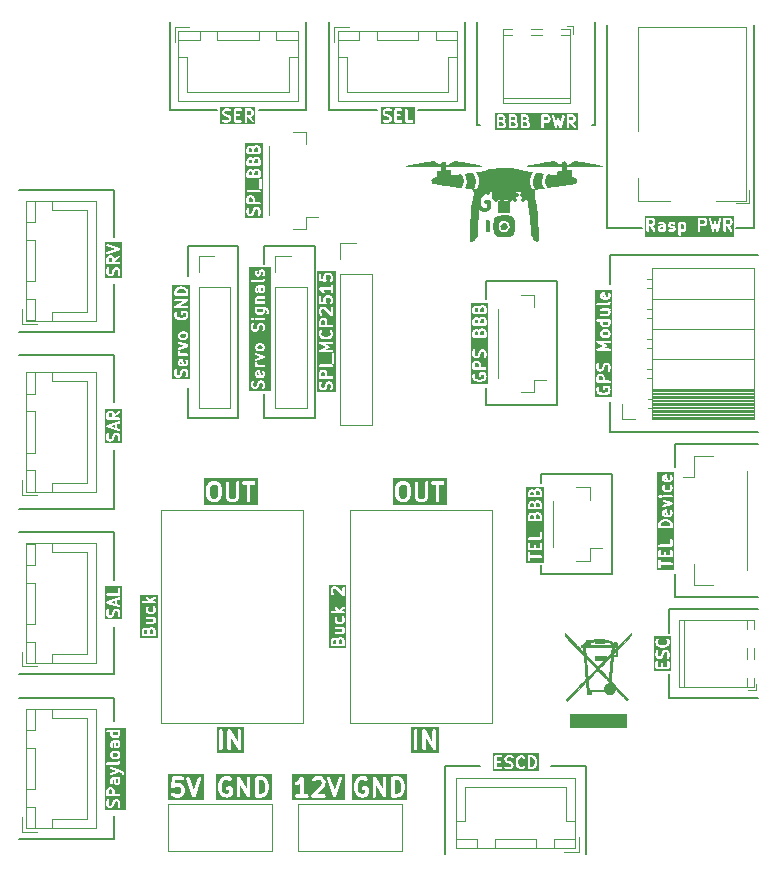
<source format=gbr>
%TF.GenerationSoftware,KiCad,Pcbnew,7.0.10*%
%TF.CreationDate,2024-04-25T20:56:43+02:00*%
%TF.ProjectId,LL PCB,4c4c2050-4342-42e6-9b69-6361645f7063,rev?*%
%TF.SameCoordinates,Original*%
%TF.FileFunction,Legend,Top*%
%TF.FilePolarity,Positive*%
%FSLAX46Y46*%
G04 Gerber Fmt 4.6, Leading zero omitted, Abs format (unit mm)*
G04 Created by KiCad (PCBNEW 7.0.10) date 2024-04-25 20:56:43*
%MOMM*%
%LPD*%
G01*
G04 APERTURE LIST*
%ADD10C,0.150000*%
%ADD11C,0.300000*%
%ADD12C,0.200000*%
%ADD13C,0.120000*%
%ADD14C,0.050000*%
%ADD15C,0.010000*%
G04 APERTURE END LIST*
D10*
X133000000Y-115000000D02*
X133000000Y-119000000D01*
X137750000Y-71250000D02*
X137750000Y-63750000D01*
X133000000Y-131000000D02*
X133000000Y-133000000D01*
X177750000Y-81250000D02*
X174750000Y-81250000D01*
X162750000Y-71250000D02*
X162750000Y-63750000D01*
X133000000Y-86000000D02*
X133000000Y-90000000D01*
X175000000Y-83500000D02*
X187500000Y-83500000D01*
X187500000Y-121000000D02*
X180000000Y-121000000D01*
X139250000Y-97290000D02*
X143500000Y-97290000D01*
X170500000Y-96250000D02*
X170500000Y-85750000D01*
X169200000Y-110550000D02*
X175200000Y-110550000D01*
X170000000Y-126750000D02*
X173000000Y-126750000D01*
X187500000Y-112500000D02*
X180500000Y-112500000D01*
X145250000Y-71250000D02*
X149250000Y-71250000D01*
X145750000Y-82790000D02*
X145750000Y-84290000D01*
X164500000Y-94750000D02*
X164500000Y-96250000D01*
X133000000Y-78000000D02*
X133000000Y-82000000D01*
X133000000Y-107000000D02*
X133000000Y-111000000D01*
X125000000Y-121000000D02*
X133000000Y-121000000D01*
X133000000Y-105000000D02*
X125000000Y-105000000D01*
X158750000Y-71250000D02*
X162750000Y-71250000D01*
X151250000Y-71250000D02*
X155250000Y-71250000D01*
X150000000Y-97290000D02*
X150000000Y-82790000D01*
X133000000Y-119000000D02*
X125000000Y-119000000D01*
X180500000Y-112500000D02*
X180500000Y-110500000D01*
X180500000Y-99500000D02*
X187500000Y-99500000D01*
X175200000Y-110550000D02*
X175200000Y-102050000D01*
X145750000Y-97290000D02*
X150000000Y-97290000D01*
X174750000Y-81250000D02*
X174750000Y-64000000D01*
X139250000Y-82790000D02*
X139250000Y-85290000D01*
X161000000Y-126750000D02*
X161000000Y-134250000D01*
X133000000Y-90000000D02*
X125000000Y-90000000D01*
X180000000Y-121000000D02*
X180000000Y-119000000D01*
X133000000Y-121000000D02*
X133000000Y-123000000D01*
X173000000Y-126750000D02*
X173000000Y-134250000D01*
X180000000Y-113500000D02*
X187500000Y-113500000D01*
X133000000Y-100000000D02*
X133000000Y-105000000D01*
X125000000Y-78000000D02*
X133000000Y-78000000D01*
X173500000Y-72500000D02*
X173750000Y-72500000D01*
X125000000Y-92000000D02*
X133000000Y-92000000D01*
X139250000Y-94790000D02*
X139250000Y-97290000D01*
X180500000Y-101500000D02*
X180500000Y-99500000D01*
X145750000Y-95290000D02*
X145750000Y-97290000D01*
X185707500Y-81250000D02*
X187207500Y-81250000D01*
X175200000Y-102050000D02*
X169200000Y-102050000D01*
X170500000Y-85750000D02*
X164500000Y-85750000D01*
X175000000Y-98500000D02*
X175000000Y-96000000D01*
X164000000Y-72500000D02*
X163750000Y-72500000D01*
X163750000Y-72500000D02*
X163750000Y-63750000D01*
X187500000Y-98500000D02*
X175000000Y-98500000D01*
X187207500Y-81250000D02*
X187207500Y-64000000D01*
X150000000Y-82790000D02*
X145750000Y-82790000D01*
X164000000Y-126750000D02*
X161000000Y-126750000D01*
X125000000Y-107000000D02*
X133000000Y-107000000D01*
X175000000Y-86000000D02*
X175000000Y-83500000D01*
X149250000Y-71250000D02*
X149250000Y-63750000D01*
X164500000Y-85750000D02*
X164500000Y-87250000D01*
X173750000Y-72500000D02*
X173750000Y-63750000D01*
X164500000Y-96250000D02*
X170500000Y-96250000D01*
X143500000Y-97290000D02*
X143500000Y-82790000D01*
X143500000Y-82790000D02*
X139250000Y-82790000D01*
X141750000Y-71250000D02*
X137750000Y-71250000D01*
X133000000Y-92000000D02*
X133000000Y-96000000D01*
X180000000Y-115500000D02*
X180000000Y-113500000D01*
X133000000Y-133000000D02*
X125000000Y-133000000D01*
X151250000Y-63750000D02*
X151250000Y-71250000D01*
X169200000Y-109800000D02*
X169200000Y-110550000D01*
X169200000Y-102050000D02*
X169200000Y-102800000D01*
D11*
G36*
X145616340Y-128003361D02*
G01*
X145716947Y-128103968D01*
X145770126Y-128210327D01*
X145833082Y-128462148D01*
X145833082Y-128639507D01*
X145770126Y-128891328D01*
X145716947Y-128997688D01*
X145616341Y-129098294D01*
X145458739Y-129150828D01*
X145275939Y-129150828D01*
X145275939Y-127950828D01*
X145458742Y-127950828D01*
X145616340Y-128003361D01*
G37*
G36*
X146347368Y-129665114D02*
G01*
X141618796Y-129665114D01*
X141618796Y-128657971D01*
X141833082Y-128657971D01*
X141837872Y-128675848D01*
X141837561Y-128694351D01*
X141908989Y-128980065D01*
X141917025Y-128994542D01*
X141920346Y-129010767D01*
X141991775Y-129153624D01*
X142007797Y-129171693D01*
X142019873Y-129192608D01*
X142162730Y-129335466D01*
X142192589Y-129352705D01*
X142221362Y-129371703D01*
X142435648Y-129443131D01*
X142459756Y-129444578D01*
X142483082Y-129450828D01*
X142625939Y-129450828D01*
X142649264Y-129444578D01*
X142673373Y-129443131D01*
X142887659Y-129371703D01*
X142916434Y-129352703D01*
X142946292Y-129335465D01*
X142980929Y-129300828D01*
X143404510Y-129300828D01*
X143424606Y-129375828D01*
X143479510Y-129430732D01*
X143554510Y-129450828D01*
X143629510Y-129430732D01*
X143684414Y-129375828D01*
X143704510Y-129300828D01*
X143704510Y-128365661D01*
X144281417Y-129375249D01*
X144281659Y-129375493D01*
X144281749Y-129375828D01*
X144308969Y-129403048D01*
X144336075Y-129430397D01*
X144336409Y-129430488D01*
X144336653Y-129430732D01*
X144373753Y-129440672D01*
X144410985Y-129450827D01*
X144411320Y-129450738D01*
X144411653Y-129450828D01*
X144448752Y-129440887D01*
X144486074Y-129431065D01*
X144486319Y-129430821D01*
X144486653Y-129430732D01*
X144513817Y-129403567D01*
X144541222Y-129376406D01*
X144541313Y-129376071D01*
X144541557Y-129375828D01*
X144551497Y-129338727D01*
X144561652Y-129301496D01*
X144561563Y-129301160D01*
X144561653Y-129300828D01*
X144975939Y-129300828D01*
X144996035Y-129375828D01*
X145050939Y-129430732D01*
X145125939Y-129450828D01*
X145483082Y-129450828D01*
X145506407Y-129444578D01*
X145530516Y-129443131D01*
X145744802Y-129371703D01*
X145773577Y-129352703D01*
X145803434Y-129335466D01*
X145946291Y-129192608D01*
X145958366Y-129171693D01*
X145974389Y-129153624D01*
X146045818Y-129010768D01*
X146049138Y-128994541D01*
X146057175Y-128980065D01*
X146128603Y-128694351D01*
X146128291Y-128675848D01*
X146133082Y-128657971D01*
X146133082Y-128443685D01*
X146128291Y-128425807D01*
X146128603Y-128407305D01*
X146057175Y-128121591D01*
X146049138Y-128107114D01*
X146045818Y-128090888D01*
X145974389Y-127948032D01*
X145958366Y-127929963D01*
X145946291Y-127909048D01*
X145803434Y-127766191D01*
X145773577Y-127748953D01*
X145744802Y-127729954D01*
X145530516Y-127658526D01*
X145506410Y-127657078D01*
X145483082Y-127650828D01*
X145125939Y-127650828D01*
X145050939Y-127670924D01*
X144996035Y-127725828D01*
X144975939Y-127800828D01*
X144975939Y-129300828D01*
X144561653Y-129300828D01*
X144561653Y-127800828D01*
X144541557Y-127725828D01*
X144486653Y-127670924D01*
X144411653Y-127650828D01*
X144336653Y-127670924D01*
X144281749Y-127725828D01*
X144261653Y-127800828D01*
X144261653Y-128735992D01*
X143684746Y-127726407D01*
X143684503Y-127726162D01*
X143684414Y-127725828D01*
X143657193Y-127698607D01*
X143630088Y-127671259D01*
X143629753Y-127671167D01*
X143629510Y-127670924D01*
X143592409Y-127660983D01*
X143555178Y-127650829D01*
X143554842Y-127650917D01*
X143554510Y-127650828D01*
X143517304Y-127660797D01*
X143480089Y-127670592D01*
X143479844Y-127670834D01*
X143479510Y-127670924D01*
X143452289Y-127698144D01*
X143424941Y-127725250D01*
X143424849Y-127725584D01*
X143424606Y-127725828D01*
X143414665Y-127762928D01*
X143404511Y-127800160D01*
X143404599Y-127800495D01*
X143404510Y-127800828D01*
X143404510Y-129300828D01*
X142980929Y-129300828D01*
X143017720Y-129264036D01*
X143027593Y-129246934D01*
X143041557Y-129232971D01*
X143046668Y-129213894D01*
X143056542Y-129196793D01*
X143056542Y-129177045D01*
X143061653Y-129157971D01*
X143061653Y-128657971D01*
X143041557Y-128582971D01*
X142986653Y-128528067D01*
X142911653Y-128507971D01*
X142625939Y-128507971D01*
X142550939Y-128528067D01*
X142496035Y-128582971D01*
X142475939Y-128657971D01*
X142496035Y-128732971D01*
X142550939Y-128787875D01*
X142625939Y-128807971D01*
X142761653Y-128807971D01*
X142761653Y-129095839D01*
X142759198Y-129098294D01*
X142601596Y-129150828D01*
X142507425Y-129150828D01*
X142349822Y-129098294D01*
X142249217Y-128997688D01*
X142196036Y-128891328D01*
X142133082Y-128639507D01*
X142133082Y-128462148D01*
X142196036Y-128210327D01*
X142249217Y-128103967D01*
X142349823Y-128003361D01*
X142507425Y-127950828D01*
X142661958Y-127950828D01*
X142773142Y-128006421D01*
X142849212Y-128021988D01*
X142922873Y-127997434D01*
X142974389Y-127939339D01*
X142989956Y-127863270D01*
X142965402Y-127789609D01*
X142907307Y-127738093D01*
X142764450Y-127666664D01*
X142730669Y-127659751D01*
X142697368Y-127650828D01*
X142483082Y-127650828D01*
X142459753Y-127657078D01*
X142435647Y-127658526D01*
X142221362Y-127729955D01*
X142192589Y-127748951D01*
X142162730Y-127766191D01*
X142019873Y-127909048D01*
X142007797Y-127929963D01*
X141991775Y-127948032D01*
X141920346Y-128090889D01*
X141917025Y-128107113D01*
X141908989Y-128121591D01*
X141837561Y-128407305D01*
X141837872Y-128425807D01*
X141833082Y-128443685D01*
X141833082Y-128657971D01*
X141618796Y-128657971D01*
X141618796Y-127436542D01*
X146347368Y-127436542D01*
X146347368Y-129665114D01*
G37*
G36*
X160490225Y-125665114D02*
G01*
X158190224Y-125665114D01*
X158190224Y-125300828D01*
X158404510Y-125300828D01*
X158424606Y-125375828D01*
X158479510Y-125430732D01*
X158554510Y-125450828D01*
X158629510Y-125430732D01*
X158684414Y-125375828D01*
X158704510Y-125300828D01*
X159118796Y-125300828D01*
X159138892Y-125375828D01*
X159193796Y-125430732D01*
X159268796Y-125450828D01*
X159343796Y-125430732D01*
X159398700Y-125375828D01*
X159418796Y-125300828D01*
X159418796Y-124365661D01*
X159995703Y-125375249D01*
X159995945Y-125375493D01*
X159996035Y-125375828D01*
X160023255Y-125403048D01*
X160050361Y-125430397D01*
X160050695Y-125430488D01*
X160050939Y-125430732D01*
X160088039Y-125440672D01*
X160125271Y-125450827D01*
X160125606Y-125450738D01*
X160125939Y-125450828D01*
X160163038Y-125440887D01*
X160200360Y-125431065D01*
X160200605Y-125430821D01*
X160200939Y-125430732D01*
X160228103Y-125403567D01*
X160255508Y-125376406D01*
X160255599Y-125376071D01*
X160255843Y-125375828D01*
X160265783Y-125338727D01*
X160275938Y-125301496D01*
X160275849Y-125301160D01*
X160275939Y-125300828D01*
X160275939Y-123800828D01*
X160255843Y-123725828D01*
X160200939Y-123670924D01*
X160125939Y-123650828D01*
X160050939Y-123670924D01*
X159996035Y-123725828D01*
X159975939Y-123800828D01*
X159975939Y-124735992D01*
X159399032Y-123726407D01*
X159398789Y-123726162D01*
X159398700Y-123725828D01*
X159371479Y-123698607D01*
X159344374Y-123671259D01*
X159344039Y-123671167D01*
X159343796Y-123670924D01*
X159306695Y-123660983D01*
X159269464Y-123650829D01*
X159269128Y-123650917D01*
X159268796Y-123650828D01*
X159231590Y-123660797D01*
X159194375Y-123670592D01*
X159194130Y-123670834D01*
X159193796Y-123670924D01*
X159166575Y-123698144D01*
X159139227Y-123725250D01*
X159139135Y-123725584D01*
X159138892Y-123725828D01*
X159128951Y-123762928D01*
X159118797Y-123800160D01*
X159118885Y-123800495D01*
X159118796Y-123800828D01*
X159118796Y-125300828D01*
X158704510Y-125300828D01*
X158704510Y-123800828D01*
X158684414Y-123725828D01*
X158629510Y-123670924D01*
X158554510Y-123650828D01*
X158479510Y-123670924D01*
X158424606Y-123725828D01*
X158404510Y-123800828D01*
X158404510Y-125300828D01*
X158190224Y-125300828D01*
X158190224Y-123436542D01*
X160490225Y-123436542D01*
X160490225Y-125665114D01*
G37*
G36*
X157679942Y-102995535D02*
G01*
X157776208Y-103091801D01*
X157833082Y-103319292D01*
X157833082Y-103782363D01*
X157776208Y-104009854D01*
X157679941Y-104106122D01*
X157590529Y-104150828D01*
X157375635Y-104150828D01*
X157286221Y-104106121D01*
X157189954Y-104009854D01*
X157133082Y-103782364D01*
X157133082Y-103319291D01*
X157189954Y-103091802D01*
X157286221Y-102995534D01*
X157375635Y-102950828D01*
X157590529Y-102950828D01*
X157679942Y-102995535D01*
G37*
G36*
X161204512Y-104665114D02*
G01*
X156618796Y-104665114D01*
X156618796Y-103800828D01*
X156833082Y-103800828D01*
X156837872Y-103818705D01*
X156837561Y-103837208D01*
X156908989Y-104122922D01*
X156909621Y-104124060D01*
X156909621Y-104125365D01*
X156928433Y-104157948D01*
X156946675Y-104190809D01*
X156947792Y-104191479D01*
X156948444Y-104192608D01*
X157091302Y-104335466D01*
X157112216Y-104347540D01*
X157130286Y-104363564D01*
X157273144Y-104434992D01*
X157306919Y-104441903D01*
X157340225Y-104450828D01*
X157625939Y-104450828D01*
X157659242Y-104441904D01*
X157693021Y-104434992D01*
X157835878Y-104363564D01*
X157853947Y-104347540D01*
X157874862Y-104335466D01*
X158017719Y-104192608D01*
X158018370Y-104191479D01*
X158019488Y-104190809D01*
X158037744Y-104157922D01*
X158056542Y-104125364D01*
X158056542Y-104124061D01*
X158057174Y-104122923D01*
X158084126Y-104015114D01*
X158475939Y-104015114D01*
X158484862Y-104048415D01*
X158491775Y-104082196D01*
X158563204Y-104225053D01*
X158579226Y-104243121D01*
X158591302Y-104264037D01*
X158662731Y-104335466D01*
X158683645Y-104347540D01*
X158701715Y-104363564D01*
X158844573Y-104434992D01*
X158878348Y-104441903D01*
X158911654Y-104450828D01*
X159197368Y-104450828D01*
X159230671Y-104441904D01*
X159264450Y-104434992D01*
X159407307Y-104363564D01*
X159425376Y-104347540D01*
X159446291Y-104335466D01*
X159517720Y-104264037D01*
X159529794Y-104243122D01*
X159545818Y-104225053D01*
X159617246Y-104082195D01*
X159624157Y-104048419D01*
X159633082Y-104015114D01*
X159633082Y-102800828D01*
X159833083Y-102800828D01*
X159853179Y-102875828D01*
X159908083Y-102930732D01*
X159983083Y-102950828D01*
X160261654Y-102950828D01*
X160261654Y-104300828D01*
X160281750Y-104375828D01*
X160336654Y-104430732D01*
X160411654Y-104450828D01*
X160486654Y-104430732D01*
X160541558Y-104375828D01*
X160561654Y-104300828D01*
X160561654Y-102950828D01*
X160840226Y-102950828D01*
X160915226Y-102930732D01*
X160970130Y-102875828D01*
X160990226Y-102800828D01*
X160970130Y-102725828D01*
X160915226Y-102670924D01*
X160840226Y-102650828D01*
X159983083Y-102650828D01*
X159908083Y-102670924D01*
X159853179Y-102725828D01*
X159833083Y-102800828D01*
X159633082Y-102800828D01*
X159612986Y-102725828D01*
X159558082Y-102670924D01*
X159483082Y-102650828D01*
X159408082Y-102670924D01*
X159353178Y-102725828D01*
X159333082Y-102800828D01*
X159333082Y-103979704D01*
X159288375Y-104069117D01*
X159251370Y-104106122D01*
X159161958Y-104150828D01*
X158947064Y-104150828D01*
X158857650Y-104106121D01*
X158820646Y-104069117D01*
X158775939Y-103979703D01*
X158775939Y-102800828D01*
X158755843Y-102725828D01*
X158700939Y-102670924D01*
X158625939Y-102650828D01*
X158550939Y-102670924D01*
X158496035Y-102725828D01*
X158475939Y-102800828D01*
X158475939Y-104015114D01*
X158084126Y-104015114D01*
X158128603Y-103837209D01*
X158128291Y-103818704D01*
X158133082Y-103800828D01*
X158133082Y-103300828D01*
X158128291Y-103282951D01*
X158128603Y-103264447D01*
X158057174Y-102978733D01*
X158056542Y-102977594D01*
X158056542Y-102976291D01*
X158037736Y-102943719D01*
X158019488Y-102910847D01*
X158018370Y-102910176D01*
X158017719Y-102909048D01*
X157874862Y-102766191D01*
X157853946Y-102754115D01*
X157835878Y-102738093D01*
X157693021Y-102666664D01*
X157659240Y-102659751D01*
X157625939Y-102650828D01*
X157340225Y-102650828D01*
X157306924Y-102659750D01*
X157273142Y-102666664D01*
X157130286Y-102738093D01*
X157112216Y-102754115D01*
X157091302Y-102766191D01*
X156948444Y-102909048D01*
X156947792Y-102910176D01*
X156946675Y-102910847D01*
X156928433Y-102943707D01*
X156909621Y-102976291D01*
X156909621Y-102977595D01*
X156908989Y-102978734D01*
X156837561Y-103264448D01*
X156837872Y-103282950D01*
X156833082Y-103300828D01*
X156833082Y-103800828D01*
X156618796Y-103800828D01*
X156618796Y-102436542D01*
X161204512Y-102436542D01*
X161204512Y-104665114D01*
G37*
G36*
X157116340Y-128003361D02*
G01*
X157216947Y-128103968D01*
X157270126Y-128210327D01*
X157333082Y-128462148D01*
X157333082Y-128639507D01*
X157270126Y-128891328D01*
X157216947Y-128997688D01*
X157116341Y-129098294D01*
X156958739Y-129150828D01*
X156775939Y-129150828D01*
X156775939Y-127950828D01*
X156958742Y-127950828D01*
X157116340Y-128003361D01*
G37*
G36*
X157847368Y-129665114D02*
G01*
X153118796Y-129665114D01*
X153118796Y-128657971D01*
X153333082Y-128657971D01*
X153337872Y-128675848D01*
X153337561Y-128694351D01*
X153408989Y-128980065D01*
X153417025Y-128994542D01*
X153420346Y-129010767D01*
X153491775Y-129153624D01*
X153507797Y-129171693D01*
X153519873Y-129192608D01*
X153662730Y-129335466D01*
X153692589Y-129352705D01*
X153721362Y-129371703D01*
X153935648Y-129443131D01*
X153959756Y-129444578D01*
X153983082Y-129450828D01*
X154125939Y-129450828D01*
X154149264Y-129444578D01*
X154173373Y-129443131D01*
X154387659Y-129371703D01*
X154416434Y-129352703D01*
X154446292Y-129335465D01*
X154480929Y-129300828D01*
X154904510Y-129300828D01*
X154924606Y-129375828D01*
X154979510Y-129430732D01*
X155054510Y-129450828D01*
X155129510Y-129430732D01*
X155184414Y-129375828D01*
X155204510Y-129300828D01*
X155204510Y-128365661D01*
X155781417Y-129375249D01*
X155781659Y-129375493D01*
X155781749Y-129375828D01*
X155808969Y-129403048D01*
X155836075Y-129430397D01*
X155836409Y-129430488D01*
X155836653Y-129430732D01*
X155873753Y-129440672D01*
X155910985Y-129450827D01*
X155911320Y-129450738D01*
X155911653Y-129450828D01*
X155948752Y-129440887D01*
X155986074Y-129431065D01*
X155986319Y-129430821D01*
X155986653Y-129430732D01*
X156013817Y-129403567D01*
X156041222Y-129376406D01*
X156041313Y-129376071D01*
X156041557Y-129375828D01*
X156051497Y-129338727D01*
X156061652Y-129301496D01*
X156061563Y-129301160D01*
X156061653Y-129300828D01*
X156475939Y-129300828D01*
X156496035Y-129375828D01*
X156550939Y-129430732D01*
X156625939Y-129450828D01*
X156983082Y-129450828D01*
X157006407Y-129444578D01*
X157030516Y-129443131D01*
X157244802Y-129371703D01*
X157273577Y-129352703D01*
X157303434Y-129335466D01*
X157446291Y-129192608D01*
X157458366Y-129171693D01*
X157474389Y-129153624D01*
X157545818Y-129010768D01*
X157549138Y-128994541D01*
X157557175Y-128980065D01*
X157628603Y-128694351D01*
X157628291Y-128675848D01*
X157633082Y-128657971D01*
X157633082Y-128443685D01*
X157628291Y-128425807D01*
X157628603Y-128407305D01*
X157557175Y-128121591D01*
X157549138Y-128107114D01*
X157545818Y-128090888D01*
X157474389Y-127948032D01*
X157458366Y-127929963D01*
X157446291Y-127909048D01*
X157303434Y-127766191D01*
X157273577Y-127748953D01*
X157244802Y-127729954D01*
X157030516Y-127658526D01*
X157006410Y-127657078D01*
X156983082Y-127650828D01*
X156625939Y-127650828D01*
X156550939Y-127670924D01*
X156496035Y-127725828D01*
X156475939Y-127800828D01*
X156475939Y-129300828D01*
X156061653Y-129300828D01*
X156061653Y-127800828D01*
X156041557Y-127725828D01*
X155986653Y-127670924D01*
X155911653Y-127650828D01*
X155836653Y-127670924D01*
X155781749Y-127725828D01*
X155761653Y-127800828D01*
X155761653Y-128735992D01*
X155184746Y-127726407D01*
X155184503Y-127726162D01*
X155184414Y-127725828D01*
X155157193Y-127698607D01*
X155130088Y-127671259D01*
X155129753Y-127671167D01*
X155129510Y-127670924D01*
X155092409Y-127660983D01*
X155055178Y-127650829D01*
X155054842Y-127650917D01*
X155054510Y-127650828D01*
X155017304Y-127660797D01*
X154980089Y-127670592D01*
X154979844Y-127670834D01*
X154979510Y-127670924D01*
X154952289Y-127698144D01*
X154924941Y-127725250D01*
X154924849Y-127725584D01*
X154924606Y-127725828D01*
X154914665Y-127762928D01*
X154904511Y-127800160D01*
X154904599Y-127800495D01*
X154904510Y-127800828D01*
X154904510Y-129300828D01*
X154480929Y-129300828D01*
X154517720Y-129264036D01*
X154527593Y-129246934D01*
X154541557Y-129232971D01*
X154546668Y-129213894D01*
X154556542Y-129196793D01*
X154556542Y-129177045D01*
X154561653Y-129157971D01*
X154561653Y-128657971D01*
X154541557Y-128582971D01*
X154486653Y-128528067D01*
X154411653Y-128507971D01*
X154125939Y-128507971D01*
X154050939Y-128528067D01*
X153996035Y-128582971D01*
X153975939Y-128657971D01*
X153996035Y-128732971D01*
X154050939Y-128787875D01*
X154125939Y-128807971D01*
X154261653Y-128807971D01*
X154261653Y-129095839D01*
X154259198Y-129098294D01*
X154101596Y-129150828D01*
X154007425Y-129150828D01*
X153849822Y-129098294D01*
X153749217Y-128997688D01*
X153696036Y-128891328D01*
X153633082Y-128639507D01*
X153633082Y-128462148D01*
X153696036Y-128210327D01*
X153749217Y-128103967D01*
X153849823Y-128003361D01*
X154007425Y-127950828D01*
X154161958Y-127950828D01*
X154273142Y-128006421D01*
X154349212Y-128021988D01*
X154422873Y-127997434D01*
X154474389Y-127939339D01*
X154489956Y-127863270D01*
X154465402Y-127789609D01*
X154407307Y-127738093D01*
X154264450Y-127666664D01*
X154230669Y-127659751D01*
X154197368Y-127650828D01*
X153983082Y-127650828D01*
X153959753Y-127657078D01*
X153935647Y-127658526D01*
X153721362Y-127729955D01*
X153692589Y-127748951D01*
X153662730Y-127766191D01*
X153519873Y-127909048D01*
X153507797Y-127929963D01*
X153491775Y-127948032D01*
X153420346Y-128090889D01*
X153417025Y-128107113D01*
X153408989Y-128121591D01*
X153337561Y-128407305D01*
X153337872Y-128425807D01*
X153333082Y-128443685D01*
X153333082Y-128657971D01*
X153118796Y-128657971D01*
X153118796Y-127436542D01*
X157847368Y-127436542D01*
X157847368Y-129665114D01*
G37*
G36*
X152558608Y-129665114D02*
G01*
X148118796Y-129665114D01*
X148118796Y-129300828D01*
X148333082Y-129300828D01*
X148353178Y-129375828D01*
X148408082Y-129430732D01*
X148483082Y-129450828D01*
X148911653Y-129450828D01*
X149340225Y-129450828D01*
X149415225Y-129430732D01*
X149470129Y-129375828D01*
X149490225Y-129300828D01*
X149690224Y-129300828D01*
X149695335Y-129319902D01*
X149695335Y-129339651D01*
X149705208Y-129356753D01*
X149710320Y-129375828D01*
X149724284Y-129389792D01*
X149734158Y-129406894D01*
X149751259Y-129416767D01*
X149765224Y-129430732D01*
X149784298Y-129435843D01*
X149801401Y-129445717D01*
X149821149Y-129445717D01*
X149840224Y-129450828D01*
X150768796Y-129450828D01*
X150843796Y-129430732D01*
X150898700Y-129375828D01*
X150918796Y-129300828D01*
X150898700Y-129225828D01*
X150843796Y-129170924D01*
X150768796Y-129150828D01*
X150202356Y-129150828D01*
X150803433Y-128549751D01*
X150820673Y-128519890D01*
X150839669Y-128491120D01*
X150911098Y-128276835D01*
X150912545Y-128252728D01*
X150918796Y-128229400D01*
X150918796Y-128086542D01*
X150909873Y-128053241D01*
X150902960Y-128019459D01*
X150831531Y-127876603D01*
X150815508Y-127858534D01*
X150803433Y-127837619D01*
X150736570Y-127770756D01*
X151050412Y-127770756D01*
X151055065Y-127848262D01*
X151555065Y-129348262D01*
X151571663Y-129373402D01*
X151585137Y-129400349D01*
X151592790Y-129405402D01*
X151597846Y-129413059D01*
X151624797Y-129426534D01*
X151649933Y-129443130D01*
X151659088Y-129443679D01*
X151667295Y-129447783D01*
X151697370Y-129445977D01*
X151727439Y-129447783D01*
X151735643Y-129443680D01*
X151744801Y-129443131D01*
X151769945Y-129426529D01*
X151796888Y-129413058D01*
X151801941Y-129405404D01*
X151809598Y-129400349D01*
X151823073Y-129373397D01*
X151839669Y-129348262D01*
X152339670Y-127848262D01*
X152344322Y-127770756D01*
X152309598Y-127701307D01*
X152244801Y-127658525D01*
X152167295Y-127653873D01*
X152097846Y-127688597D01*
X152055065Y-127753394D01*
X151697367Y-128826486D01*
X151339669Y-127753394D01*
X151296888Y-127688598D01*
X151227439Y-127653873D01*
X151149933Y-127658526D01*
X151085137Y-127701307D01*
X151050412Y-127770756D01*
X150736570Y-127770756D01*
X150732005Y-127766191D01*
X150711090Y-127754116D01*
X150693021Y-127738093D01*
X150550163Y-127666664D01*
X150516382Y-127659751D01*
X150483081Y-127650828D01*
X150125939Y-127650828D01*
X150092637Y-127659751D01*
X150058857Y-127666664D01*
X149915999Y-127738093D01*
X149897929Y-127754116D01*
X149877015Y-127766191D01*
X149805587Y-127837619D01*
X149766764Y-127904862D01*
X149766764Y-127982508D01*
X149805587Y-128049751D01*
X149872830Y-128088574D01*
X149950476Y-128088574D01*
X150017719Y-128049751D01*
X150071935Y-127995535D01*
X150161349Y-127950828D01*
X150447671Y-127950828D01*
X150537085Y-127995535D01*
X150574089Y-128032539D01*
X150618796Y-128121952D01*
X150618796Y-128205059D01*
X150566262Y-128362657D01*
X149734158Y-129194762D01*
X149724284Y-129211863D01*
X149710320Y-129225828D01*
X149705208Y-129244902D01*
X149695335Y-129262005D01*
X149695335Y-129281753D01*
X149690224Y-129300828D01*
X149490225Y-129300828D01*
X149470129Y-129225828D01*
X149415225Y-129170924D01*
X149340225Y-129150828D01*
X149061653Y-129150828D01*
X149061653Y-127800828D01*
X149052814Y-127767842D01*
X149046115Y-127734343D01*
X149042840Y-127730616D01*
X149041557Y-127725828D01*
X149017410Y-127701681D01*
X148994858Y-127676020D01*
X148990159Y-127674430D01*
X148986653Y-127670924D01*
X148953670Y-127662086D01*
X148921307Y-127651138D01*
X148916441Y-127652111D01*
X148911653Y-127650828D01*
X148878670Y-127659665D01*
X148845169Y-127666366D01*
X148841443Y-127669640D01*
X148836653Y-127670924D01*
X148812499Y-127695077D01*
X148786846Y-127717623D01*
X148652226Y-127919551D01*
X148537085Y-128034692D01*
X148416000Y-128095236D01*
X148357905Y-128146752D01*
X148333351Y-128220413D01*
X148348918Y-128296482D01*
X148400434Y-128354577D01*
X148474095Y-128379131D01*
X148550164Y-128363564D01*
X148693021Y-128292135D01*
X148711089Y-128276112D01*
X148732005Y-128264037D01*
X148761653Y-128234389D01*
X148761653Y-129150828D01*
X148483082Y-129150828D01*
X148408082Y-129170924D01*
X148353178Y-129225828D01*
X148333082Y-129300828D01*
X148118796Y-129300828D01*
X148118796Y-127436542D01*
X152558608Y-127436542D01*
X152558608Y-129665114D01*
G37*
G36*
X141679942Y-102995535D02*
G01*
X141776208Y-103091801D01*
X141833082Y-103319292D01*
X141833082Y-103782363D01*
X141776208Y-104009854D01*
X141679941Y-104106122D01*
X141590529Y-104150828D01*
X141375635Y-104150828D01*
X141286221Y-104106121D01*
X141189954Y-104009854D01*
X141133082Y-103782364D01*
X141133082Y-103319291D01*
X141189954Y-103091802D01*
X141286221Y-102995534D01*
X141375635Y-102950828D01*
X141590529Y-102950828D01*
X141679942Y-102995535D01*
G37*
G36*
X145204512Y-104665114D02*
G01*
X140618796Y-104665114D01*
X140618796Y-103800828D01*
X140833082Y-103800828D01*
X140837872Y-103818705D01*
X140837561Y-103837208D01*
X140908989Y-104122922D01*
X140909621Y-104124060D01*
X140909621Y-104125365D01*
X140928433Y-104157948D01*
X140946675Y-104190809D01*
X140947792Y-104191479D01*
X140948444Y-104192608D01*
X141091302Y-104335466D01*
X141112216Y-104347540D01*
X141130286Y-104363564D01*
X141273144Y-104434992D01*
X141306919Y-104441903D01*
X141340225Y-104450828D01*
X141625939Y-104450828D01*
X141659242Y-104441904D01*
X141693021Y-104434992D01*
X141835878Y-104363564D01*
X141853947Y-104347540D01*
X141874862Y-104335466D01*
X142017719Y-104192608D01*
X142018370Y-104191479D01*
X142019488Y-104190809D01*
X142037744Y-104157922D01*
X142056542Y-104125364D01*
X142056542Y-104124061D01*
X142057174Y-104122923D01*
X142084126Y-104015114D01*
X142475939Y-104015114D01*
X142484862Y-104048415D01*
X142491775Y-104082196D01*
X142563204Y-104225053D01*
X142579226Y-104243121D01*
X142591302Y-104264037D01*
X142662731Y-104335466D01*
X142683645Y-104347540D01*
X142701715Y-104363564D01*
X142844573Y-104434992D01*
X142878348Y-104441903D01*
X142911654Y-104450828D01*
X143197368Y-104450828D01*
X143230671Y-104441904D01*
X143264450Y-104434992D01*
X143407307Y-104363564D01*
X143425376Y-104347540D01*
X143446291Y-104335466D01*
X143517720Y-104264037D01*
X143529794Y-104243122D01*
X143545818Y-104225053D01*
X143617246Y-104082195D01*
X143624157Y-104048419D01*
X143633082Y-104015114D01*
X143633082Y-102800828D01*
X143833083Y-102800828D01*
X143853179Y-102875828D01*
X143908083Y-102930732D01*
X143983083Y-102950828D01*
X144261654Y-102950828D01*
X144261654Y-104300828D01*
X144281750Y-104375828D01*
X144336654Y-104430732D01*
X144411654Y-104450828D01*
X144486654Y-104430732D01*
X144541558Y-104375828D01*
X144561654Y-104300828D01*
X144561654Y-102950828D01*
X144840226Y-102950828D01*
X144915226Y-102930732D01*
X144970130Y-102875828D01*
X144990226Y-102800828D01*
X144970130Y-102725828D01*
X144915226Y-102670924D01*
X144840226Y-102650828D01*
X143983083Y-102650828D01*
X143908083Y-102670924D01*
X143853179Y-102725828D01*
X143833083Y-102800828D01*
X143633082Y-102800828D01*
X143612986Y-102725828D01*
X143558082Y-102670924D01*
X143483082Y-102650828D01*
X143408082Y-102670924D01*
X143353178Y-102725828D01*
X143333082Y-102800828D01*
X143333082Y-103979704D01*
X143288375Y-104069117D01*
X143251370Y-104106122D01*
X143161958Y-104150828D01*
X142947064Y-104150828D01*
X142857650Y-104106121D01*
X142820646Y-104069117D01*
X142775939Y-103979703D01*
X142775939Y-102800828D01*
X142755843Y-102725828D01*
X142700939Y-102670924D01*
X142625939Y-102650828D01*
X142550939Y-102670924D01*
X142496035Y-102725828D01*
X142475939Y-102800828D01*
X142475939Y-104015114D01*
X142084126Y-104015114D01*
X142128603Y-103837209D01*
X142128291Y-103818704D01*
X142133082Y-103800828D01*
X142133082Y-103300828D01*
X142128291Y-103282951D01*
X142128603Y-103264447D01*
X142057174Y-102978733D01*
X142056542Y-102977594D01*
X142056542Y-102976291D01*
X142037736Y-102943719D01*
X142019488Y-102910847D01*
X142018370Y-102910176D01*
X142017719Y-102909048D01*
X141874862Y-102766191D01*
X141853946Y-102754115D01*
X141835878Y-102738093D01*
X141693021Y-102666664D01*
X141659240Y-102659751D01*
X141625939Y-102650828D01*
X141340225Y-102650828D01*
X141306924Y-102659750D01*
X141273142Y-102666664D01*
X141130286Y-102738093D01*
X141112216Y-102754115D01*
X141091302Y-102766191D01*
X140948444Y-102909048D01*
X140947792Y-102910176D01*
X140946675Y-102910847D01*
X140928433Y-102943707D01*
X140909621Y-102976291D01*
X140909621Y-102977595D01*
X140908989Y-102978734D01*
X140837561Y-103264448D01*
X140837872Y-103282950D01*
X140833082Y-103300828D01*
X140833082Y-103800828D01*
X140618796Y-103800828D01*
X140618796Y-102436542D01*
X145204512Y-102436542D01*
X145204512Y-104665114D01*
G37*
G36*
X143990225Y-125665114D02*
G01*
X141690224Y-125665114D01*
X141690224Y-125300828D01*
X141904510Y-125300828D01*
X141924606Y-125375828D01*
X141979510Y-125430732D01*
X142054510Y-125450828D01*
X142129510Y-125430732D01*
X142184414Y-125375828D01*
X142204510Y-125300828D01*
X142618796Y-125300828D01*
X142638892Y-125375828D01*
X142693796Y-125430732D01*
X142768796Y-125450828D01*
X142843796Y-125430732D01*
X142898700Y-125375828D01*
X142918796Y-125300828D01*
X142918796Y-124365661D01*
X143495703Y-125375249D01*
X143495945Y-125375493D01*
X143496035Y-125375828D01*
X143523255Y-125403048D01*
X143550361Y-125430397D01*
X143550695Y-125430488D01*
X143550939Y-125430732D01*
X143588039Y-125440672D01*
X143625271Y-125450827D01*
X143625606Y-125450738D01*
X143625939Y-125450828D01*
X143663038Y-125440887D01*
X143700360Y-125431065D01*
X143700605Y-125430821D01*
X143700939Y-125430732D01*
X143728103Y-125403567D01*
X143755508Y-125376406D01*
X143755599Y-125376071D01*
X143755843Y-125375828D01*
X143765783Y-125338727D01*
X143775938Y-125301496D01*
X143775849Y-125301160D01*
X143775939Y-125300828D01*
X143775939Y-123800828D01*
X143755843Y-123725828D01*
X143700939Y-123670924D01*
X143625939Y-123650828D01*
X143550939Y-123670924D01*
X143496035Y-123725828D01*
X143475939Y-123800828D01*
X143475939Y-124735992D01*
X142899032Y-123726407D01*
X142898789Y-123726162D01*
X142898700Y-123725828D01*
X142871479Y-123698607D01*
X142844374Y-123671259D01*
X142844039Y-123671167D01*
X142843796Y-123670924D01*
X142806695Y-123660983D01*
X142769464Y-123650829D01*
X142769128Y-123650917D01*
X142768796Y-123650828D01*
X142731590Y-123660797D01*
X142694375Y-123670592D01*
X142694130Y-123670834D01*
X142693796Y-123670924D01*
X142666575Y-123698144D01*
X142639227Y-123725250D01*
X142639135Y-123725584D01*
X142638892Y-123725828D01*
X142628951Y-123762928D01*
X142618797Y-123800160D01*
X142618885Y-123800495D01*
X142618796Y-123800828D01*
X142618796Y-125300828D01*
X142204510Y-125300828D01*
X142204510Y-123800828D01*
X142184414Y-123725828D01*
X142129510Y-123670924D01*
X142054510Y-123650828D01*
X141979510Y-123670924D01*
X141924606Y-123725828D01*
X141904510Y-123800828D01*
X141904510Y-125300828D01*
X141690224Y-125300828D01*
X141690224Y-123436542D01*
X143990225Y-123436542D01*
X143990225Y-125665114D01*
G37*
G36*
X140630037Y-129665114D02*
G01*
X137619540Y-129665114D01*
X137619540Y-128500189D01*
X137833826Y-128500189D01*
X137838193Y-128526886D01*
X137838193Y-128553938D01*
X137844366Y-128564631D01*
X137846360Y-128576816D01*
X137863491Y-128597754D01*
X137877017Y-128621181D01*
X137887708Y-128627353D01*
X137895528Y-128636911D01*
X137920835Y-128646478D01*
X137944260Y-128660003D01*
X137956606Y-128660003D01*
X137968157Y-128664370D01*
X137994855Y-128660003D01*
X138021906Y-128660003D01*
X138032599Y-128653829D01*
X138044784Y-128651836D01*
X138065722Y-128634704D01*
X138089149Y-128621179D01*
X138143365Y-128566962D01*
X138232777Y-128522257D01*
X138519101Y-128522257D01*
X138608514Y-128566963D01*
X138645517Y-128603967D01*
X138690225Y-128693381D01*
X138690225Y-128979703D01*
X138645517Y-129069117D01*
X138608514Y-129106121D01*
X138519101Y-129150828D01*
X138232777Y-129150828D01*
X138143365Y-129106122D01*
X138089149Y-129051906D01*
X138021906Y-129013082D01*
X137944260Y-129013082D01*
X137877017Y-129051904D01*
X137838193Y-129119147D01*
X137838193Y-129196793D01*
X137877015Y-129264036D01*
X137948443Y-129335465D01*
X137969360Y-129347542D01*
X137987429Y-129363564D01*
X138130287Y-129434993D01*
X138164071Y-129441906D01*
X138197368Y-129450828D01*
X138554510Y-129450828D01*
X138587815Y-129441903D01*
X138621591Y-129434992D01*
X138764450Y-129363564D01*
X138782519Y-129347540D01*
X138803435Y-129335465D01*
X138874863Y-129264036D01*
X138886937Y-129243121D01*
X138902960Y-129225053D01*
X138974389Y-129082197D01*
X138981302Y-129048414D01*
X138990225Y-129015114D01*
X138990225Y-128657971D01*
X138981302Y-128624670D01*
X138974389Y-128590888D01*
X138902960Y-128448032D01*
X138886937Y-128429963D01*
X138874863Y-128409049D01*
X138803435Y-128337620D01*
X138782519Y-128325544D01*
X138764450Y-128309521D01*
X138621591Y-128238093D01*
X138587815Y-128231181D01*
X138554510Y-128222257D01*
X138197368Y-128222257D01*
X138164071Y-128231178D01*
X138162185Y-128231564D01*
X138190259Y-127950828D01*
X138768796Y-127950828D01*
X138843796Y-127930732D01*
X138898700Y-127875828D01*
X138918796Y-127800828D01*
X138910738Y-127770756D01*
X139121841Y-127770756D01*
X139126494Y-127848262D01*
X139626494Y-129348262D01*
X139643092Y-129373402D01*
X139656566Y-129400349D01*
X139664219Y-129405402D01*
X139669275Y-129413059D01*
X139696226Y-129426534D01*
X139721362Y-129443130D01*
X139730517Y-129443679D01*
X139738724Y-129447783D01*
X139768799Y-129445977D01*
X139798868Y-129447783D01*
X139807072Y-129443680D01*
X139816230Y-129443131D01*
X139841374Y-129426529D01*
X139868317Y-129413058D01*
X139873370Y-129405404D01*
X139881027Y-129400349D01*
X139894502Y-129373397D01*
X139911098Y-129348262D01*
X140411099Y-127848262D01*
X140415751Y-127770756D01*
X140381027Y-127701307D01*
X140316230Y-127658525D01*
X140238724Y-127653873D01*
X140169275Y-127688597D01*
X140126494Y-127753394D01*
X139768796Y-128826486D01*
X139411098Y-127753394D01*
X139368317Y-127688598D01*
X139298868Y-127653873D01*
X139221362Y-127658526D01*
X139156566Y-127701307D01*
X139121841Y-127770756D01*
X138910738Y-127770756D01*
X138898700Y-127725828D01*
X138843796Y-127670924D01*
X138768796Y-127650828D01*
X138054510Y-127650828D01*
X138023988Y-127659006D01*
X137992808Y-127664106D01*
X137986892Y-127668945D01*
X137979510Y-127670924D01*
X137957166Y-127693267D01*
X137932713Y-127713275D01*
X137930010Y-127720423D01*
X137924606Y-127725828D01*
X137916428Y-127756346D01*
X137905254Y-127785903D01*
X137833826Y-128500189D01*
X137619540Y-128500189D01*
X137619540Y-127436542D01*
X140630037Y-127436542D01*
X140630037Y-129665114D01*
G37*
D12*
G36*
X133066504Y-113027923D02*
G01*
X132768446Y-112928571D01*
X133066504Y-112829218D01*
X133066504Y-113027923D01*
G37*
G36*
X133695076Y-114361904D02*
G01*
X132209362Y-114361904D01*
X132209362Y-113928571D01*
X132352219Y-113928571D01*
X132359342Y-113950494D01*
X132362776Y-113973292D01*
X132410395Y-114068530D01*
X132421768Y-114080077D01*
X132429127Y-114094520D01*
X132476746Y-114142138D01*
X132491187Y-114149496D01*
X132502736Y-114160871D01*
X132597973Y-114208490D01*
X132620771Y-114211923D01*
X132642695Y-114219047D01*
X132737933Y-114219047D01*
X132759856Y-114211923D01*
X132782654Y-114208490D01*
X132877892Y-114160871D01*
X132889439Y-114149497D01*
X132903882Y-114142139D01*
X132951500Y-114094520D01*
X132958858Y-114080078D01*
X132970233Y-114068530D01*
X133017852Y-113973293D01*
X133019512Y-113962271D01*
X133025423Y-113952825D01*
X133070379Y-113772999D01*
X133105833Y-113702092D01*
X133130501Y-113677423D01*
X133190111Y-113647619D01*
X133238135Y-113647619D01*
X133297746Y-113677425D01*
X133322414Y-113702092D01*
X133352219Y-113761702D01*
X133352219Y-113959963D01*
X133309732Y-114087424D01*
X133309262Y-114149226D01*
X133345209Y-114199500D01*
X133403841Y-114219045D01*
X133462763Y-114200393D01*
X133499468Y-114150670D01*
X133547087Y-114007813D01*
X133547210Y-113991605D01*
X133552219Y-113976190D01*
X133552219Y-113738095D01*
X133545095Y-113716171D01*
X133541662Y-113693373D01*
X133494043Y-113598136D01*
X133482669Y-113586588D01*
X133475310Y-113572145D01*
X133427690Y-113524527D01*
X133413248Y-113517168D01*
X133401701Y-113505795D01*
X133306463Y-113458176D01*
X133283665Y-113454742D01*
X133261742Y-113447619D01*
X133166504Y-113447619D01*
X133144580Y-113454742D01*
X133121782Y-113458176D01*
X133026545Y-113505795D01*
X133014996Y-113517169D01*
X133000555Y-113524528D01*
X132952936Y-113572146D01*
X132945577Y-113586588D01*
X132934204Y-113598136D01*
X132886585Y-113693374D01*
X132884924Y-113704395D01*
X132879014Y-113713842D01*
X132834057Y-113893666D01*
X132798604Y-113964573D01*
X132773935Y-113989241D01*
X132714326Y-114019047D01*
X132666302Y-114019047D01*
X132606692Y-113989242D01*
X132582024Y-113964573D01*
X132552219Y-113904963D01*
X132552219Y-113706703D01*
X132594706Y-113579242D01*
X132595176Y-113517440D01*
X132559229Y-113467166D01*
X132500597Y-113447622D01*
X132441675Y-113466273D01*
X132404970Y-113515997D01*
X132357351Y-113658853D01*
X132357227Y-113675060D01*
X132352219Y-113690476D01*
X132352219Y-113928571D01*
X132209362Y-113928571D01*
X132209362Y-112929330D01*
X132352221Y-112929330D01*
X132361757Y-112957939D01*
X132370873Y-112986734D01*
X132371514Y-112987207D01*
X132371766Y-112987962D01*
X132396317Y-113005516D01*
X132420596Y-113023439D01*
X133420596Y-113356772D01*
X133482398Y-113357242D01*
X133532672Y-113321295D01*
X133552216Y-113262663D01*
X133533565Y-113203741D01*
X133483841Y-113167036D01*
X133266504Y-113094590D01*
X133266504Y-112762551D01*
X133483841Y-112690106D01*
X133533565Y-112653401D01*
X133552216Y-112594479D01*
X133532672Y-112535847D01*
X133482398Y-112499900D01*
X133420596Y-112500370D01*
X132420596Y-112833703D01*
X132396317Y-112851625D01*
X132371766Y-112869180D01*
X132371514Y-112869934D01*
X132370873Y-112870408D01*
X132361757Y-112899202D01*
X132352221Y-112927812D01*
X132352461Y-112928571D01*
X132352221Y-112929330D01*
X132209362Y-112929330D01*
X132209362Y-112292806D01*
X132357113Y-112292806D01*
X132393440Y-112342806D01*
X132452219Y-112361904D01*
X133452219Y-112361904D01*
X133467282Y-112357010D01*
X133483121Y-112357010D01*
X133495934Y-112347700D01*
X133510998Y-112342806D01*
X133520307Y-112329992D01*
X133533121Y-112320683D01*
X133538015Y-112305619D01*
X133547325Y-112292806D01*
X133547325Y-112276966D01*
X133552219Y-112261904D01*
X133552219Y-111785714D01*
X133533121Y-111726935D01*
X133483121Y-111690608D01*
X133421317Y-111690608D01*
X133371317Y-111726935D01*
X133352219Y-111785714D01*
X133352219Y-112161904D01*
X132452219Y-112161904D01*
X132393440Y-112181002D01*
X132357113Y-112231002D01*
X132357113Y-112292806D01*
X132209362Y-112292806D01*
X132209362Y-111547751D01*
X133695076Y-111547751D01*
X133695076Y-114361904D01*
G37*
G36*
X163821554Y-92677424D02*
G01*
X163846223Y-92702092D01*
X163876028Y-92761702D01*
X163876028Y-93019047D01*
X163552219Y-93019047D01*
X163552219Y-92761702D01*
X163582024Y-92702092D01*
X163606692Y-92677423D01*
X163666302Y-92647619D01*
X163761945Y-92647619D01*
X163821554Y-92677424D01*
G37*
G36*
X163773935Y-90010757D02*
G01*
X163798604Y-90035425D01*
X163828409Y-90095035D01*
X163828409Y-90304761D01*
X163552219Y-90304761D01*
X163552219Y-90095035D01*
X163582024Y-90035425D01*
X163606692Y-90010756D01*
X163666302Y-89980952D01*
X163714326Y-89980952D01*
X163773935Y-90010757D01*
G37*
G36*
X164297746Y-89963139D02*
G01*
X164322414Y-89987806D01*
X164352219Y-90047416D01*
X164352219Y-90304761D01*
X164028409Y-90304761D01*
X164028409Y-90087655D01*
X164063430Y-89982589D01*
X164082882Y-89963137D01*
X164142492Y-89933333D01*
X164238135Y-89933333D01*
X164297746Y-89963139D01*
G37*
G36*
X163773935Y-89010757D02*
G01*
X163798604Y-89035425D01*
X163828409Y-89095035D01*
X163828409Y-89304761D01*
X163552219Y-89304761D01*
X163552219Y-89095035D01*
X163582024Y-89035425D01*
X163606692Y-89010756D01*
X163666302Y-88980952D01*
X163714326Y-88980952D01*
X163773935Y-89010757D01*
G37*
G36*
X164297746Y-88963139D02*
G01*
X164322414Y-88987806D01*
X164352219Y-89047416D01*
X164352219Y-89304761D01*
X164028409Y-89304761D01*
X164028409Y-89087655D01*
X164063430Y-88982589D01*
X164082882Y-88963137D01*
X164142492Y-88933333D01*
X164238135Y-88933333D01*
X164297746Y-88963139D01*
G37*
G36*
X163773935Y-88010757D02*
G01*
X163798604Y-88035425D01*
X163828409Y-88095035D01*
X163828409Y-88304761D01*
X163552219Y-88304761D01*
X163552219Y-88095035D01*
X163582024Y-88035425D01*
X163606692Y-88010756D01*
X163666302Y-87980952D01*
X163714326Y-87980952D01*
X163773935Y-88010757D01*
G37*
G36*
X164297746Y-87963139D02*
G01*
X164322414Y-87987806D01*
X164352219Y-88047416D01*
X164352219Y-88304761D01*
X164028409Y-88304761D01*
X164028409Y-88087655D01*
X164063430Y-87982589D01*
X164082882Y-87963137D01*
X164142492Y-87933333D01*
X164238135Y-87933333D01*
X164297746Y-87963139D01*
G37*
G36*
X164695076Y-94409523D02*
G01*
X163209362Y-94409523D01*
X163209362Y-93833333D01*
X163352219Y-93833333D01*
X163357227Y-93848748D01*
X163357351Y-93864956D01*
X163404970Y-94007812D01*
X163418659Y-94026357D01*
X163429127Y-94046901D01*
X163524365Y-94142139D01*
X163538807Y-94149497D01*
X163550355Y-94160871D01*
X163645592Y-94208490D01*
X163656613Y-94210150D01*
X163666060Y-94216061D01*
X163856536Y-94263680D01*
X163868952Y-94262819D01*
X163880790Y-94266666D01*
X164023647Y-94266666D01*
X164035484Y-94262819D01*
X164047901Y-94263680D01*
X164238376Y-94216061D01*
X164247822Y-94210150D01*
X164258844Y-94208490D01*
X164354082Y-94160871D01*
X164365630Y-94149496D01*
X164380071Y-94142139D01*
X164475311Y-94046901D01*
X164485779Y-94026356D01*
X164499468Y-94007813D01*
X164547087Y-93864956D01*
X164547210Y-93848748D01*
X164552219Y-93833333D01*
X164552219Y-93738095D01*
X164547210Y-93722679D01*
X164547087Y-93706472D01*
X164499468Y-93563615D01*
X164485776Y-93545068D01*
X164475310Y-93524526D01*
X164427690Y-93476908D01*
X164420502Y-93473245D01*
X164415759Y-93466717D01*
X164393487Y-93459480D01*
X164372622Y-93448849D01*
X164364651Y-93450111D01*
X164356980Y-93447619D01*
X164023647Y-93447619D01*
X164008584Y-93452513D01*
X163992745Y-93452513D01*
X163979931Y-93461822D01*
X163964868Y-93466717D01*
X163955558Y-93479530D01*
X163942745Y-93488840D01*
X163937850Y-93503903D01*
X163928541Y-93516717D01*
X163928541Y-93532556D01*
X163923647Y-93547619D01*
X163923647Y-93738095D01*
X163942745Y-93796874D01*
X163992745Y-93833201D01*
X164054549Y-93833201D01*
X164104549Y-93796874D01*
X164123647Y-93738095D01*
X164123647Y-93647619D01*
X164315560Y-93647619D01*
X164317197Y-93649256D01*
X164352219Y-93754321D01*
X164352219Y-93817106D01*
X164317197Y-93922171D01*
X164250127Y-93989241D01*
X164179218Y-94024695D01*
X164011337Y-94066666D01*
X163893099Y-94066666D01*
X163725218Y-94024695D01*
X163654313Y-93989243D01*
X163587240Y-93922170D01*
X163552219Y-93817106D01*
X163552219Y-93714083D01*
X163589281Y-93639960D01*
X163598486Y-93578845D01*
X163570010Y-93523993D01*
X163514731Y-93496353D01*
X163453764Y-93506484D01*
X163410395Y-93550517D01*
X163362776Y-93645755D01*
X163359342Y-93668552D01*
X163352219Y-93690476D01*
X163352219Y-93833333D01*
X163209362Y-93833333D01*
X163209362Y-93119047D01*
X163352219Y-93119047D01*
X163357113Y-93134109D01*
X163357113Y-93149949D01*
X163366422Y-93162762D01*
X163371317Y-93177826D01*
X163384130Y-93187135D01*
X163393440Y-93199949D01*
X163408503Y-93204843D01*
X163421317Y-93214153D01*
X163437156Y-93214153D01*
X163452219Y-93219047D01*
X164452219Y-93219047D01*
X164510998Y-93199949D01*
X164547325Y-93149949D01*
X164547325Y-93088145D01*
X164510998Y-93038145D01*
X164452219Y-93019047D01*
X164076028Y-93019047D01*
X164076028Y-92738095D01*
X164068904Y-92716171D01*
X164065471Y-92693373D01*
X164017852Y-92598136D01*
X164006477Y-92586587D01*
X163999119Y-92572146D01*
X163951501Y-92524527D01*
X163937058Y-92517168D01*
X163925511Y-92505795D01*
X163830273Y-92458176D01*
X163807475Y-92454742D01*
X163785552Y-92447619D01*
X163642695Y-92447619D01*
X163620771Y-92454742D01*
X163597973Y-92458176D01*
X163502736Y-92505795D01*
X163491187Y-92517169D01*
X163476746Y-92524528D01*
X163429127Y-92572146D01*
X163421768Y-92586588D01*
X163410395Y-92598136D01*
X163362776Y-92693374D01*
X163359342Y-92716171D01*
X163352219Y-92738095D01*
X163352219Y-93119047D01*
X163209362Y-93119047D01*
X163209362Y-91976190D01*
X163352219Y-91976190D01*
X163359342Y-91998113D01*
X163362776Y-92020911D01*
X163410395Y-92116149D01*
X163421768Y-92127696D01*
X163429127Y-92142139D01*
X163476746Y-92189757D01*
X163491187Y-92197115D01*
X163502736Y-92208490D01*
X163597973Y-92256109D01*
X163620771Y-92259542D01*
X163642695Y-92266666D01*
X163737933Y-92266666D01*
X163759856Y-92259542D01*
X163782654Y-92256109D01*
X163877892Y-92208490D01*
X163889439Y-92197116D01*
X163903882Y-92189758D01*
X163951500Y-92142139D01*
X163958858Y-92127697D01*
X163970233Y-92116149D01*
X164017852Y-92020912D01*
X164019512Y-92009890D01*
X164025423Y-92000444D01*
X164070379Y-91820618D01*
X164105833Y-91749711D01*
X164130501Y-91725042D01*
X164190111Y-91695238D01*
X164238135Y-91695238D01*
X164297746Y-91725044D01*
X164322414Y-91749711D01*
X164352219Y-91809321D01*
X164352219Y-92007582D01*
X164309732Y-92135043D01*
X164309262Y-92196845D01*
X164345209Y-92247119D01*
X164403841Y-92266664D01*
X164462763Y-92248012D01*
X164499468Y-92198289D01*
X164547087Y-92055432D01*
X164547210Y-92039224D01*
X164552219Y-92023809D01*
X164552219Y-91785714D01*
X164545095Y-91763790D01*
X164541662Y-91740992D01*
X164494043Y-91645755D01*
X164482669Y-91634207D01*
X164475310Y-91619764D01*
X164427690Y-91572146D01*
X164413248Y-91564787D01*
X164401701Y-91553414D01*
X164306463Y-91505795D01*
X164283665Y-91502361D01*
X164261742Y-91495238D01*
X164166504Y-91495238D01*
X164144580Y-91502361D01*
X164121782Y-91505795D01*
X164026545Y-91553414D01*
X164014996Y-91564788D01*
X164000555Y-91572147D01*
X163952936Y-91619765D01*
X163945577Y-91634207D01*
X163934204Y-91645755D01*
X163886585Y-91740993D01*
X163884924Y-91752014D01*
X163879014Y-91761461D01*
X163834057Y-91941285D01*
X163798604Y-92012192D01*
X163773935Y-92036860D01*
X163714326Y-92066666D01*
X163666302Y-92066666D01*
X163606692Y-92036861D01*
X163582024Y-92012192D01*
X163552219Y-91952582D01*
X163552219Y-91754322D01*
X163594706Y-91626861D01*
X163595176Y-91565059D01*
X163559229Y-91514785D01*
X163500597Y-91495241D01*
X163441675Y-91513892D01*
X163404970Y-91563616D01*
X163357351Y-91706472D01*
X163357227Y-91722679D01*
X163352219Y-91738095D01*
X163352219Y-91976190D01*
X163209362Y-91976190D01*
X163209362Y-90404761D01*
X163352219Y-90404761D01*
X163357113Y-90419823D01*
X163357113Y-90435663D01*
X163366422Y-90448476D01*
X163371317Y-90463540D01*
X163384130Y-90472849D01*
X163393440Y-90485663D01*
X163408503Y-90490557D01*
X163421317Y-90499867D01*
X163437156Y-90499867D01*
X163452219Y-90504761D01*
X164452219Y-90504761D01*
X164467282Y-90499867D01*
X164483121Y-90499867D01*
X164495934Y-90490557D01*
X164510998Y-90485663D01*
X164520307Y-90472849D01*
X164533121Y-90463540D01*
X164538015Y-90448476D01*
X164547325Y-90435663D01*
X164547325Y-90419823D01*
X164552219Y-90404761D01*
X164552219Y-90023809D01*
X164545095Y-90001885D01*
X164541662Y-89979087D01*
X164494043Y-89883850D01*
X164482669Y-89872302D01*
X164475310Y-89857859D01*
X164427690Y-89810241D01*
X164413248Y-89802882D01*
X164401701Y-89791509D01*
X164306463Y-89743890D01*
X164283665Y-89740456D01*
X164261742Y-89733333D01*
X164118885Y-89733333D01*
X164096961Y-89740456D01*
X164074163Y-89743890D01*
X163978926Y-89791509D01*
X163967377Y-89802883D01*
X163952936Y-89810242D01*
X163905317Y-89857860D01*
X163904832Y-89858810D01*
X163903882Y-89857860D01*
X163889439Y-89850501D01*
X163877892Y-89839128D01*
X163782654Y-89791509D01*
X163759856Y-89788075D01*
X163737933Y-89780952D01*
X163642695Y-89780952D01*
X163620771Y-89788075D01*
X163597973Y-89791509D01*
X163502736Y-89839128D01*
X163491187Y-89850502D01*
X163476746Y-89857861D01*
X163429127Y-89905479D01*
X163421768Y-89919921D01*
X163410395Y-89931469D01*
X163362776Y-90026707D01*
X163359342Y-90049504D01*
X163352219Y-90071428D01*
X163352219Y-90404761D01*
X163209362Y-90404761D01*
X163209362Y-89404761D01*
X163352219Y-89404761D01*
X163357113Y-89419823D01*
X163357113Y-89435663D01*
X163366422Y-89448476D01*
X163371317Y-89463540D01*
X163384130Y-89472849D01*
X163393440Y-89485663D01*
X163408503Y-89490557D01*
X163421317Y-89499867D01*
X163437156Y-89499867D01*
X163452219Y-89504761D01*
X164452219Y-89504761D01*
X164467282Y-89499867D01*
X164483121Y-89499867D01*
X164495934Y-89490557D01*
X164510998Y-89485663D01*
X164520307Y-89472849D01*
X164533121Y-89463540D01*
X164538015Y-89448476D01*
X164547325Y-89435663D01*
X164547325Y-89419823D01*
X164552219Y-89404761D01*
X164552219Y-89023809D01*
X164545095Y-89001885D01*
X164541662Y-88979087D01*
X164494043Y-88883850D01*
X164482669Y-88872302D01*
X164475310Y-88857859D01*
X164427690Y-88810241D01*
X164413248Y-88802882D01*
X164401701Y-88791509D01*
X164306463Y-88743890D01*
X164283665Y-88740456D01*
X164261742Y-88733333D01*
X164118885Y-88733333D01*
X164096961Y-88740456D01*
X164074163Y-88743890D01*
X163978926Y-88791509D01*
X163967377Y-88802883D01*
X163952936Y-88810242D01*
X163905317Y-88857860D01*
X163904832Y-88858810D01*
X163903882Y-88857860D01*
X163889439Y-88850501D01*
X163877892Y-88839128D01*
X163782654Y-88791509D01*
X163759856Y-88788075D01*
X163737933Y-88780952D01*
X163642695Y-88780952D01*
X163620771Y-88788075D01*
X163597973Y-88791509D01*
X163502736Y-88839128D01*
X163491187Y-88850502D01*
X163476746Y-88857861D01*
X163429127Y-88905479D01*
X163421768Y-88919921D01*
X163410395Y-88931469D01*
X163362776Y-89026707D01*
X163359342Y-89049504D01*
X163352219Y-89071428D01*
X163352219Y-89404761D01*
X163209362Y-89404761D01*
X163209362Y-88404761D01*
X163352219Y-88404761D01*
X163357113Y-88419823D01*
X163357113Y-88435663D01*
X163366422Y-88448476D01*
X163371317Y-88463540D01*
X163384130Y-88472849D01*
X163393440Y-88485663D01*
X163408503Y-88490557D01*
X163421317Y-88499867D01*
X163437156Y-88499867D01*
X163452219Y-88504761D01*
X164452219Y-88504761D01*
X164467282Y-88499867D01*
X164483121Y-88499867D01*
X164495934Y-88490557D01*
X164510998Y-88485663D01*
X164520307Y-88472849D01*
X164533121Y-88463540D01*
X164538015Y-88448476D01*
X164547325Y-88435663D01*
X164547325Y-88419823D01*
X164552219Y-88404761D01*
X164552219Y-88023809D01*
X164545095Y-88001885D01*
X164541662Y-87979087D01*
X164494043Y-87883850D01*
X164482669Y-87872302D01*
X164475310Y-87857859D01*
X164427690Y-87810241D01*
X164413248Y-87802882D01*
X164401701Y-87791509D01*
X164306463Y-87743890D01*
X164283665Y-87740456D01*
X164261742Y-87733333D01*
X164118885Y-87733333D01*
X164096961Y-87740456D01*
X164074163Y-87743890D01*
X163978926Y-87791509D01*
X163967377Y-87802883D01*
X163952936Y-87810242D01*
X163905317Y-87857860D01*
X163904832Y-87858810D01*
X163903882Y-87857860D01*
X163889439Y-87850501D01*
X163877892Y-87839128D01*
X163782654Y-87791509D01*
X163759856Y-87788075D01*
X163737933Y-87780952D01*
X163642695Y-87780952D01*
X163620771Y-87788075D01*
X163597973Y-87791509D01*
X163502736Y-87839128D01*
X163491187Y-87850502D01*
X163476746Y-87857861D01*
X163429127Y-87905479D01*
X163421768Y-87919921D01*
X163410395Y-87931469D01*
X163362776Y-88026707D01*
X163359342Y-88049504D01*
X163352219Y-88071428D01*
X163352219Y-88404761D01*
X163209362Y-88404761D01*
X163209362Y-87590476D01*
X164695076Y-87590476D01*
X164695076Y-94409523D01*
G37*
G36*
X135773935Y-115273614D02*
G01*
X135798604Y-115298282D01*
X135828409Y-115357892D01*
X135828409Y-115567618D01*
X135552219Y-115567618D01*
X135552219Y-115357892D01*
X135582024Y-115298282D01*
X135606692Y-115273613D01*
X135666302Y-115243809D01*
X135714326Y-115243809D01*
X135773935Y-115273614D01*
G37*
G36*
X136297746Y-115225996D02*
G01*
X136322414Y-115250663D01*
X136352219Y-115310273D01*
X136352219Y-115567618D01*
X136028409Y-115567618D01*
X136028409Y-115350512D01*
X136063430Y-115245446D01*
X136082882Y-115225994D01*
X136142492Y-115196190D01*
X136238135Y-115196190D01*
X136297746Y-115225996D01*
G37*
G36*
X136695076Y-115910475D02*
G01*
X135209362Y-115910475D01*
X135209362Y-115667618D01*
X135352219Y-115667618D01*
X135357113Y-115682680D01*
X135357113Y-115698520D01*
X135366422Y-115711333D01*
X135371317Y-115726397D01*
X135384130Y-115735706D01*
X135393440Y-115748520D01*
X135408503Y-115753414D01*
X135421317Y-115762724D01*
X135437156Y-115762724D01*
X135452219Y-115767618D01*
X136452219Y-115767618D01*
X136467282Y-115762724D01*
X136483121Y-115762724D01*
X136495934Y-115753414D01*
X136510998Y-115748520D01*
X136520307Y-115735706D01*
X136533121Y-115726397D01*
X136538015Y-115711333D01*
X136547325Y-115698520D01*
X136547325Y-115682680D01*
X136552219Y-115667618D01*
X136552219Y-115286666D01*
X136545095Y-115264742D01*
X136541662Y-115241944D01*
X136494043Y-115146707D01*
X136482669Y-115135159D01*
X136475310Y-115120716D01*
X136427690Y-115073098D01*
X136413248Y-115065739D01*
X136401701Y-115054366D01*
X136306463Y-115006747D01*
X136283665Y-115003313D01*
X136261742Y-114996190D01*
X136118885Y-114996190D01*
X136096961Y-115003313D01*
X136074163Y-115006747D01*
X135978926Y-115054366D01*
X135967377Y-115065740D01*
X135952936Y-115073099D01*
X135905317Y-115120717D01*
X135904832Y-115121667D01*
X135903882Y-115120717D01*
X135889439Y-115113358D01*
X135877892Y-115101985D01*
X135782654Y-115054366D01*
X135759856Y-115050932D01*
X135737933Y-115043809D01*
X135642695Y-115043809D01*
X135620771Y-115050932D01*
X135597973Y-115054366D01*
X135502736Y-115101985D01*
X135491187Y-115113359D01*
X135476746Y-115120718D01*
X135429127Y-115168336D01*
X135421768Y-115182778D01*
X135410395Y-115194326D01*
X135362776Y-115289564D01*
X135359342Y-115312361D01*
X135352219Y-115334285D01*
X135352219Y-115667618D01*
X135209362Y-115667618D01*
X135209362Y-114698520D01*
X135690446Y-114698520D01*
X135726773Y-114748520D01*
X135785552Y-114767618D01*
X136309361Y-114767618D01*
X136331284Y-114760494D01*
X136354082Y-114757061D01*
X136449321Y-114709442D01*
X136449887Y-114708883D01*
X136450674Y-114708753D01*
X136471835Y-114687267D01*
X136493354Y-114666074D01*
X136493484Y-114665286D01*
X136494043Y-114664720D01*
X136541662Y-114569483D01*
X136545095Y-114546684D01*
X136552219Y-114524761D01*
X136552219Y-114381904D01*
X136545095Y-114359980D01*
X136541662Y-114337182D01*
X136524057Y-114301973D01*
X136547325Y-114269949D01*
X136547325Y-114208145D01*
X136510998Y-114158145D01*
X136452219Y-114139047D01*
X135785552Y-114139047D01*
X135726773Y-114158145D01*
X135690446Y-114208145D01*
X135690446Y-114269949D01*
X135726773Y-114319949D01*
X135785552Y-114339047D01*
X136315560Y-114339047D01*
X136322414Y-114345901D01*
X136352219Y-114405511D01*
X136352219Y-114501154D01*
X136330064Y-114545463D01*
X136285754Y-114567618D01*
X135785552Y-114567618D01*
X135726773Y-114586716D01*
X135690446Y-114636716D01*
X135690446Y-114698520D01*
X135209362Y-114698520D01*
X135209362Y-113619999D01*
X135685552Y-113619999D01*
X135692675Y-113641922D01*
X135696109Y-113664720D01*
X135743728Y-113759958D01*
X135755101Y-113771505D01*
X135762460Y-113785948D01*
X135810079Y-113833566D01*
X135824520Y-113840924D01*
X135836069Y-113852299D01*
X135931306Y-113899918D01*
X135954104Y-113903351D01*
X135976028Y-113910475D01*
X136261742Y-113910475D01*
X136283665Y-113903351D01*
X136306463Y-113899918D01*
X136401701Y-113852299D01*
X136413248Y-113840925D01*
X136427690Y-113833567D01*
X136475310Y-113785949D01*
X136482669Y-113771505D01*
X136494043Y-113759958D01*
X136541662Y-113664721D01*
X136545095Y-113641922D01*
X136552219Y-113619999D01*
X136552219Y-113429523D01*
X136545095Y-113407599D01*
X136541662Y-113384801D01*
X136494043Y-113289564D01*
X136450674Y-113245531D01*
X136389707Y-113235400D01*
X136334428Y-113263039D01*
X136305952Y-113317892D01*
X136315157Y-113379006D01*
X136352219Y-113453130D01*
X136352219Y-113596392D01*
X136322414Y-113656001D01*
X136297746Y-113680668D01*
X136238135Y-113710475D01*
X135999635Y-113710475D01*
X135940025Y-113680670D01*
X135915357Y-113656001D01*
X135885552Y-113596391D01*
X135885552Y-113453130D01*
X135922614Y-113379007D01*
X135931819Y-113317892D01*
X135903343Y-113263040D01*
X135848064Y-113235400D01*
X135787097Y-113245531D01*
X135743728Y-113289564D01*
X135696109Y-113384802D01*
X135692675Y-113407599D01*
X135685552Y-113429523D01*
X135685552Y-113619999D01*
X135209362Y-113619999D01*
X135209362Y-112936615D01*
X135357113Y-112936615D01*
X135393440Y-112986615D01*
X135452219Y-113005713D01*
X136452219Y-113005713D01*
X136510998Y-112986615D01*
X136547325Y-112936615D01*
X136547325Y-112874811D01*
X136510998Y-112824811D01*
X136452219Y-112805713D01*
X136244282Y-112805713D01*
X136512219Y-112604761D01*
X136547784Y-112554215D01*
X136546845Y-112492419D01*
X136509763Y-112442976D01*
X136450701Y-112424772D01*
X136392219Y-112444761D01*
X136080649Y-112678437D01*
X135856263Y-112454050D01*
X135801195Y-112425992D01*
X135740153Y-112435660D01*
X135696451Y-112479362D01*
X135686783Y-112540404D01*
X135714841Y-112595472D01*
X135925083Y-112805713D01*
X135452219Y-112805713D01*
X135393440Y-112824811D01*
X135357113Y-112874811D01*
X135357113Y-112936615D01*
X135209362Y-112936615D01*
X135209362Y-112281915D01*
X136695076Y-112281915D01*
X136695076Y-115910475D01*
G37*
D11*
X164678572Y-78249757D02*
X164535715Y-78178328D01*
X164535715Y-78178328D02*
X164321429Y-78178328D01*
X164321429Y-78178328D02*
X164107143Y-78249757D01*
X164107143Y-78249757D02*
X163964286Y-78392614D01*
X163964286Y-78392614D02*
X163892857Y-78535471D01*
X163892857Y-78535471D02*
X163821429Y-78821185D01*
X163821429Y-78821185D02*
X163821429Y-79035471D01*
X163821429Y-79035471D02*
X163892857Y-79321185D01*
X163892857Y-79321185D02*
X163964286Y-79464042D01*
X163964286Y-79464042D02*
X164107143Y-79606900D01*
X164107143Y-79606900D02*
X164321429Y-79678328D01*
X164321429Y-79678328D02*
X164464286Y-79678328D01*
X164464286Y-79678328D02*
X164678572Y-79606900D01*
X164678572Y-79606900D02*
X164750000Y-79535471D01*
X164750000Y-79535471D02*
X164750000Y-79035471D01*
X164750000Y-79035471D02*
X164464286Y-79035471D01*
X165607143Y-78178328D02*
X165607143Y-78535471D01*
X165250000Y-78392614D02*
X165607143Y-78535471D01*
X165607143Y-78535471D02*
X165964286Y-78392614D01*
X165392857Y-78821185D02*
X165607143Y-78535471D01*
X165607143Y-78535471D02*
X165821429Y-78821185D01*
X166750000Y-78178328D02*
X166750000Y-78535471D01*
X166392857Y-78392614D02*
X166750000Y-78535471D01*
X166750000Y-78535471D02*
X167107143Y-78392614D01*
X166535714Y-78821185D02*
X166750000Y-78535471D01*
X166750000Y-78535471D02*
X166964286Y-78821185D01*
X167892857Y-78178328D02*
X167892857Y-78535471D01*
X167535714Y-78392614D02*
X167892857Y-78535471D01*
X167892857Y-78535471D02*
X168250000Y-78392614D01*
X167678571Y-78821185D02*
X167892857Y-78535471D01*
X167892857Y-78535471D02*
X168107143Y-78821185D01*
D12*
G36*
X150821554Y-93439328D02*
G01*
X150846223Y-93463996D01*
X150876028Y-93523606D01*
X150876028Y-93780951D01*
X150552219Y-93780951D01*
X150552219Y-93523606D01*
X150582024Y-93463996D01*
X150606692Y-93439327D01*
X150666302Y-93409523D01*
X150761945Y-93409523D01*
X150821554Y-93439328D01*
G37*
G36*
X150821554Y-89058376D02*
G01*
X150846223Y-89083044D01*
X150876028Y-89142654D01*
X150876028Y-89399999D01*
X150552219Y-89399999D01*
X150552219Y-89142654D01*
X150582024Y-89083044D01*
X150606692Y-89058375D01*
X150666302Y-89028571D01*
X150761945Y-89028571D01*
X150821554Y-89058376D01*
G37*
G36*
X151790314Y-95123808D02*
G01*
X150209362Y-95123808D01*
X150209362Y-94690475D01*
X150352219Y-94690475D01*
X150359342Y-94712398D01*
X150362776Y-94735196D01*
X150410395Y-94830434D01*
X150421768Y-94841981D01*
X150429127Y-94856424D01*
X150476746Y-94904042D01*
X150491187Y-94911400D01*
X150502736Y-94922775D01*
X150597973Y-94970394D01*
X150620771Y-94973827D01*
X150642695Y-94980951D01*
X150737933Y-94980951D01*
X150759856Y-94973827D01*
X150782654Y-94970394D01*
X150877892Y-94922775D01*
X150889439Y-94911401D01*
X150903882Y-94904043D01*
X150951500Y-94856424D01*
X150958858Y-94841982D01*
X150970233Y-94830434D01*
X151017852Y-94735197D01*
X151019512Y-94724175D01*
X151025423Y-94714729D01*
X151070379Y-94534903D01*
X151105833Y-94463996D01*
X151130501Y-94439327D01*
X151190111Y-94409523D01*
X151238135Y-94409523D01*
X151297746Y-94439329D01*
X151322414Y-94463996D01*
X151352219Y-94523606D01*
X151352219Y-94721867D01*
X151309732Y-94849328D01*
X151309262Y-94911130D01*
X151345209Y-94961404D01*
X151403841Y-94980949D01*
X151462763Y-94962297D01*
X151499468Y-94912574D01*
X151547087Y-94769717D01*
X151547210Y-94753509D01*
X151552219Y-94738094D01*
X151552219Y-94499999D01*
X151545095Y-94478075D01*
X151541662Y-94455277D01*
X151494043Y-94360040D01*
X151482669Y-94348492D01*
X151475310Y-94334049D01*
X151427690Y-94286431D01*
X151413248Y-94279072D01*
X151401701Y-94267699D01*
X151306463Y-94220080D01*
X151283665Y-94216646D01*
X151261742Y-94209523D01*
X151166504Y-94209523D01*
X151144580Y-94216646D01*
X151121782Y-94220080D01*
X151026545Y-94267699D01*
X151014996Y-94279073D01*
X151000555Y-94286432D01*
X150952936Y-94334050D01*
X150945577Y-94348492D01*
X150934204Y-94360040D01*
X150886585Y-94455278D01*
X150884924Y-94466299D01*
X150879014Y-94475746D01*
X150834057Y-94655570D01*
X150798604Y-94726477D01*
X150773935Y-94751145D01*
X150714326Y-94780951D01*
X150666302Y-94780951D01*
X150606692Y-94751146D01*
X150582024Y-94726477D01*
X150552219Y-94666867D01*
X150552219Y-94468607D01*
X150594706Y-94341146D01*
X150595176Y-94279344D01*
X150559229Y-94229070D01*
X150500597Y-94209526D01*
X150441675Y-94228177D01*
X150404970Y-94277901D01*
X150357351Y-94420757D01*
X150357227Y-94436964D01*
X150352219Y-94452380D01*
X150352219Y-94690475D01*
X150209362Y-94690475D01*
X150209362Y-93880951D01*
X150352219Y-93880951D01*
X150357113Y-93896013D01*
X150357113Y-93911853D01*
X150366422Y-93924666D01*
X150371317Y-93939730D01*
X150384130Y-93949039D01*
X150393440Y-93961853D01*
X150408503Y-93966747D01*
X150421317Y-93976057D01*
X150437156Y-93976057D01*
X150452219Y-93980951D01*
X151452219Y-93980951D01*
X151510998Y-93961853D01*
X151547325Y-93911853D01*
X151547325Y-93850049D01*
X151510998Y-93800049D01*
X151452219Y-93780951D01*
X151076028Y-93780951D01*
X151076028Y-93499999D01*
X151068904Y-93478075D01*
X151065471Y-93455277D01*
X151017852Y-93360040D01*
X151006477Y-93348491D01*
X150999119Y-93334050D01*
X150951501Y-93286431D01*
X150937058Y-93279072D01*
X150925511Y-93267699D01*
X150830273Y-93220080D01*
X150807475Y-93216646D01*
X150785552Y-93209523D01*
X150642695Y-93209523D01*
X150620771Y-93216646D01*
X150597973Y-93220080D01*
X150502736Y-93267699D01*
X150491187Y-93279073D01*
X150476746Y-93286432D01*
X150429127Y-93334050D01*
X150421768Y-93348492D01*
X150410395Y-93360040D01*
X150362776Y-93455278D01*
X150359342Y-93478075D01*
X150352219Y-93499999D01*
X150352219Y-93880951D01*
X150209362Y-93880951D01*
X150209362Y-92911853D01*
X150357113Y-92911853D01*
X150393440Y-92961853D01*
X150452219Y-92980951D01*
X151452219Y-92980951D01*
X151510998Y-92961853D01*
X151547325Y-92911853D01*
X151547325Y-92850049D01*
X151510998Y-92800049D01*
X151452219Y-92780951D01*
X150452219Y-92780951D01*
X150393440Y-92800049D01*
X150357113Y-92850049D01*
X150357113Y-92911853D01*
X150209362Y-92911853D01*
X150209362Y-92642857D01*
X151447457Y-92642857D01*
X151466555Y-92701636D01*
X151516555Y-92737963D01*
X151578359Y-92737963D01*
X151628359Y-92701636D01*
X151647457Y-92642857D01*
X151647457Y-91880952D01*
X151628359Y-91822173D01*
X151578359Y-91785846D01*
X151516555Y-91785846D01*
X151466555Y-91822173D01*
X151447457Y-91880952D01*
X151447457Y-92642857D01*
X150209362Y-92642857D01*
X150209362Y-91655072D01*
X150352968Y-91655072D01*
X150357113Y-91663954D01*
X150357113Y-91673758D01*
X150369903Y-91691362D01*
X150379104Y-91711078D01*
X150387678Y-91715827D01*
X150393440Y-91723758D01*
X150414132Y-91730481D01*
X150433167Y-91741025D01*
X150442897Y-91739827D01*
X150452219Y-91742856D01*
X151452219Y-91742856D01*
X151510998Y-91723758D01*
X151547325Y-91673758D01*
X151547325Y-91611954D01*
X151510998Y-91561954D01*
X151452219Y-91542856D01*
X150902975Y-91542856D01*
X151208793Y-91400141D01*
X151222825Y-91387048D01*
X151239620Y-91377745D01*
X151244883Y-91366466D01*
X151253981Y-91357978D01*
X151257638Y-91339134D01*
X151265756Y-91321739D01*
X151263385Y-91309523D01*
X151265756Y-91297307D01*
X151257638Y-91279911D01*
X151253981Y-91261068D01*
X151244883Y-91252579D01*
X151239620Y-91241301D01*
X151222825Y-91231997D01*
X151208793Y-91218905D01*
X150902975Y-91076190D01*
X151452219Y-91076190D01*
X151510998Y-91057092D01*
X151547325Y-91007092D01*
X151547325Y-90945288D01*
X151510998Y-90895288D01*
X151452219Y-90876190D01*
X150452219Y-90876190D01*
X150442897Y-90879218D01*
X150433167Y-90878021D01*
X150414132Y-90888564D01*
X150393440Y-90895288D01*
X150387678Y-90903218D01*
X150379104Y-90907968D01*
X150369903Y-90927683D01*
X150357113Y-90945288D01*
X150357113Y-90955091D01*
X150352968Y-90963974D01*
X150357113Y-90985333D01*
X150357113Y-91007092D01*
X150362874Y-91015022D01*
X150364742Y-91024645D01*
X150380650Y-91039488D01*
X150393440Y-91057092D01*
X150402763Y-91060121D01*
X150409930Y-91066808D01*
X150930034Y-91309523D01*
X150409930Y-91552238D01*
X150402763Y-91558924D01*
X150393440Y-91561954D01*
X150380650Y-91579557D01*
X150364742Y-91594401D01*
X150362874Y-91604023D01*
X150357113Y-91611954D01*
X150357113Y-91633712D01*
X150352968Y-91655072D01*
X150209362Y-91655072D01*
X150209362Y-90214285D01*
X150352219Y-90214285D01*
X150357227Y-90229700D01*
X150357351Y-90245908D01*
X150404970Y-90388764D01*
X150418659Y-90407309D01*
X150429127Y-90427853D01*
X150524365Y-90523091D01*
X150538807Y-90530449D01*
X150550355Y-90541823D01*
X150645592Y-90589442D01*
X150656613Y-90591102D01*
X150666060Y-90597013D01*
X150856536Y-90644632D01*
X150868952Y-90643771D01*
X150880790Y-90647618D01*
X151023647Y-90647618D01*
X151035484Y-90643771D01*
X151047901Y-90644632D01*
X151238376Y-90597013D01*
X151247822Y-90591102D01*
X151258844Y-90589442D01*
X151354082Y-90541823D01*
X151365630Y-90530448D01*
X151380071Y-90523091D01*
X151475311Y-90427853D01*
X151485779Y-90407308D01*
X151499468Y-90388765D01*
X151547087Y-90245908D01*
X151547210Y-90229700D01*
X151552219Y-90214285D01*
X151552219Y-90119047D01*
X151547210Y-90103631D01*
X151547087Y-90087424D01*
X151499468Y-89944567D01*
X151485776Y-89926020D01*
X151475310Y-89905478D01*
X151427690Y-89857860D01*
X151372622Y-89829801D01*
X151311580Y-89839470D01*
X151267878Y-89883173D01*
X151258211Y-89944215D01*
X151286270Y-89999282D01*
X151317197Y-90030208D01*
X151352219Y-90135273D01*
X151352219Y-90198058D01*
X151317197Y-90303123D01*
X151250127Y-90370193D01*
X151179218Y-90405647D01*
X151011337Y-90447618D01*
X150893099Y-90447618D01*
X150725218Y-90405647D01*
X150654313Y-90370195D01*
X150587240Y-90303122D01*
X150552219Y-90198058D01*
X150552219Y-90135274D01*
X150587240Y-90030208D01*
X150618167Y-89999282D01*
X150646226Y-89944215D01*
X150636558Y-89883172D01*
X150592856Y-89839470D01*
X150531813Y-89829802D01*
X150476746Y-89857861D01*
X150429127Y-89905479D01*
X150418659Y-89926022D01*
X150404970Y-89944568D01*
X150357351Y-90087424D01*
X150357227Y-90103631D01*
X150352219Y-90119047D01*
X150352219Y-90214285D01*
X150209362Y-90214285D01*
X150209362Y-89499999D01*
X150352219Y-89499999D01*
X150357113Y-89515061D01*
X150357113Y-89530901D01*
X150366422Y-89543714D01*
X150371317Y-89558778D01*
X150384130Y-89568087D01*
X150393440Y-89580901D01*
X150408503Y-89585795D01*
X150421317Y-89595105D01*
X150437156Y-89595105D01*
X150452219Y-89599999D01*
X151452219Y-89599999D01*
X151510998Y-89580901D01*
X151547325Y-89530901D01*
X151547325Y-89469097D01*
X151510998Y-89419097D01*
X151452219Y-89399999D01*
X151076028Y-89399999D01*
X151076028Y-89119047D01*
X151068904Y-89097123D01*
X151065471Y-89074325D01*
X151017852Y-88979088D01*
X151006477Y-88967539D01*
X150999119Y-88953098D01*
X150951501Y-88905479D01*
X150937058Y-88898120D01*
X150925511Y-88886747D01*
X150830273Y-88839128D01*
X150807475Y-88835694D01*
X150785552Y-88828571D01*
X150642695Y-88828571D01*
X150620771Y-88835694D01*
X150597973Y-88839128D01*
X150502736Y-88886747D01*
X150491187Y-88898121D01*
X150476746Y-88905480D01*
X150429127Y-88953098D01*
X150421768Y-88967540D01*
X150410395Y-88979088D01*
X150362776Y-89074326D01*
X150359342Y-89097123D01*
X150352219Y-89119047D01*
X150352219Y-89499999D01*
X150209362Y-89499999D01*
X150209362Y-88404761D01*
X150352219Y-88404761D01*
X150359342Y-88426684D01*
X150362776Y-88449482D01*
X150410395Y-88544720D01*
X150421768Y-88556267D01*
X150429127Y-88570710D01*
X150476746Y-88618328D01*
X150531813Y-88646387D01*
X150592856Y-88636719D01*
X150636558Y-88593017D01*
X150646226Y-88531974D01*
X150618167Y-88476907D01*
X150582024Y-88440763D01*
X150552219Y-88381153D01*
X150552219Y-88190273D01*
X150582024Y-88130663D01*
X150606692Y-88105994D01*
X150666302Y-88076190D01*
X150721706Y-88076190D01*
X150826770Y-88111211D01*
X151381508Y-88665948D01*
X151402371Y-88676578D01*
X151421317Y-88690343D01*
X151429387Y-88690343D01*
X151436576Y-88694006D01*
X151459704Y-88690343D01*
X151483121Y-88690343D01*
X151489648Y-88685600D01*
X151497618Y-88684338D01*
X151514174Y-88667781D01*
X151533121Y-88654016D01*
X151535614Y-88646341D01*
X151541320Y-88640636D01*
X151544983Y-88617506D01*
X151552219Y-88595237D01*
X151552219Y-87976190D01*
X151533121Y-87917411D01*
X151483121Y-87881084D01*
X151421317Y-87881084D01*
X151371317Y-87917411D01*
X151352219Y-87976190D01*
X151352219Y-88353815D01*
X150951501Y-87953098D01*
X150930957Y-87942630D01*
X150912412Y-87928941D01*
X150769556Y-87881322D01*
X150753348Y-87881198D01*
X150737933Y-87876190D01*
X150642695Y-87876190D01*
X150620771Y-87883313D01*
X150597973Y-87886747D01*
X150502736Y-87934366D01*
X150491187Y-87945740D01*
X150476746Y-87953099D01*
X150429127Y-88000717D01*
X150421768Y-88015159D01*
X150410395Y-88026707D01*
X150362776Y-88121945D01*
X150359342Y-88144742D01*
X150352219Y-88166666D01*
X150352219Y-88404761D01*
X150209362Y-88404761D01*
X150209362Y-87547618D01*
X150352219Y-87547618D01*
X150355598Y-87558019D01*
X150354510Y-87568903D01*
X150364932Y-87586745D01*
X150371317Y-87606397D01*
X150380165Y-87612825D01*
X150385682Y-87622270D01*
X150404600Y-87630578D01*
X150421317Y-87642724D01*
X150432255Y-87642724D01*
X150442269Y-87647122D01*
X150918459Y-87694741D01*
X150945984Y-87688744D01*
X150973808Y-87684338D01*
X150975923Y-87682222D01*
X150978846Y-87681586D01*
X150997590Y-87660555D01*
X151017510Y-87640636D01*
X151017977Y-87637681D01*
X151019968Y-87635449D01*
X151022771Y-87607415D01*
X151027178Y-87579593D01*
X151025820Y-87576928D01*
X151026118Y-87573952D01*
X151011905Y-87549619D01*
X150999119Y-87524526D01*
X150962976Y-87488382D01*
X150933171Y-87428772D01*
X150933171Y-87237892D01*
X150962976Y-87178282D01*
X150987644Y-87153613D01*
X151047254Y-87123809D01*
X151238135Y-87123809D01*
X151297746Y-87153615D01*
X151322414Y-87178282D01*
X151352219Y-87237892D01*
X151352219Y-87428773D01*
X151322414Y-87488382D01*
X151286270Y-87524526D01*
X151258211Y-87579593D01*
X151267878Y-87640635D01*
X151311580Y-87684338D01*
X151372622Y-87694007D01*
X151427690Y-87665948D01*
X151475310Y-87618330D01*
X151482669Y-87603886D01*
X151494043Y-87592339D01*
X151541662Y-87497102D01*
X151545095Y-87474303D01*
X151552219Y-87452380D01*
X151552219Y-87214285D01*
X151545095Y-87192361D01*
X151541662Y-87169563D01*
X151494043Y-87074326D01*
X151482669Y-87062778D01*
X151475310Y-87048335D01*
X151427690Y-87000717D01*
X151413248Y-86993358D01*
X151401701Y-86981985D01*
X151306463Y-86934366D01*
X151283665Y-86930932D01*
X151261742Y-86923809D01*
X151023647Y-86923809D01*
X151001723Y-86930932D01*
X150978925Y-86934366D01*
X150883688Y-86981985D01*
X150872139Y-86993359D01*
X150857698Y-87000718D01*
X150810079Y-87048336D01*
X150802720Y-87062778D01*
X150791347Y-87074326D01*
X150743728Y-87169564D01*
X150740294Y-87192361D01*
X150733171Y-87214285D01*
X150733171Y-87452380D01*
X150740294Y-87474303D01*
X150740542Y-87475951D01*
X150552219Y-87457119D01*
X150552219Y-87071428D01*
X150533121Y-87012649D01*
X150483121Y-86976322D01*
X150421317Y-86976322D01*
X150371317Y-87012649D01*
X150352219Y-87071428D01*
X150352219Y-87547618D01*
X150209362Y-87547618D01*
X150209362Y-86330099D01*
X150355945Y-86330099D01*
X150357113Y-86359054D01*
X150357113Y-86388044D01*
X150358351Y-86389748D01*
X150358436Y-86391852D01*
X150376397Y-86414586D01*
X150393440Y-86438044D01*
X150395443Y-86438695D01*
X150396749Y-86440347D01*
X150531365Y-86530091D01*
X150608129Y-86606855D01*
X150648490Y-86687577D01*
X150691859Y-86731610D01*
X150752826Y-86741741D01*
X150808105Y-86714101D01*
X150836581Y-86659249D01*
X150827376Y-86598134D01*
X150779757Y-86502897D01*
X150768383Y-86491349D01*
X150761025Y-86476907D01*
X150741260Y-86457142D01*
X151352219Y-86457142D01*
X151352219Y-86642856D01*
X151371317Y-86701635D01*
X151421317Y-86737962D01*
X151483121Y-86737962D01*
X151533121Y-86701635D01*
X151552219Y-86642856D01*
X151552219Y-86071428D01*
X151533121Y-86012649D01*
X151483121Y-85976322D01*
X151421317Y-85976322D01*
X151371317Y-86012649D01*
X151352219Y-86071428D01*
X151352219Y-86257142D01*
X150452219Y-86257142D01*
X150450216Y-86257792D01*
X150448188Y-86257223D01*
X150421003Y-86267284D01*
X150393440Y-86276240D01*
X150392201Y-86277944D01*
X150390227Y-86278675D01*
X150374153Y-86302785D01*
X150357113Y-86326240D01*
X150357113Y-86328346D01*
X150355945Y-86330099D01*
X150209362Y-86330099D01*
X150209362Y-85642856D01*
X150352219Y-85642856D01*
X150355598Y-85653257D01*
X150354510Y-85664141D01*
X150364932Y-85681983D01*
X150371317Y-85701635D01*
X150380165Y-85708063D01*
X150385682Y-85717508D01*
X150404600Y-85725816D01*
X150421317Y-85737962D01*
X150432255Y-85737962D01*
X150442269Y-85742360D01*
X150918459Y-85789979D01*
X150945984Y-85783982D01*
X150973808Y-85779576D01*
X150975923Y-85777460D01*
X150978846Y-85776824D01*
X150997590Y-85755793D01*
X151017510Y-85735874D01*
X151017977Y-85732919D01*
X151019968Y-85730687D01*
X151022771Y-85702653D01*
X151027178Y-85674831D01*
X151025820Y-85672166D01*
X151026118Y-85669190D01*
X151011905Y-85644857D01*
X150999119Y-85619764D01*
X150962976Y-85583620D01*
X150933171Y-85524010D01*
X150933171Y-85333130D01*
X150962976Y-85273520D01*
X150987644Y-85248851D01*
X151047254Y-85219047D01*
X151238135Y-85219047D01*
X151297746Y-85248853D01*
X151322414Y-85273520D01*
X151352219Y-85333130D01*
X151352219Y-85524011D01*
X151322414Y-85583620D01*
X151286270Y-85619764D01*
X151258211Y-85674831D01*
X151267878Y-85735873D01*
X151311580Y-85779576D01*
X151372622Y-85789245D01*
X151427690Y-85761186D01*
X151475310Y-85713568D01*
X151482669Y-85699124D01*
X151494043Y-85687577D01*
X151541662Y-85592340D01*
X151545095Y-85569541D01*
X151552219Y-85547618D01*
X151552219Y-85309523D01*
X151545095Y-85287599D01*
X151541662Y-85264801D01*
X151494043Y-85169564D01*
X151482669Y-85158016D01*
X151475310Y-85143573D01*
X151427690Y-85095955D01*
X151413248Y-85088596D01*
X151401701Y-85077223D01*
X151306463Y-85029604D01*
X151283665Y-85026170D01*
X151261742Y-85019047D01*
X151023647Y-85019047D01*
X151001723Y-85026170D01*
X150978925Y-85029604D01*
X150883688Y-85077223D01*
X150872139Y-85088597D01*
X150857698Y-85095956D01*
X150810079Y-85143574D01*
X150802720Y-85158016D01*
X150791347Y-85169564D01*
X150743728Y-85264802D01*
X150740294Y-85287599D01*
X150733171Y-85309523D01*
X150733171Y-85547618D01*
X150740294Y-85569541D01*
X150740542Y-85571189D01*
X150552219Y-85552357D01*
X150552219Y-85166666D01*
X150533121Y-85107887D01*
X150483121Y-85071560D01*
X150421317Y-85071560D01*
X150371317Y-85107887D01*
X150352219Y-85166666D01*
X150352219Y-85642856D01*
X150209362Y-85642856D01*
X150209362Y-84876190D01*
X151790314Y-84876190D01*
X151790314Y-95123808D01*
G37*
G36*
X158476058Y-72445076D02*
G01*
X155614286Y-72445076D01*
X155614286Y-71487933D01*
X155757143Y-71487933D01*
X155764266Y-71509856D01*
X155767700Y-71532654D01*
X155815319Y-71627892D01*
X155826692Y-71639439D01*
X155834051Y-71653882D01*
X155881670Y-71701500D01*
X155896111Y-71708858D01*
X155907660Y-71720233D01*
X156002897Y-71767852D01*
X156013918Y-71769512D01*
X156023365Y-71775423D01*
X156203190Y-71820379D01*
X156274097Y-71855833D01*
X156298766Y-71880501D01*
X156328571Y-71940111D01*
X156328571Y-71988135D01*
X156298766Y-72047743D01*
X156274097Y-72072413D01*
X156214488Y-72102219D01*
X156016226Y-72102219D01*
X155888766Y-72059732D01*
X155826964Y-72059262D01*
X155776690Y-72095209D01*
X155757145Y-72153841D01*
X155775797Y-72212763D01*
X155825520Y-72249468D01*
X155968377Y-72297087D01*
X155984584Y-72297210D01*
X156000000Y-72302219D01*
X156238095Y-72302219D01*
X156260018Y-72295095D01*
X156282816Y-72291662D01*
X156378054Y-72244043D01*
X156389602Y-72232668D01*
X156404044Y-72225310D01*
X156427135Y-72202219D01*
X156757143Y-72202219D01*
X156762037Y-72217281D01*
X156762037Y-72233121D01*
X156771346Y-72245934D01*
X156776241Y-72260998D01*
X156789054Y-72270307D01*
X156798364Y-72283121D01*
X156813427Y-72288015D01*
X156826241Y-72297325D01*
X156842080Y-72297325D01*
X156857143Y-72302219D01*
X157333333Y-72302219D01*
X157392112Y-72283121D01*
X157428439Y-72233121D01*
X157428439Y-72202219D01*
X157661905Y-72202219D01*
X157666799Y-72217281D01*
X157666799Y-72233121D01*
X157676108Y-72245934D01*
X157681003Y-72260998D01*
X157693816Y-72270307D01*
X157703126Y-72283121D01*
X157718189Y-72288015D01*
X157731003Y-72297325D01*
X157746842Y-72297325D01*
X157761905Y-72302219D01*
X158238095Y-72302219D01*
X158296874Y-72283121D01*
X158333201Y-72233121D01*
X158333201Y-72171317D01*
X158296874Y-72121317D01*
X158238095Y-72102219D01*
X157861905Y-72102219D01*
X157861905Y-71202219D01*
X157842807Y-71143440D01*
X157792807Y-71107113D01*
X157731003Y-71107113D01*
X157681003Y-71143440D01*
X157661905Y-71202219D01*
X157661905Y-72202219D01*
X157428439Y-72202219D01*
X157428439Y-72171317D01*
X157392112Y-72121317D01*
X157333333Y-72102219D01*
X156957143Y-72102219D01*
X156957143Y-71778409D01*
X157190476Y-71778409D01*
X157249255Y-71759311D01*
X157285582Y-71709311D01*
X157285582Y-71647507D01*
X157249255Y-71597507D01*
X157190476Y-71578409D01*
X156957143Y-71578409D01*
X156957143Y-71302219D01*
X157333333Y-71302219D01*
X157392112Y-71283121D01*
X157428439Y-71233121D01*
X157428439Y-71171317D01*
X157392112Y-71121317D01*
X157333333Y-71102219D01*
X156857143Y-71102219D01*
X156842080Y-71107113D01*
X156826241Y-71107113D01*
X156813427Y-71116422D01*
X156798364Y-71121317D01*
X156789054Y-71134130D01*
X156776241Y-71143440D01*
X156771346Y-71158503D01*
X156762037Y-71171317D01*
X156762037Y-71187156D01*
X156757143Y-71202219D01*
X156757143Y-72202219D01*
X156427135Y-72202219D01*
X156451663Y-72177690D01*
X156459020Y-72163249D01*
X156470395Y-72151701D01*
X156518014Y-72056464D01*
X156521447Y-72033665D01*
X156528571Y-72011742D01*
X156528571Y-71916504D01*
X156521447Y-71894580D01*
X156518014Y-71871782D01*
X156470395Y-71776545D01*
X156459020Y-71764996D01*
X156451662Y-71750555D01*
X156404044Y-71702936D01*
X156389601Y-71695577D01*
X156378054Y-71684204D01*
X156282816Y-71636585D01*
X156271794Y-71634924D01*
X156262348Y-71629014D01*
X156082523Y-71584057D01*
X156011616Y-71548604D01*
X155986948Y-71523935D01*
X155957143Y-71464325D01*
X155957143Y-71416302D01*
X155986948Y-71356692D01*
X156011616Y-71332023D01*
X156071226Y-71302219D01*
X156269487Y-71302219D01*
X156396948Y-71344706D01*
X156458750Y-71345176D01*
X156509024Y-71309229D01*
X156528568Y-71250597D01*
X156509917Y-71191675D01*
X156460193Y-71154970D01*
X156317337Y-71107351D01*
X156301129Y-71107227D01*
X156285714Y-71102219D01*
X156047619Y-71102219D01*
X156025695Y-71109342D01*
X156002897Y-71112776D01*
X155907660Y-71160395D01*
X155896111Y-71171769D01*
X155881670Y-71179128D01*
X155834051Y-71226746D01*
X155826692Y-71241188D01*
X155815319Y-71252736D01*
X155767700Y-71347974D01*
X155764266Y-71370771D01*
X155757143Y-71392695D01*
X155757143Y-71487933D01*
X155614286Y-71487933D01*
X155614286Y-70959362D01*
X158476058Y-70959362D01*
X158476058Y-72445076D01*
G37*
G36*
X165957885Y-72313430D02*
G01*
X165977337Y-72332882D01*
X166007142Y-72392492D01*
X166007142Y-72488135D01*
X165977337Y-72547743D01*
X165952668Y-72572413D01*
X165893059Y-72602219D01*
X165635714Y-72602219D01*
X165635714Y-72278409D01*
X165852820Y-72278409D01*
X165957885Y-72313430D01*
G37*
G36*
X165905049Y-71832024D02*
G01*
X165929718Y-71856692D01*
X165959523Y-71916302D01*
X165959523Y-71964326D01*
X165929718Y-72023935D01*
X165905049Y-72048603D01*
X165845440Y-72078409D01*
X165635714Y-72078409D01*
X165635714Y-71802219D01*
X165845440Y-71802219D01*
X165905049Y-71832024D01*
G37*
G36*
X166957885Y-72313430D02*
G01*
X166977337Y-72332882D01*
X167007142Y-72392492D01*
X167007142Y-72488135D01*
X166977337Y-72547743D01*
X166952668Y-72572413D01*
X166893059Y-72602219D01*
X166635714Y-72602219D01*
X166635714Y-72278409D01*
X166852820Y-72278409D01*
X166957885Y-72313430D01*
G37*
G36*
X166905049Y-71832024D02*
G01*
X166929718Y-71856692D01*
X166959523Y-71916302D01*
X166959523Y-71964326D01*
X166929718Y-72023935D01*
X166905049Y-72048603D01*
X166845440Y-72078409D01*
X166635714Y-72078409D01*
X166635714Y-71802219D01*
X166845440Y-71802219D01*
X166905049Y-71832024D01*
G37*
G36*
X167957885Y-72313430D02*
G01*
X167977337Y-72332882D01*
X168007142Y-72392492D01*
X168007142Y-72488135D01*
X167977337Y-72547743D01*
X167952668Y-72572413D01*
X167893059Y-72602219D01*
X167635714Y-72602219D01*
X167635714Y-72278409D01*
X167852820Y-72278409D01*
X167957885Y-72313430D01*
G37*
G36*
X167905049Y-71832024D02*
G01*
X167929718Y-71856692D01*
X167959523Y-71916302D01*
X167959523Y-71964326D01*
X167929718Y-72023935D01*
X167905049Y-72048603D01*
X167845440Y-72078409D01*
X167635714Y-72078409D01*
X167635714Y-71802219D01*
X167845440Y-71802219D01*
X167905049Y-71832024D01*
G37*
G36*
X171857430Y-71832024D02*
G01*
X171882099Y-71856692D01*
X171911904Y-71916302D01*
X171911904Y-72011945D01*
X171882099Y-72071554D01*
X171857430Y-72096222D01*
X171797821Y-72126028D01*
X171540476Y-72126028D01*
X171540476Y-71802219D01*
X171797821Y-71802219D01*
X171857430Y-71832024D01*
G37*
G36*
X169714573Y-71832024D02*
G01*
X169739242Y-71856692D01*
X169769047Y-71916302D01*
X169769047Y-72011945D01*
X169739242Y-72071554D01*
X169714573Y-72096222D01*
X169654964Y-72126028D01*
X169397619Y-72126028D01*
X169397619Y-71802219D01*
X169654964Y-71802219D01*
X169714573Y-71832024D01*
G37*
G36*
X172254761Y-72945076D02*
G01*
X165292857Y-72945076D01*
X165292857Y-72702219D01*
X165435714Y-72702219D01*
X165440608Y-72717281D01*
X165440608Y-72733121D01*
X165449917Y-72745934D01*
X165454812Y-72760998D01*
X165467625Y-72770307D01*
X165476935Y-72783121D01*
X165491998Y-72788015D01*
X165504812Y-72797325D01*
X165520651Y-72797325D01*
X165535714Y-72802219D01*
X165916666Y-72802219D01*
X165938589Y-72795095D01*
X165961387Y-72791662D01*
X166056625Y-72744043D01*
X166068173Y-72732668D01*
X166082615Y-72725310D01*
X166105706Y-72702219D01*
X166435714Y-72702219D01*
X166440608Y-72717281D01*
X166440608Y-72733121D01*
X166449917Y-72745934D01*
X166454812Y-72760998D01*
X166467625Y-72770307D01*
X166476935Y-72783121D01*
X166491998Y-72788015D01*
X166504812Y-72797325D01*
X166520651Y-72797325D01*
X166535714Y-72802219D01*
X166916666Y-72802219D01*
X166938589Y-72795095D01*
X166961387Y-72791662D01*
X167056625Y-72744043D01*
X167068173Y-72732668D01*
X167082615Y-72725310D01*
X167105706Y-72702219D01*
X167435714Y-72702219D01*
X167440608Y-72717281D01*
X167440608Y-72733121D01*
X167449917Y-72745934D01*
X167454812Y-72760998D01*
X167467625Y-72770307D01*
X167476935Y-72783121D01*
X167491998Y-72788015D01*
X167504812Y-72797325D01*
X167520651Y-72797325D01*
X167535714Y-72802219D01*
X167916666Y-72802219D01*
X167938589Y-72795095D01*
X167961387Y-72791662D01*
X168056625Y-72744043D01*
X168068173Y-72732668D01*
X168082615Y-72725310D01*
X168105706Y-72702219D01*
X169197619Y-72702219D01*
X169216717Y-72760998D01*
X169266717Y-72797325D01*
X169328521Y-72797325D01*
X169378521Y-72760998D01*
X169397619Y-72702219D01*
X169397619Y-72326028D01*
X169678571Y-72326028D01*
X169700494Y-72318904D01*
X169723292Y-72315471D01*
X169818530Y-72267852D01*
X169830077Y-72256478D01*
X169844520Y-72249120D01*
X169892138Y-72201501D01*
X169899496Y-72187059D01*
X169910871Y-72175511D01*
X169958490Y-72080274D01*
X169961923Y-72057475D01*
X169969047Y-72035552D01*
X169969047Y-71892695D01*
X169961923Y-71870771D01*
X169958490Y-71847973D01*
X169910871Y-71752736D01*
X169899496Y-71741187D01*
X169892138Y-71726746D01*
X169890773Y-71725381D01*
X170105100Y-71725381D01*
X170343195Y-72725381D01*
X170346791Y-72731274D01*
X170347161Y-72738168D01*
X170362613Y-72757204D01*
X170375388Y-72778138D01*
X170381761Y-72780792D01*
X170386112Y-72786151D01*
X170409804Y-72792469D01*
X170432443Y-72801896D01*
X170439158Y-72800297D01*
X170445829Y-72802076D01*
X170468713Y-72793260D01*
X170492566Y-72787581D01*
X170497058Y-72782340D01*
X170503501Y-72779859D01*
X170516832Y-72759276D01*
X170532792Y-72740661D01*
X170533346Y-72733779D01*
X170537100Y-72727985D01*
X170630952Y-72376038D01*
X170724805Y-72727986D01*
X170728557Y-72733779D01*
X170729112Y-72740661D01*
X170745072Y-72759277D01*
X170758403Y-72779859D01*
X170764845Y-72782340D01*
X170769338Y-72787581D01*
X170793190Y-72793260D01*
X170816075Y-72802076D01*
X170822745Y-72800297D01*
X170829461Y-72801896D01*
X170852094Y-72792471D01*
X170875792Y-72786152D01*
X170880143Y-72780791D01*
X170886515Y-72778138D01*
X170899284Y-72757211D01*
X170914744Y-72738168D01*
X170915113Y-72731272D01*
X170918709Y-72725381D01*
X170924224Y-72702219D01*
X171340476Y-72702219D01*
X171359574Y-72760998D01*
X171409574Y-72797325D01*
X171471378Y-72797325D01*
X171521378Y-72760998D01*
X171540476Y-72702219D01*
X171540476Y-72326028D01*
X171626506Y-72326028D01*
X171929981Y-72759565D01*
X171979334Y-72796767D01*
X172041128Y-72797854D01*
X172091760Y-72762412D01*
X172111889Y-72703979D01*
X172093827Y-72644873D01*
X171863522Y-72315866D01*
X171866149Y-72315471D01*
X171961387Y-72267852D01*
X171972934Y-72256478D01*
X171987377Y-72249120D01*
X172034995Y-72201501D01*
X172042353Y-72187059D01*
X172053728Y-72175511D01*
X172101347Y-72080274D01*
X172104780Y-72057475D01*
X172111904Y-72035552D01*
X172111904Y-71892695D01*
X172104780Y-71870771D01*
X172101347Y-71847973D01*
X172053728Y-71752736D01*
X172042353Y-71741187D01*
X172034995Y-71726746D01*
X171987377Y-71679127D01*
X171972934Y-71671768D01*
X171961387Y-71660395D01*
X171866149Y-71612776D01*
X171843351Y-71609342D01*
X171821428Y-71602219D01*
X171440476Y-71602219D01*
X171425413Y-71607113D01*
X171409574Y-71607113D01*
X171396760Y-71616422D01*
X171381697Y-71621317D01*
X171372387Y-71634130D01*
X171359574Y-71643440D01*
X171354679Y-71658503D01*
X171345370Y-71671317D01*
X171345370Y-71687156D01*
X171340476Y-71702219D01*
X171340476Y-72702219D01*
X170924224Y-72702219D01*
X171156805Y-71725381D01*
X171151840Y-71663777D01*
X171111614Y-71616857D01*
X171051491Y-71602542D01*
X170994436Y-71626300D01*
X170962243Y-71679057D01*
X170815939Y-72293530D01*
X170727576Y-71962167D01*
X170724564Y-71957517D01*
X170724268Y-71951984D01*
X170708001Y-71931945D01*
X170693977Y-71910293D01*
X170688808Y-71908301D01*
X170685316Y-71904000D01*
X170660381Y-71897351D01*
X170636305Y-71888076D01*
X170630952Y-71889503D01*
X170625599Y-71888076D01*
X170601517Y-71897352D01*
X170576588Y-71904001D01*
X170573097Y-71908301D01*
X170567927Y-71910293D01*
X170553899Y-71931950D01*
X170537637Y-71951984D01*
X170537340Y-71957516D01*
X170534329Y-71962166D01*
X170445964Y-72293530D01*
X170299662Y-71679057D01*
X170267469Y-71626300D01*
X170210414Y-71602542D01*
X170150291Y-71616857D01*
X170110065Y-71663777D01*
X170105100Y-71725381D01*
X169890773Y-71725381D01*
X169844520Y-71679127D01*
X169830077Y-71671768D01*
X169818530Y-71660395D01*
X169723292Y-71612776D01*
X169700494Y-71609342D01*
X169678571Y-71602219D01*
X169297619Y-71602219D01*
X169282556Y-71607113D01*
X169266717Y-71607113D01*
X169253903Y-71616422D01*
X169238840Y-71621317D01*
X169229530Y-71634130D01*
X169216717Y-71643440D01*
X169211822Y-71658503D01*
X169202513Y-71671317D01*
X169202513Y-71687156D01*
X169197619Y-71702219D01*
X169197619Y-72702219D01*
X168105706Y-72702219D01*
X168130234Y-72677690D01*
X168137591Y-72663249D01*
X168148966Y-72651701D01*
X168196585Y-72556464D01*
X168200018Y-72533665D01*
X168207142Y-72511742D01*
X168207142Y-72368885D01*
X168200018Y-72346961D01*
X168196585Y-72324163D01*
X168148966Y-72228926D01*
X168137591Y-72217377D01*
X168130233Y-72202936D01*
X168082615Y-72155317D01*
X168081663Y-72154832D01*
X168082614Y-72153882D01*
X168089972Y-72139440D01*
X168101347Y-72127892D01*
X168148966Y-72032655D01*
X168152399Y-72009856D01*
X168159523Y-71987933D01*
X168159523Y-71892695D01*
X168152399Y-71870771D01*
X168148966Y-71847973D01*
X168101347Y-71752736D01*
X168089972Y-71741187D01*
X168082614Y-71726746D01*
X168034996Y-71679127D01*
X168020553Y-71671768D01*
X168009006Y-71660395D01*
X167913768Y-71612776D01*
X167890970Y-71609342D01*
X167869047Y-71602219D01*
X167535714Y-71602219D01*
X167520651Y-71607113D01*
X167504812Y-71607113D01*
X167491998Y-71616422D01*
X167476935Y-71621317D01*
X167467625Y-71634130D01*
X167454812Y-71643440D01*
X167449917Y-71658503D01*
X167440608Y-71671317D01*
X167440608Y-71687156D01*
X167435714Y-71702219D01*
X167435714Y-72702219D01*
X167105706Y-72702219D01*
X167130234Y-72677690D01*
X167137591Y-72663249D01*
X167148966Y-72651701D01*
X167196585Y-72556464D01*
X167200018Y-72533665D01*
X167207142Y-72511742D01*
X167207142Y-72368885D01*
X167200018Y-72346961D01*
X167196585Y-72324163D01*
X167148966Y-72228926D01*
X167137591Y-72217377D01*
X167130233Y-72202936D01*
X167082615Y-72155317D01*
X167081663Y-72154832D01*
X167082614Y-72153882D01*
X167089972Y-72139440D01*
X167101347Y-72127892D01*
X167148966Y-72032655D01*
X167152399Y-72009856D01*
X167159523Y-71987933D01*
X167159523Y-71892695D01*
X167152399Y-71870771D01*
X167148966Y-71847973D01*
X167101347Y-71752736D01*
X167089972Y-71741187D01*
X167082614Y-71726746D01*
X167034996Y-71679127D01*
X167020553Y-71671768D01*
X167009006Y-71660395D01*
X166913768Y-71612776D01*
X166890970Y-71609342D01*
X166869047Y-71602219D01*
X166535714Y-71602219D01*
X166520651Y-71607113D01*
X166504812Y-71607113D01*
X166491998Y-71616422D01*
X166476935Y-71621317D01*
X166467625Y-71634130D01*
X166454812Y-71643440D01*
X166449917Y-71658503D01*
X166440608Y-71671317D01*
X166440608Y-71687156D01*
X166435714Y-71702219D01*
X166435714Y-72702219D01*
X166105706Y-72702219D01*
X166130234Y-72677690D01*
X166137591Y-72663249D01*
X166148966Y-72651701D01*
X166196585Y-72556464D01*
X166200018Y-72533665D01*
X166207142Y-72511742D01*
X166207142Y-72368885D01*
X166200018Y-72346961D01*
X166196585Y-72324163D01*
X166148966Y-72228926D01*
X166137591Y-72217377D01*
X166130233Y-72202936D01*
X166082615Y-72155317D01*
X166081663Y-72154832D01*
X166082614Y-72153882D01*
X166089972Y-72139440D01*
X166101347Y-72127892D01*
X166148966Y-72032655D01*
X166152399Y-72009856D01*
X166159523Y-71987933D01*
X166159523Y-71892695D01*
X166152399Y-71870771D01*
X166148966Y-71847973D01*
X166101347Y-71752736D01*
X166089972Y-71741187D01*
X166082614Y-71726746D01*
X166034996Y-71679127D01*
X166020553Y-71671768D01*
X166009006Y-71660395D01*
X165913768Y-71612776D01*
X165890970Y-71609342D01*
X165869047Y-71602219D01*
X165535714Y-71602219D01*
X165520651Y-71607113D01*
X165504812Y-71607113D01*
X165491998Y-71616422D01*
X165476935Y-71621317D01*
X165467625Y-71634130D01*
X165454812Y-71643440D01*
X165449917Y-71658503D01*
X165440608Y-71671317D01*
X165440608Y-71687156D01*
X165435714Y-71702219D01*
X165435714Y-72702219D01*
X165292857Y-72702219D01*
X165292857Y-71459362D01*
X172254761Y-71459362D01*
X172254761Y-72945076D01*
G37*
G36*
X174321554Y-93796472D02*
G01*
X174346223Y-93821140D01*
X174376028Y-93880750D01*
X174376028Y-94138095D01*
X174052219Y-94138095D01*
X174052219Y-93880750D01*
X174082024Y-93821140D01*
X174106692Y-93796471D01*
X174166302Y-93766667D01*
X174261945Y-93766667D01*
X174321554Y-93796472D01*
G37*
G36*
X174797746Y-90034568D02*
G01*
X174822414Y-90059235D01*
X174852219Y-90118845D01*
X174852219Y-90214488D01*
X174822414Y-90274097D01*
X174797746Y-90298764D01*
X174738135Y-90328571D01*
X174499635Y-90328571D01*
X174440025Y-90298766D01*
X174415357Y-90274097D01*
X174385552Y-90214487D01*
X174385552Y-90118845D01*
X174415357Y-90059235D01*
X174440025Y-90034566D01*
X174499635Y-90004762D01*
X174738135Y-90004762D01*
X174797746Y-90034568D01*
G37*
G36*
X174852219Y-89166464D02*
G01*
X174852219Y-89309726D01*
X174822414Y-89369335D01*
X174797746Y-89394002D01*
X174738135Y-89423809D01*
X174499635Y-89423809D01*
X174440025Y-89394004D01*
X174415357Y-89369335D01*
X174385552Y-89309725D01*
X174385552Y-89166464D01*
X174394975Y-89147619D01*
X174842796Y-89147619D01*
X174852219Y-89166464D01*
G37*
G36*
X174496905Y-87090475D02*
G01*
X174452016Y-87090475D01*
X174407707Y-87068320D01*
X174385552Y-87024010D01*
X174385552Y-86880749D01*
X174407707Y-86836439D01*
X174442607Y-86818989D01*
X174496905Y-87090475D01*
G37*
G36*
X175195076Y-95528571D02*
G01*
X173709362Y-95528571D01*
X173709362Y-94952381D01*
X173852219Y-94952381D01*
X173857227Y-94967796D01*
X173857351Y-94984004D01*
X173904970Y-95126860D01*
X173918659Y-95145405D01*
X173929127Y-95165949D01*
X174024365Y-95261187D01*
X174038807Y-95268545D01*
X174050355Y-95279919D01*
X174145592Y-95327538D01*
X174156613Y-95329198D01*
X174166060Y-95335109D01*
X174356536Y-95382728D01*
X174368952Y-95381867D01*
X174380790Y-95385714D01*
X174523647Y-95385714D01*
X174535484Y-95381867D01*
X174547901Y-95382728D01*
X174738376Y-95335109D01*
X174747822Y-95329198D01*
X174758844Y-95327538D01*
X174854082Y-95279919D01*
X174865630Y-95268544D01*
X174880071Y-95261187D01*
X174975311Y-95165949D01*
X174985779Y-95145404D01*
X174999468Y-95126861D01*
X175047087Y-94984004D01*
X175047210Y-94967796D01*
X175052219Y-94952381D01*
X175052219Y-94857143D01*
X175047210Y-94841727D01*
X175047087Y-94825520D01*
X174999468Y-94682663D01*
X174985776Y-94664116D01*
X174975310Y-94643574D01*
X174927690Y-94595956D01*
X174920502Y-94592293D01*
X174915759Y-94585765D01*
X174893487Y-94578528D01*
X174872622Y-94567897D01*
X174864651Y-94569159D01*
X174856980Y-94566667D01*
X174523647Y-94566667D01*
X174508584Y-94571561D01*
X174492745Y-94571561D01*
X174479931Y-94580870D01*
X174464868Y-94585765D01*
X174455558Y-94598578D01*
X174442745Y-94607888D01*
X174437850Y-94622951D01*
X174428541Y-94635765D01*
X174428541Y-94651604D01*
X174423647Y-94666667D01*
X174423647Y-94857143D01*
X174442745Y-94915922D01*
X174492745Y-94952249D01*
X174554549Y-94952249D01*
X174604549Y-94915922D01*
X174623647Y-94857143D01*
X174623647Y-94766667D01*
X174815560Y-94766667D01*
X174817197Y-94768304D01*
X174852219Y-94873369D01*
X174852219Y-94936154D01*
X174817197Y-95041219D01*
X174750127Y-95108289D01*
X174679218Y-95143743D01*
X174511337Y-95185714D01*
X174393099Y-95185714D01*
X174225218Y-95143743D01*
X174154313Y-95108291D01*
X174087240Y-95041218D01*
X174052219Y-94936154D01*
X174052219Y-94833131D01*
X174089281Y-94759008D01*
X174098486Y-94697893D01*
X174070010Y-94643041D01*
X174014731Y-94615401D01*
X173953764Y-94625532D01*
X173910395Y-94669565D01*
X173862776Y-94764803D01*
X173859342Y-94787600D01*
X173852219Y-94809524D01*
X173852219Y-94952381D01*
X173709362Y-94952381D01*
X173709362Y-94238095D01*
X173852219Y-94238095D01*
X173857113Y-94253157D01*
X173857113Y-94268997D01*
X173866422Y-94281810D01*
X173871317Y-94296874D01*
X173884130Y-94306183D01*
X173893440Y-94318997D01*
X173908503Y-94323891D01*
X173921317Y-94333201D01*
X173937156Y-94333201D01*
X173952219Y-94338095D01*
X174952219Y-94338095D01*
X175010998Y-94318997D01*
X175047325Y-94268997D01*
X175047325Y-94207193D01*
X175010998Y-94157193D01*
X174952219Y-94138095D01*
X174576028Y-94138095D01*
X174576028Y-93857143D01*
X174568904Y-93835219D01*
X174565471Y-93812421D01*
X174517852Y-93717184D01*
X174506477Y-93705635D01*
X174499119Y-93691194D01*
X174451501Y-93643575D01*
X174437058Y-93636216D01*
X174425511Y-93624843D01*
X174330273Y-93577224D01*
X174307475Y-93573790D01*
X174285552Y-93566667D01*
X174142695Y-93566667D01*
X174120771Y-93573790D01*
X174097973Y-93577224D01*
X174002736Y-93624843D01*
X173991187Y-93636217D01*
X173976746Y-93643576D01*
X173929127Y-93691194D01*
X173921768Y-93705636D01*
X173910395Y-93717184D01*
X173862776Y-93812422D01*
X173859342Y-93835219D01*
X173852219Y-93857143D01*
X173852219Y-94238095D01*
X173709362Y-94238095D01*
X173709362Y-93095238D01*
X173852219Y-93095238D01*
X173859342Y-93117161D01*
X173862776Y-93139959D01*
X173910395Y-93235197D01*
X173921768Y-93246744D01*
X173929127Y-93261187D01*
X173976746Y-93308805D01*
X173991187Y-93316163D01*
X174002736Y-93327538D01*
X174097973Y-93375157D01*
X174120771Y-93378590D01*
X174142695Y-93385714D01*
X174237933Y-93385714D01*
X174259856Y-93378590D01*
X174282654Y-93375157D01*
X174377892Y-93327538D01*
X174389439Y-93316164D01*
X174403882Y-93308806D01*
X174451500Y-93261187D01*
X174458858Y-93246745D01*
X174470233Y-93235197D01*
X174517852Y-93139960D01*
X174519512Y-93128938D01*
X174525423Y-93119492D01*
X174570379Y-92939666D01*
X174605833Y-92868759D01*
X174630501Y-92844090D01*
X174690111Y-92814286D01*
X174738135Y-92814286D01*
X174797746Y-92844092D01*
X174822414Y-92868759D01*
X174852219Y-92928369D01*
X174852219Y-93126630D01*
X174809732Y-93254091D01*
X174809262Y-93315893D01*
X174845209Y-93366167D01*
X174903841Y-93385712D01*
X174962763Y-93367060D01*
X174999468Y-93317337D01*
X175047087Y-93174480D01*
X175047210Y-93158272D01*
X175052219Y-93142857D01*
X175052219Y-92904762D01*
X175045095Y-92882838D01*
X175041662Y-92860040D01*
X174994043Y-92764803D01*
X174982669Y-92753255D01*
X174975310Y-92738812D01*
X174927690Y-92691194D01*
X174913248Y-92683835D01*
X174901701Y-92672462D01*
X174806463Y-92624843D01*
X174783665Y-92621409D01*
X174761742Y-92614286D01*
X174666504Y-92614286D01*
X174644580Y-92621409D01*
X174621782Y-92624843D01*
X174526545Y-92672462D01*
X174514996Y-92683836D01*
X174500555Y-92691195D01*
X174452936Y-92738813D01*
X174445577Y-92753255D01*
X174434204Y-92764803D01*
X174386585Y-92860041D01*
X174384924Y-92871062D01*
X174379014Y-92880509D01*
X174334057Y-93060333D01*
X174298604Y-93131240D01*
X174273935Y-93155908D01*
X174214326Y-93185714D01*
X174166302Y-93185714D01*
X174106692Y-93155909D01*
X174082024Y-93131240D01*
X174052219Y-93071630D01*
X174052219Y-92873370D01*
X174094706Y-92745909D01*
X174095176Y-92684107D01*
X174059229Y-92633833D01*
X174000597Y-92614289D01*
X173941675Y-92632940D01*
X173904970Y-92682664D01*
X173857351Y-92825520D01*
X173857227Y-92841727D01*
X173852219Y-92857143D01*
X173852219Y-93095238D01*
X173709362Y-93095238D01*
X173709362Y-91536025D01*
X173852968Y-91536025D01*
X173857113Y-91544907D01*
X173857113Y-91554711D01*
X173869903Y-91572315D01*
X173879104Y-91592031D01*
X173887678Y-91596780D01*
X173893440Y-91604711D01*
X173914132Y-91611434D01*
X173933167Y-91621978D01*
X173942897Y-91620780D01*
X173952219Y-91623809D01*
X174952219Y-91623809D01*
X175010998Y-91604711D01*
X175047325Y-91554711D01*
X175047325Y-91492907D01*
X175010998Y-91442907D01*
X174952219Y-91423809D01*
X174402975Y-91423809D01*
X174708793Y-91281094D01*
X174722825Y-91268001D01*
X174739620Y-91258698D01*
X174744883Y-91247419D01*
X174753981Y-91238931D01*
X174757638Y-91220087D01*
X174765756Y-91202692D01*
X174763385Y-91190476D01*
X174765756Y-91178260D01*
X174757638Y-91160864D01*
X174753981Y-91142021D01*
X174744883Y-91133532D01*
X174739620Y-91122254D01*
X174722825Y-91112950D01*
X174708793Y-91099858D01*
X174402975Y-90957143D01*
X174952219Y-90957143D01*
X175010998Y-90938045D01*
X175047325Y-90888045D01*
X175047325Y-90826241D01*
X175010998Y-90776241D01*
X174952219Y-90757143D01*
X173952219Y-90757143D01*
X173942897Y-90760171D01*
X173933167Y-90758974D01*
X173914132Y-90769517D01*
X173893440Y-90776241D01*
X173887678Y-90784171D01*
X173879104Y-90788921D01*
X173869903Y-90808636D01*
X173857113Y-90826241D01*
X173857113Y-90836044D01*
X173852968Y-90844927D01*
X173857113Y-90866286D01*
X173857113Y-90888045D01*
X173862874Y-90895975D01*
X173864742Y-90905598D01*
X173880650Y-90920441D01*
X173893440Y-90938045D01*
X173902763Y-90941074D01*
X173909930Y-90947761D01*
X174430034Y-91190476D01*
X173909930Y-91433191D01*
X173902763Y-91439877D01*
X173893440Y-91442907D01*
X173880650Y-91460510D01*
X173864742Y-91475354D01*
X173862874Y-91484976D01*
X173857113Y-91492907D01*
X173857113Y-91514665D01*
X173852968Y-91536025D01*
X173709362Y-91536025D01*
X173709362Y-90238095D01*
X174185552Y-90238095D01*
X174192675Y-90260018D01*
X174196109Y-90282816D01*
X174243728Y-90378054D01*
X174255101Y-90389601D01*
X174262460Y-90404044D01*
X174310079Y-90451662D01*
X174324520Y-90459020D01*
X174336069Y-90470395D01*
X174431306Y-90518014D01*
X174454104Y-90521447D01*
X174476028Y-90528571D01*
X174761742Y-90528571D01*
X174783665Y-90521447D01*
X174806463Y-90518014D01*
X174901701Y-90470395D01*
X174913248Y-90459021D01*
X174927690Y-90451663D01*
X174975310Y-90404045D01*
X174982669Y-90389601D01*
X174994043Y-90378054D01*
X175041662Y-90282817D01*
X175045095Y-90260018D01*
X175052219Y-90238095D01*
X175052219Y-90095238D01*
X175045095Y-90073314D01*
X175041662Y-90050516D01*
X174994043Y-89955279D01*
X174982669Y-89943731D01*
X174975310Y-89929288D01*
X174927690Y-89881670D01*
X174913248Y-89874311D01*
X174901701Y-89862938D01*
X174806463Y-89815319D01*
X174783665Y-89811885D01*
X174761742Y-89804762D01*
X174476028Y-89804762D01*
X174454104Y-89811885D01*
X174431306Y-89815319D01*
X174336069Y-89862938D01*
X174324520Y-89874312D01*
X174310079Y-89881671D01*
X174262460Y-89929289D01*
X174255101Y-89943731D01*
X174243728Y-89955279D01*
X174196109Y-90050517D01*
X174192675Y-90073314D01*
X174185552Y-90095238D01*
X174185552Y-90238095D01*
X173709362Y-90238095D01*
X173709362Y-89078521D01*
X173857113Y-89078521D01*
X173893440Y-89128521D01*
X173952219Y-89147619D01*
X174185552Y-89147619D01*
X174185552Y-89333333D01*
X174192675Y-89355256D01*
X174196109Y-89378054D01*
X174243728Y-89473292D01*
X174255101Y-89484839D01*
X174262460Y-89499282D01*
X174310079Y-89546900D01*
X174324520Y-89554258D01*
X174336069Y-89565633D01*
X174431306Y-89613252D01*
X174454104Y-89616685D01*
X174476028Y-89623809D01*
X174761742Y-89623809D01*
X174783665Y-89616685D01*
X174806463Y-89613252D01*
X174901701Y-89565633D01*
X174913248Y-89554259D01*
X174927690Y-89546901D01*
X174975310Y-89499283D01*
X174982669Y-89484839D01*
X174994043Y-89473292D01*
X175041662Y-89378055D01*
X175045095Y-89355256D01*
X175052219Y-89333333D01*
X175052219Y-89142857D01*
X175045095Y-89120933D01*
X175041662Y-89098135D01*
X175038161Y-89091133D01*
X175047325Y-89078521D01*
X175047325Y-89016717D01*
X175010998Y-88966717D01*
X174952219Y-88947619D01*
X173952219Y-88947619D01*
X173893440Y-88966717D01*
X173857113Y-89016717D01*
X173857113Y-89078521D01*
X173709362Y-89078521D01*
X173709362Y-88602330D01*
X174190446Y-88602330D01*
X174226773Y-88652330D01*
X174285552Y-88671428D01*
X174809361Y-88671428D01*
X174831284Y-88664304D01*
X174854082Y-88660871D01*
X174949321Y-88613252D01*
X174949887Y-88612693D01*
X174950674Y-88612563D01*
X174971835Y-88591077D01*
X174993354Y-88569884D01*
X174993484Y-88569096D01*
X174994043Y-88568530D01*
X175041662Y-88473293D01*
X175045095Y-88450494D01*
X175052219Y-88428571D01*
X175052219Y-88285714D01*
X175045095Y-88263790D01*
X175041662Y-88240992D01*
X175024057Y-88205783D01*
X175047325Y-88173759D01*
X175047325Y-88111955D01*
X175010998Y-88061955D01*
X174952219Y-88042857D01*
X174285552Y-88042857D01*
X174226773Y-88061955D01*
X174190446Y-88111955D01*
X174190446Y-88173759D01*
X174226773Y-88223759D01*
X174285552Y-88242857D01*
X174815560Y-88242857D01*
X174822414Y-88249711D01*
X174852219Y-88309321D01*
X174852219Y-88404964D01*
X174830064Y-88449273D01*
X174785754Y-88471428D01*
X174285552Y-88471428D01*
X174226773Y-88490526D01*
X174190446Y-88540526D01*
X174190446Y-88602330D01*
X173709362Y-88602330D01*
X173709362Y-87697568D01*
X173857113Y-87697568D01*
X173893440Y-87747568D01*
X173952219Y-87766666D01*
X174809361Y-87766666D01*
X174831284Y-87759542D01*
X174854082Y-87756109D01*
X174949321Y-87708490D01*
X174949887Y-87707931D01*
X174950674Y-87707801D01*
X174971835Y-87686315D01*
X174993354Y-87665122D01*
X174993484Y-87664334D01*
X174994043Y-87663768D01*
X175041662Y-87568531D01*
X175050867Y-87507416D01*
X175022391Y-87452564D01*
X174967112Y-87424924D01*
X174906145Y-87435055D01*
X174862776Y-87479088D01*
X174830064Y-87544511D01*
X174785754Y-87566666D01*
X173952219Y-87566666D01*
X173893440Y-87585764D01*
X173857113Y-87635764D01*
X173857113Y-87697568D01*
X173709362Y-87697568D01*
X173709362Y-87047618D01*
X174185552Y-87047618D01*
X174192675Y-87069541D01*
X174196109Y-87092339D01*
X174243728Y-87187577D01*
X174244286Y-87188143D01*
X174244417Y-87188930D01*
X174265919Y-87210107D01*
X174287097Y-87231610D01*
X174287883Y-87231740D01*
X174288450Y-87232299D01*
X174383687Y-87279918D01*
X174406485Y-87283351D01*
X174428409Y-87290475D01*
X174809361Y-87290475D01*
X174831284Y-87283351D01*
X174854082Y-87279918D01*
X174949321Y-87232299D01*
X174949887Y-87231740D01*
X174950674Y-87231610D01*
X174971835Y-87210124D01*
X174993354Y-87188931D01*
X174993484Y-87188143D01*
X174994043Y-87187577D01*
X175041662Y-87092340D01*
X175045095Y-87069541D01*
X175052219Y-87047618D01*
X175052219Y-86857142D01*
X175045095Y-86835218D01*
X175041662Y-86812420D01*
X174994043Y-86717183D01*
X174950674Y-86673150D01*
X174889707Y-86663019D01*
X174834428Y-86690658D01*
X174805952Y-86745511D01*
X174815157Y-86806625D01*
X174852219Y-86880749D01*
X174852219Y-87024011D01*
X174830064Y-87068320D01*
X174785754Y-87090475D01*
X174700865Y-87090475D01*
X174621705Y-86694673D01*
X174618753Y-86689414D01*
X174618753Y-86683383D01*
X174603855Y-86662877D01*
X174591450Y-86640781D01*
X174585970Y-86638262D01*
X174582426Y-86633383D01*
X174558322Y-86625551D01*
X174535297Y-86614966D01*
X174529383Y-86616148D01*
X174523647Y-86614285D01*
X174428409Y-86614285D01*
X174406485Y-86621408D01*
X174383687Y-86624842D01*
X174288450Y-86672461D01*
X174287883Y-86673019D01*
X174287097Y-86673150D01*
X174265919Y-86694652D01*
X174244417Y-86715830D01*
X174244286Y-86716616D01*
X174243728Y-86717183D01*
X174196109Y-86812421D01*
X174192675Y-86835218D01*
X174185552Y-86857142D01*
X174185552Y-87047618D01*
X173709362Y-87047618D01*
X173709362Y-86471428D01*
X175195076Y-86471428D01*
X175195076Y-95528571D01*
G37*
G36*
X144696554Y-78663138D02*
G01*
X144721223Y-78687806D01*
X144751028Y-78747416D01*
X144751028Y-79004761D01*
X144427219Y-79004761D01*
X144427219Y-78747416D01*
X144457024Y-78687806D01*
X144481692Y-78663137D01*
X144541302Y-78633333D01*
X144636945Y-78633333D01*
X144696554Y-78663138D01*
G37*
G36*
X144648935Y-76472662D02*
G01*
X144673604Y-76497330D01*
X144703409Y-76556940D01*
X144703409Y-76766666D01*
X144427219Y-76766666D01*
X144427219Y-76556940D01*
X144457024Y-76497330D01*
X144481692Y-76472661D01*
X144541302Y-76442857D01*
X144589326Y-76442857D01*
X144648935Y-76472662D01*
G37*
G36*
X145172746Y-76425044D02*
G01*
X145197414Y-76449711D01*
X145227219Y-76509321D01*
X145227219Y-76766666D01*
X144903409Y-76766666D01*
X144903409Y-76549560D01*
X144938430Y-76444494D01*
X144957882Y-76425042D01*
X145017492Y-76395238D01*
X145113135Y-76395238D01*
X145172746Y-76425044D01*
G37*
G36*
X144648935Y-75472662D02*
G01*
X144673604Y-75497330D01*
X144703409Y-75556940D01*
X144703409Y-75766666D01*
X144427219Y-75766666D01*
X144427219Y-75556940D01*
X144457024Y-75497330D01*
X144481692Y-75472661D01*
X144541302Y-75442857D01*
X144589326Y-75442857D01*
X144648935Y-75472662D01*
G37*
G36*
X145172746Y-75425044D02*
G01*
X145197414Y-75449711D01*
X145227219Y-75509321D01*
X145227219Y-75766666D01*
X144903409Y-75766666D01*
X144903409Y-75549560D01*
X144938430Y-75444494D01*
X144957882Y-75425042D01*
X145017492Y-75395238D01*
X145113135Y-75395238D01*
X145172746Y-75425044D01*
G37*
G36*
X144648935Y-74472662D02*
G01*
X144673604Y-74497330D01*
X144703409Y-74556940D01*
X144703409Y-74766666D01*
X144427219Y-74766666D01*
X144427219Y-74556940D01*
X144457024Y-74497330D01*
X144481692Y-74472661D01*
X144541302Y-74442857D01*
X144589326Y-74442857D01*
X144648935Y-74472662D01*
G37*
G36*
X145172746Y-74425044D02*
G01*
X145197414Y-74449711D01*
X145227219Y-74509321D01*
X145227219Y-74766666D01*
X144903409Y-74766666D01*
X144903409Y-74549560D01*
X144938430Y-74444494D01*
X144957882Y-74425042D01*
X145017492Y-74395238D01*
X145113135Y-74395238D01*
X145172746Y-74425044D01*
G37*
G36*
X145665314Y-80347618D02*
G01*
X144084362Y-80347618D01*
X144084362Y-79914285D01*
X144227219Y-79914285D01*
X144234342Y-79936208D01*
X144237776Y-79959006D01*
X144285395Y-80054244D01*
X144296768Y-80065791D01*
X144304127Y-80080234D01*
X144351746Y-80127852D01*
X144366187Y-80135210D01*
X144377736Y-80146585D01*
X144472973Y-80194204D01*
X144495771Y-80197637D01*
X144517695Y-80204761D01*
X144612933Y-80204761D01*
X144634856Y-80197637D01*
X144657654Y-80194204D01*
X144752892Y-80146585D01*
X144764439Y-80135211D01*
X144778882Y-80127853D01*
X144826500Y-80080234D01*
X144833858Y-80065792D01*
X144845233Y-80054244D01*
X144892852Y-79959007D01*
X144894512Y-79947985D01*
X144900423Y-79938539D01*
X144945379Y-79758713D01*
X144980833Y-79687806D01*
X145005501Y-79663137D01*
X145065111Y-79633333D01*
X145113135Y-79633333D01*
X145172746Y-79663139D01*
X145197414Y-79687806D01*
X145227219Y-79747416D01*
X145227219Y-79945677D01*
X145184732Y-80073138D01*
X145184262Y-80134940D01*
X145220209Y-80185214D01*
X145278841Y-80204759D01*
X145337763Y-80186107D01*
X145374468Y-80136384D01*
X145422087Y-79993527D01*
X145422210Y-79977319D01*
X145427219Y-79961904D01*
X145427219Y-79723809D01*
X145420095Y-79701885D01*
X145416662Y-79679087D01*
X145369043Y-79583850D01*
X145357669Y-79572302D01*
X145350310Y-79557859D01*
X145302690Y-79510241D01*
X145288248Y-79502882D01*
X145276701Y-79491509D01*
X145181463Y-79443890D01*
X145158665Y-79440456D01*
X145136742Y-79433333D01*
X145041504Y-79433333D01*
X145019580Y-79440456D01*
X144996782Y-79443890D01*
X144901545Y-79491509D01*
X144889996Y-79502883D01*
X144875555Y-79510242D01*
X144827936Y-79557860D01*
X144820577Y-79572302D01*
X144809204Y-79583850D01*
X144761585Y-79679088D01*
X144759924Y-79690109D01*
X144754014Y-79699556D01*
X144709057Y-79879380D01*
X144673604Y-79950287D01*
X144648935Y-79974955D01*
X144589326Y-80004761D01*
X144541302Y-80004761D01*
X144481692Y-79974956D01*
X144457024Y-79950287D01*
X144427219Y-79890677D01*
X144427219Y-79692417D01*
X144469706Y-79564956D01*
X144470176Y-79503154D01*
X144434229Y-79452880D01*
X144375597Y-79433336D01*
X144316675Y-79451987D01*
X144279970Y-79501711D01*
X144232351Y-79644567D01*
X144232227Y-79660774D01*
X144227219Y-79676190D01*
X144227219Y-79914285D01*
X144084362Y-79914285D01*
X144084362Y-79104761D01*
X144227219Y-79104761D01*
X144232113Y-79119823D01*
X144232113Y-79135663D01*
X144241422Y-79148476D01*
X144246317Y-79163540D01*
X144259130Y-79172849D01*
X144268440Y-79185663D01*
X144283503Y-79190557D01*
X144296317Y-79199867D01*
X144312156Y-79199867D01*
X144327219Y-79204761D01*
X145327219Y-79204761D01*
X145385998Y-79185663D01*
X145422325Y-79135663D01*
X145422325Y-79073859D01*
X145385998Y-79023859D01*
X145327219Y-79004761D01*
X144951028Y-79004761D01*
X144951028Y-78723809D01*
X144943904Y-78701885D01*
X144940471Y-78679087D01*
X144892852Y-78583850D01*
X144881477Y-78572301D01*
X144874119Y-78557860D01*
X144826501Y-78510241D01*
X144812058Y-78502882D01*
X144800511Y-78491509D01*
X144705273Y-78443890D01*
X144682475Y-78440456D01*
X144660552Y-78433333D01*
X144517695Y-78433333D01*
X144495771Y-78440456D01*
X144472973Y-78443890D01*
X144377736Y-78491509D01*
X144366187Y-78502883D01*
X144351746Y-78510242D01*
X144304127Y-78557860D01*
X144296768Y-78572302D01*
X144285395Y-78583850D01*
X144237776Y-78679088D01*
X144234342Y-78701885D01*
X144227219Y-78723809D01*
X144227219Y-79104761D01*
X144084362Y-79104761D01*
X144084362Y-78135663D01*
X144232113Y-78135663D01*
X144268440Y-78185663D01*
X144327219Y-78204761D01*
X145327219Y-78204761D01*
X145385998Y-78185663D01*
X145422325Y-78135663D01*
X145422325Y-78073859D01*
X145385998Y-78023859D01*
X145327219Y-78004761D01*
X144327219Y-78004761D01*
X144268440Y-78023859D01*
X144232113Y-78073859D01*
X144232113Y-78135663D01*
X144084362Y-78135663D01*
X144084362Y-77866667D01*
X145322457Y-77866667D01*
X145341555Y-77925446D01*
X145391555Y-77961773D01*
X145453359Y-77961773D01*
X145503359Y-77925446D01*
X145522457Y-77866667D01*
X145522457Y-77104762D01*
X145503359Y-77045983D01*
X145453359Y-77009656D01*
X145391555Y-77009656D01*
X145341555Y-77045983D01*
X145322457Y-77104762D01*
X145322457Y-77866667D01*
X144084362Y-77866667D01*
X144084362Y-76866666D01*
X144227219Y-76866666D01*
X144232113Y-76881728D01*
X144232113Y-76897568D01*
X144241422Y-76910381D01*
X144246317Y-76925445D01*
X144259130Y-76934754D01*
X144268440Y-76947568D01*
X144283503Y-76952462D01*
X144296317Y-76961772D01*
X144312156Y-76961772D01*
X144327219Y-76966666D01*
X145327219Y-76966666D01*
X145342282Y-76961772D01*
X145358121Y-76961772D01*
X145370934Y-76952462D01*
X145385998Y-76947568D01*
X145395307Y-76934754D01*
X145408121Y-76925445D01*
X145413015Y-76910381D01*
X145422325Y-76897568D01*
X145422325Y-76881728D01*
X145427219Y-76866666D01*
X145427219Y-76485714D01*
X145420095Y-76463790D01*
X145416662Y-76440992D01*
X145369043Y-76345755D01*
X145357669Y-76334207D01*
X145350310Y-76319764D01*
X145302690Y-76272146D01*
X145288248Y-76264787D01*
X145276701Y-76253414D01*
X145181463Y-76205795D01*
X145158665Y-76202361D01*
X145136742Y-76195238D01*
X144993885Y-76195238D01*
X144971961Y-76202361D01*
X144949163Y-76205795D01*
X144853926Y-76253414D01*
X144842377Y-76264788D01*
X144827936Y-76272147D01*
X144780317Y-76319765D01*
X144779832Y-76320715D01*
X144778882Y-76319765D01*
X144764439Y-76312406D01*
X144752892Y-76301033D01*
X144657654Y-76253414D01*
X144634856Y-76249980D01*
X144612933Y-76242857D01*
X144517695Y-76242857D01*
X144495771Y-76249980D01*
X144472973Y-76253414D01*
X144377736Y-76301033D01*
X144366187Y-76312407D01*
X144351746Y-76319766D01*
X144304127Y-76367384D01*
X144296768Y-76381826D01*
X144285395Y-76393374D01*
X144237776Y-76488612D01*
X144234342Y-76511409D01*
X144227219Y-76533333D01*
X144227219Y-76866666D01*
X144084362Y-76866666D01*
X144084362Y-75866666D01*
X144227219Y-75866666D01*
X144232113Y-75881728D01*
X144232113Y-75897568D01*
X144241422Y-75910381D01*
X144246317Y-75925445D01*
X144259130Y-75934754D01*
X144268440Y-75947568D01*
X144283503Y-75952462D01*
X144296317Y-75961772D01*
X144312156Y-75961772D01*
X144327219Y-75966666D01*
X145327219Y-75966666D01*
X145342282Y-75961772D01*
X145358121Y-75961772D01*
X145370934Y-75952462D01*
X145385998Y-75947568D01*
X145395307Y-75934754D01*
X145408121Y-75925445D01*
X145413015Y-75910381D01*
X145422325Y-75897568D01*
X145422325Y-75881728D01*
X145427219Y-75866666D01*
X145427219Y-75485714D01*
X145420095Y-75463790D01*
X145416662Y-75440992D01*
X145369043Y-75345755D01*
X145357669Y-75334207D01*
X145350310Y-75319764D01*
X145302690Y-75272146D01*
X145288248Y-75264787D01*
X145276701Y-75253414D01*
X145181463Y-75205795D01*
X145158665Y-75202361D01*
X145136742Y-75195238D01*
X144993885Y-75195238D01*
X144971961Y-75202361D01*
X144949163Y-75205795D01*
X144853926Y-75253414D01*
X144842377Y-75264788D01*
X144827936Y-75272147D01*
X144780317Y-75319765D01*
X144779832Y-75320715D01*
X144778882Y-75319765D01*
X144764439Y-75312406D01*
X144752892Y-75301033D01*
X144657654Y-75253414D01*
X144634856Y-75249980D01*
X144612933Y-75242857D01*
X144517695Y-75242857D01*
X144495771Y-75249980D01*
X144472973Y-75253414D01*
X144377736Y-75301033D01*
X144366187Y-75312407D01*
X144351746Y-75319766D01*
X144304127Y-75367384D01*
X144296768Y-75381826D01*
X144285395Y-75393374D01*
X144237776Y-75488612D01*
X144234342Y-75511409D01*
X144227219Y-75533333D01*
X144227219Y-75866666D01*
X144084362Y-75866666D01*
X144084362Y-74866666D01*
X144227219Y-74866666D01*
X144232113Y-74881728D01*
X144232113Y-74897568D01*
X144241422Y-74910381D01*
X144246317Y-74925445D01*
X144259130Y-74934754D01*
X144268440Y-74947568D01*
X144283503Y-74952462D01*
X144296317Y-74961772D01*
X144312156Y-74961772D01*
X144327219Y-74966666D01*
X145327219Y-74966666D01*
X145342282Y-74961772D01*
X145358121Y-74961772D01*
X145370934Y-74952462D01*
X145385998Y-74947568D01*
X145395307Y-74934754D01*
X145408121Y-74925445D01*
X145413015Y-74910381D01*
X145422325Y-74897568D01*
X145422325Y-74881728D01*
X145427219Y-74866666D01*
X145427219Y-74485714D01*
X145420095Y-74463790D01*
X145416662Y-74440992D01*
X145369043Y-74345755D01*
X145357669Y-74334207D01*
X145350310Y-74319764D01*
X145302690Y-74272146D01*
X145288248Y-74264787D01*
X145276701Y-74253414D01*
X145181463Y-74205795D01*
X145158665Y-74202361D01*
X145136742Y-74195238D01*
X144993885Y-74195238D01*
X144971961Y-74202361D01*
X144949163Y-74205795D01*
X144853926Y-74253414D01*
X144842377Y-74264788D01*
X144827936Y-74272147D01*
X144780317Y-74319765D01*
X144779832Y-74320715D01*
X144778882Y-74319765D01*
X144764439Y-74312406D01*
X144752892Y-74301033D01*
X144657654Y-74253414D01*
X144634856Y-74249980D01*
X144612933Y-74242857D01*
X144517695Y-74242857D01*
X144495771Y-74249980D01*
X144472973Y-74253414D01*
X144377736Y-74301033D01*
X144366187Y-74312407D01*
X144351746Y-74319766D01*
X144304127Y-74367384D01*
X144296768Y-74381826D01*
X144285395Y-74393374D01*
X144237776Y-74488612D01*
X144234342Y-74511409D01*
X144227219Y-74533333D01*
X144227219Y-74866666D01*
X144084362Y-74866666D01*
X144084362Y-74052381D01*
X145665314Y-74052381D01*
X145665314Y-80347618D01*
G37*
G36*
X179929218Y-106118160D02*
G01*
X180000127Y-106153614D01*
X180067197Y-106220684D01*
X180102219Y-106325749D01*
X180102219Y-106447618D01*
X179302219Y-106447618D01*
X179302219Y-106325750D01*
X179337240Y-106220685D01*
X179404313Y-106153613D01*
X179475218Y-106118160D01*
X179643099Y-106076190D01*
X179761337Y-106076190D01*
X179929218Y-106118160D01*
G37*
G36*
X179746905Y-105495237D02*
G01*
X179702016Y-105495237D01*
X179657707Y-105473082D01*
X179635552Y-105428772D01*
X179635552Y-105285511D01*
X179657707Y-105241201D01*
X179692607Y-105223751D01*
X179746905Y-105495237D01*
G37*
G36*
X179746905Y-102542856D02*
G01*
X179702016Y-102542856D01*
X179657707Y-102520701D01*
X179635552Y-102476391D01*
X179635552Y-102333130D01*
X179657707Y-102288820D01*
X179692607Y-102271370D01*
X179746905Y-102542856D01*
G37*
G36*
X180445076Y-110166534D02*
G01*
X178959362Y-110166534D01*
X178959362Y-109928571D01*
X179102219Y-109928571D01*
X179121317Y-109987350D01*
X179171317Y-110023677D01*
X179233121Y-110023677D01*
X179283121Y-109987350D01*
X179302219Y-109928571D01*
X179302219Y-109742857D01*
X180202219Y-109742857D01*
X180260998Y-109723759D01*
X180297325Y-109673759D01*
X180297325Y-109611955D01*
X180260998Y-109561955D01*
X180202219Y-109542857D01*
X179302219Y-109542857D01*
X179302219Y-109357143D01*
X179283121Y-109298364D01*
X179233121Y-109262037D01*
X179171317Y-109262037D01*
X179121317Y-109298364D01*
X179102219Y-109357143D01*
X179102219Y-109928571D01*
X178959362Y-109928571D01*
X178959362Y-109023809D01*
X179102219Y-109023809D01*
X179107113Y-109038871D01*
X179107113Y-109054711D01*
X179116422Y-109067524D01*
X179121317Y-109082588D01*
X179134130Y-109091897D01*
X179143440Y-109104711D01*
X179158503Y-109109605D01*
X179171317Y-109118915D01*
X179187156Y-109118915D01*
X179202219Y-109123809D01*
X180202219Y-109123809D01*
X180217282Y-109118915D01*
X180233121Y-109118915D01*
X180245934Y-109109605D01*
X180260998Y-109104711D01*
X180270307Y-109091897D01*
X180283121Y-109082588D01*
X180288015Y-109067524D01*
X180297325Y-109054711D01*
X180297325Y-109038871D01*
X180302219Y-109023809D01*
X180302219Y-108547619D01*
X180283121Y-108488840D01*
X180233121Y-108452513D01*
X180171317Y-108452513D01*
X180121317Y-108488840D01*
X180102219Y-108547619D01*
X180102219Y-108923809D01*
X179778409Y-108923809D01*
X179778409Y-108690476D01*
X179759311Y-108631697D01*
X179709311Y-108595370D01*
X179647507Y-108595370D01*
X179597507Y-108631697D01*
X179578409Y-108690476D01*
X179578409Y-108923809D01*
X179302219Y-108923809D01*
X179302219Y-108547619D01*
X179283121Y-108488840D01*
X179233121Y-108452513D01*
X179171317Y-108452513D01*
X179121317Y-108488840D01*
X179102219Y-108547619D01*
X179102219Y-109023809D01*
X178959362Y-109023809D01*
X178959362Y-108149949D01*
X179107113Y-108149949D01*
X179143440Y-108199949D01*
X179202219Y-108219047D01*
X180202219Y-108219047D01*
X180217282Y-108214153D01*
X180233121Y-108214153D01*
X180245934Y-108204843D01*
X180260998Y-108199949D01*
X180270307Y-108187135D01*
X180283121Y-108177826D01*
X180288015Y-108162762D01*
X180297325Y-108149949D01*
X180297325Y-108134109D01*
X180302219Y-108119047D01*
X180302219Y-107642857D01*
X180283121Y-107584078D01*
X180233121Y-107547751D01*
X180171317Y-107547751D01*
X180121317Y-107584078D01*
X180102219Y-107642857D01*
X180102219Y-108019047D01*
X179202219Y-108019047D01*
X179143440Y-108038145D01*
X179107113Y-108088145D01*
X179107113Y-108149949D01*
X178959362Y-108149949D01*
X178959362Y-106547618D01*
X179102219Y-106547618D01*
X179107113Y-106562680D01*
X179107113Y-106578520D01*
X179116422Y-106591333D01*
X179121317Y-106606397D01*
X179134130Y-106615706D01*
X179143440Y-106628520D01*
X179158503Y-106633414D01*
X179171317Y-106642724D01*
X179187156Y-106642724D01*
X179202219Y-106647618D01*
X180202219Y-106647618D01*
X180217282Y-106642724D01*
X180233121Y-106642724D01*
X180245934Y-106633414D01*
X180260998Y-106628520D01*
X180270307Y-106615706D01*
X180283121Y-106606397D01*
X180288015Y-106591333D01*
X180297325Y-106578520D01*
X180297325Y-106562680D01*
X180302219Y-106547618D01*
X180302219Y-106309523D01*
X180297210Y-106294107D01*
X180297087Y-106277900D01*
X180249468Y-106135043D01*
X180235779Y-106116499D01*
X180225311Y-106095955D01*
X180130071Y-106000717D01*
X180115630Y-105993359D01*
X180104082Y-105981985D01*
X180008844Y-105934366D01*
X179997822Y-105932705D01*
X179988376Y-105926795D01*
X179797901Y-105879176D01*
X179785484Y-105880036D01*
X179773647Y-105876190D01*
X179630790Y-105876190D01*
X179618952Y-105880036D01*
X179606536Y-105879176D01*
X179416060Y-105926795D01*
X179406613Y-105932705D01*
X179395592Y-105934366D01*
X179300355Y-105981985D01*
X179288807Y-105993358D01*
X179274365Y-106000717D01*
X179179127Y-106095955D01*
X179168659Y-106116498D01*
X179154970Y-106135044D01*
X179107351Y-106277900D01*
X179107227Y-106294107D01*
X179102219Y-106309523D01*
X179102219Y-106547618D01*
X178959362Y-106547618D01*
X178959362Y-105452380D01*
X179435552Y-105452380D01*
X179442675Y-105474303D01*
X179446109Y-105497101D01*
X179493728Y-105592339D01*
X179494286Y-105592905D01*
X179494417Y-105593692D01*
X179515919Y-105614869D01*
X179537097Y-105636372D01*
X179537883Y-105636502D01*
X179538450Y-105637061D01*
X179633687Y-105684680D01*
X179656485Y-105688113D01*
X179678409Y-105695237D01*
X180059361Y-105695237D01*
X180081284Y-105688113D01*
X180104082Y-105684680D01*
X180199321Y-105637061D01*
X180199887Y-105636502D01*
X180200674Y-105636372D01*
X180221835Y-105614886D01*
X180243354Y-105593693D01*
X180243484Y-105592905D01*
X180244043Y-105592339D01*
X180291662Y-105497102D01*
X180295095Y-105474303D01*
X180302219Y-105452380D01*
X180302219Y-105261904D01*
X180295095Y-105239980D01*
X180291662Y-105217182D01*
X180244043Y-105121945D01*
X180200674Y-105077912D01*
X180139707Y-105067781D01*
X180084428Y-105095420D01*
X180055952Y-105150273D01*
X180065157Y-105211387D01*
X180102219Y-105285511D01*
X180102219Y-105428773D01*
X180080064Y-105473082D01*
X180035754Y-105495237D01*
X179950865Y-105495237D01*
X179871705Y-105099435D01*
X179868753Y-105094176D01*
X179868753Y-105088145D01*
X179853855Y-105067639D01*
X179841450Y-105045543D01*
X179835970Y-105043024D01*
X179832426Y-105038145D01*
X179808322Y-105030313D01*
X179785297Y-105019728D01*
X179779383Y-105020910D01*
X179773647Y-105019047D01*
X179678409Y-105019047D01*
X179656485Y-105026170D01*
X179633687Y-105029604D01*
X179538450Y-105077223D01*
X179537883Y-105077781D01*
X179537097Y-105077912D01*
X179515919Y-105099414D01*
X179494417Y-105120592D01*
X179494286Y-105121378D01*
X179493728Y-105121945D01*
X179446109Y-105217183D01*
X179442675Y-105239980D01*
X179435552Y-105261904D01*
X179435552Y-105452380D01*
X178959362Y-105452380D01*
X178959362Y-104788599D01*
X179435593Y-104788599D01*
X179456380Y-104846802D01*
X179507408Y-104881671D01*
X179569186Y-104879887D01*
X180235852Y-104641792D01*
X180258138Y-104624596D01*
X180281391Y-104608707D01*
X180282402Y-104605874D01*
X180284784Y-104604037D01*
X180292708Y-104577018D01*
X180302178Y-104550504D01*
X180301331Y-104547618D01*
X180302178Y-104544732D01*
X180292708Y-104518217D01*
X180284784Y-104491199D01*
X180282402Y-104489361D01*
X180281391Y-104486529D01*
X180258138Y-104470639D01*
X180235852Y-104453444D01*
X179569186Y-104215349D01*
X179507408Y-104213565D01*
X179456380Y-104248434D01*
X179435593Y-104306637D01*
X179452987Y-104365942D01*
X179501918Y-104403697D01*
X179904897Y-104547618D01*
X179501918Y-104691539D01*
X179452987Y-104729294D01*
X179435593Y-104788599D01*
X178959362Y-104788599D01*
X178959362Y-103944213D01*
X179103450Y-103944213D01*
X179107113Y-103951402D01*
X179107113Y-103959472D01*
X179111855Y-103965999D01*
X179113118Y-103973969D01*
X179124317Y-103985168D01*
X179131508Y-103999281D01*
X179179127Y-104046899D01*
X179193238Y-104054089D01*
X179204439Y-104065290D01*
X179220082Y-104067767D01*
X179234194Y-104074958D01*
X179249837Y-104072480D01*
X179265481Y-104074958D01*
X179279593Y-104067767D01*
X179295237Y-104065290D01*
X179306436Y-104054090D01*
X179320549Y-104046900D01*
X179368167Y-103999281D01*
X179375357Y-103985169D01*
X179386558Y-103973969D01*
X179387820Y-103966000D01*
X179392563Y-103959472D01*
X179440446Y-103959472D01*
X179476773Y-104009472D01*
X179535552Y-104028570D01*
X180202219Y-104028570D01*
X180260998Y-104009472D01*
X180297325Y-103959472D01*
X180297325Y-103897668D01*
X180260998Y-103847668D01*
X180202219Y-103828570D01*
X179535552Y-103828570D01*
X179476773Y-103847668D01*
X179440446Y-103897668D01*
X179440446Y-103959472D01*
X179392563Y-103959472D01*
X179392563Y-103951402D01*
X179396226Y-103944214D01*
X179393748Y-103928570D01*
X179396226Y-103912926D01*
X179392563Y-103905737D01*
X179392563Y-103897668D01*
X179387820Y-103891139D01*
X179386558Y-103883171D01*
X179375357Y-103871970D01*
X179368167Y-103857859D01*
X179320549Y-103810240D01*
X179306436Y-103803049D01*
X179295237Y-103791850D01*
X179279593Y-103789372D01*
X179265481Y-103782182D01*
X179249837Y-103784659D01*
X179234194Y-103782182D01*
X179220082Y-103789372D01*
X179204439Y-103791850D01*
X179193238Y-103803050D01*
X179179127Y-103810241D01*
X179131508Y-103857859D01*
X179124317Y-103871971D01*
X179113118Y-103883171D01*
X179111855Y-103891140D01*
X179107113Y-103897668D01*
X179107113Y-103905737D01*
X179103450Y-103912927D01*
X179105927Y-103928570D01*
X179103450Y-103944213D01*
X178959362Y-103944213D01*
X178959362Y-103309523D01*
X179435552Y-103309523D01*
X179442675Y-103331446D01*
X179446109Y-103354244D01*
X179493728Y-103449482D01*
X179505101Y-103461029D01*
X179512460Y-103475472D01*
X179560079Y-103523090D01*
X179574520Y-103530448D01*
X179586069Y-103541823D01*
X179681306Y-103589442D01*
X179704104Y-103592875D01*
X179726028Y-103599999D01*
X180011742Y-103599999D01*
X180033665Y-103592875D01*
X180056463Y-103589442D01*
X180151701Y-103541823D01*
X180163248Y-103530449D01*
X180177690Y-103523091D01*
X180225310Y-103475473D01*
X180232669Y-103461029D01*
X180244043Y-103449482D01*
X180291662Y-103354245D01*
X180295095Y-103331446D01*
X180302219Y-103309523D01*
X180302219Y-103119047D01*
X180295095Y-103097123D01*
X180291662Y-103074325D01*
X180244043Y-102979088D01*
X180200674Y-102935055D01*
X180139707Y-102924924D01*
X180084428Y-102952563D01*
X180055952Y-103007416D01*
X180065157Y-103068530D01*
X180102219Y-103142654D01*
X180102219Y-103285916D01*
X180072414Y-103345525D01*
X180047746Y-103370192D01*
X179988135Y-103399999D01*
X179749635Y-103399999D01*
X179690025Y-103370194D01*
X179665357Y-103345525D01*
X179635552Y-103285915D01*
X179635552Y-103142654D01*
X179672614Y-103068531D01*
X179681819Y-103007416D01*
X179653343Y-102952564D01*
X179598064Y-102924924D01*
X179537097Y-102935055D01*
X179493728Y-102979088D01*
X179446109Y-103074326D01*
X179442675Y-103097123D01*
X179435552Y-103119047D01*
X179435552Y-103309523D01*
X178959362Y-103309523D01*
X178959362Y-102499999D01*
X179435552Y-102499999D01*
X179442675Y-102521922D01*
X179446109Y-102544720D01*
X179493728Y-102639958D01*
X179494286Y-102640524D01*
X179494417Y-102641311D01*
X179515919Y-102662488D01*
X179537097Y-102683991D01*
X179537883Y-102684121D01*
X179538450Y-102684680D01*
X179633687Y-102732299D01*
X179656485Y-102735732D01*
X179678409Y-102742856D01*
X180059361Y-102742856D01*
X180081284Y-102735732D01*
X180104082Y-102732299D01*
X180199321Y-102684680D01*
X180199887Y-102684121D01*
X180200674Y-102683991D01*
X180221835Y-102662505D01*
X180243354Y-102641312D01*
X180243484Y-102640524D01*
X180244043Y-102639958D01*
X180291662Y-102544721D01*
X180295095Y-102521922D01*
X180302219Y-102499999D01*
X180302219Y-102309523D01*
X180295095Y-102287599D01*
X180291662Y-102264801D01*
X180244043Y-102169564D01*
X180200674Y-102125531D01*
X180139707Y-102115400D01*
X180084428Y-102143039D01*
X180055952Y-102197892D01*
X180065157Y-102259006D01*
X180102219Y-102333130D01*
X180102219Y-102476392D01*
X180080064Y-102520701D01*
X180035754Y-102542856D01*
X179950865Y-102542856D01*
X179871705Y-102147054D01*
X179868753Y-102141795D01*
X179868753Y-102135764D01*
X179853855Y-102115258D01*
X179841450Y-102093162D01*
X179835970Y-102090643D01*
X179832426Y-102085764D01*
X179808322Y-102077932D01*
X179785297Y-102067347D01*
X179779383Y-102068529D01*
X179773647Y-102066666D01*
X179678409Y-102066666D01*
X179656485Y-102073789D01*
X179633687Y-102077223D01*
X179538450Y-102124842D01*
X179537883Y-102125400D01*
X179537097Y-102125531D01*
X179515919Y-102147033D01*
X179494417Y-102168211D01*
X179494286Y-102168997D01*
X179493728Y-102169564D01*
X179446109Y-102264802D01*
X179442675Y-102287599D01*
X179435552Y-102309523D01*
X179435552Y-102499999D01*
X178959362Y-102499999D01*
X178959362Y-101923809D01*
X180445076Y-101923809D01*
X180445076Y-110166534D01*
G37*
G36*
X181219692Y-80915357D02*
G01*
X181244361Y-80940025D01*
X181274166Y-80999635D01*
X181274166Y-81238135D01*
X181244361Y-81297743D01*
X181219692Y-81322413D01*
X181160083Y-81352219D01*
X181016821Y-81352219D01*
X180997976Y-81342796D01*
X180997976Y-80894974D01*
X181016821Y-80885552D01*
X181160083Y-80885552D01*
X181219692Y-80915357D01*
G37*
G36*
X179512261Y-81342796D02*
G01*
X179493416Y-81352219D01*
X179302535Y-81352219D01*
X179258225Y-81330064D01*
X179236071Y-81285754D01*
X179236071Y-81237730D01*
X179258226Y-81193420D01*
X179302535Y-81171266D01*
X179512261Y-81171266D01*
X179512261Y-81342796D01*
G37*
G36*
X178600644Y-80582024D02*
G01*
X178625313Y-80606692D01*
X178655118Y-80666302D01*
X178655118Y-80761945D01*
X178625313Y-80821554D01*
X178600644Y-80846222D01*
X178541035Y-80876028D01*
X178283690Y-80876028D01*
X178283690Y-80552219D01*
X178541035Y-80552219D01*
X178600644Y-80582024D01*
G37*
G36*
X185124454Y-80582024D02*
G01*
X185149123Y-80606692D01*
X185178928Y-80666302D01*
X185178928Y-80761945D01*
X185149123Y-80821554D01*
X185124454Y-80846222D01*
X185064845Y-80876028D01*
X184807500Y-80876028D01*
X184807500Y-80552219D01*
X185064845Y-80552219D01*
X185124454Y-80582024D01*
G37*
G36*
X182981597Y-80582024D02*
G01*
X183006266Y-80606692D01*
X183036071Y-80666302D01*
X183036071Y-80761945D01*
X183006266Y-80821554D01*
X182981597Y-80846222D01*
X182921988Y-80876028D01*
X182664643Y-80876028D01*
X182664643Y-80552219D01*
X182921988Y-80552219D01*
X182981597Y-80582024D01*
G37*
G36*
X185521785Y-82023515D02*
G01*
X177940833Y-82023515D01*
X177940833Y-81785552D01*
X180797976Y-81785552D01*
X180817074Y-81844331D01*
X180867074Y-81880658D01*
X180928878Y-81880658D01*
X180978878Y-81844331D01*
X180997976Y-81785552D01*
X180997976Y-81552219D01*
X181183690Y-81552219D01*
X181205613Y-81545095D01*
X181228411Y-81541662D01*
X181323649Y-81494043D01*
X181335197Y-81482668D01*
X181349639Y-81475310D01*
X181372730Y-81452219D01*
X182464643Y-81452219D01*
X182483741Y-81510998D01*
X182533741Y-81547325D01*
X182595545Y-81547325D01*
X182645545Y-81510998D01*
X182664643Y-81452219D01*
X182664643Y-81076028D01*
X182945595Y-81076028D01*
X182967518Y-81068904D01*
X182990316Y-81065471D01*
X183085554Y-81017852D01*
X183097101Y-81006478D01*
X183111544Y-80999120D01*
X183159162Y-80951501D01*
X183166520Y-80937059D01*
X183177895Y-80925511D01*
X183225514Y-80830274D01*
X183228947Y-80807475D01*
X183236071Y-80785552D01*
X183236071Y-80642695D01*
X183228947Y-80620771D01*
X183225514Y-80597973D01*
X183177895Y-80502736D01*
X183166520Y-80491187D01*
X183159162Y-80476746D01*
X183157797Y-80475381D01*
X183372124Y-80475381D01*
X183610219Y-81475381D01*
X183613815Y-81481274D01*
X183614185Y-81488168D01*
X183629637Y-81507204D01*
X183642412Y-81528138D01*
X183648785Y-81530792D01*
X183653136Y-81536151D01*
X183676828Y-81542469D01*
X183699467Y-81551896D01*
X183706182Y-81550297D01*
X183712853Y-81552076D01*
X183735737Y-81543260D01*
X183759590Y-81537581D01*
X183764082Y-81532340D01*
X183770525Y-81529859D01*
X183783856Y-81509276D01*
X183799816Y-81490661D01*
X183800370Y-81483779D01*
X183804124Y-81477985D01*
X183897976Y-81126038D01*
X183991829Y-81477986D01*
X183995581Y-81483779D01*
X183996136Y-81490661D01*
X184012096Y-81509277D01*
X184025427Y-81529859D01*
X184031869Y-81532340D01*
X184036362Y-81537581D01*
X184060214Y-81543260D01*
X184083099Y-81552076D01*
X184089769Y-81550297D01*
X184096485Y-81551896D01*
X184119118Y-81542471D01*
X184142816Y-81536152D01*
X184147167Y-81530791D01*
X184153539Y-81528138D01*
X184166308Y-81507211D01*
X184181768Y-81488168D01*
X184182137Y-81481272D01*
X184185733Y-81475381D01*
X184191248Y-81452219D01*
X184607500Y-81452219D01*
X184626598Y-81510998D01*
X184676598Y-81547325D01*
X184738402Y-81547325D01*
X184788402Y-81510998D01*
X184807500Y-81452219D01*
X184807500Y-81076028D01*
X184893530Y-81076028D01*
X185197005Y-81509565D01*
X185246358Y-81546767D01*
X185308152Y-81547854D01*
X185358784Y-81512412D01*
X185378913Y-81453979D01*
X185360851Y-81394873D01*
X185130546Y-81065866D01*
X185133173Y-81065471D01*
X185228411Y-81017852D01*
X185239958Y-81006478D01*
X185254401Y-80999120D01*
X185302019Y-80951501D01*
X185309377Y-80937059D01*
X185320752Y-80925511D01*
X185368371Y-80830274D01*
X185371804Y-80807475D01*
X185378928Y-80785552D01*
X185378928Y-80642695D01*
X185371804Y-80620771D01*
X185368371Y-80597973D01*
X185320752Y-80502736D01*
X185309377Y-80491187D01*
X185302019Y-80476746D01*
X185254401Y-80429127D01*
X185239958Y-80421768D01*
X185228411Y-80410395D01*
X185133173Y-80362776D01*
X185110375Y-80359342D01*
X185088452Y-80352219D01*
X184707500Y-80352219D01*
X184692437Y-80357113D01*
X184676598Y-80357113D01*
X184663784Y-80366422D01*
X184648721Y-80371317D01*
X184639411Y-80384130D01*
X184626598Y-80393440D01*
X184621703Y-80408503D01*
X184612394Y-80421317D01*
X184612394Y-80437156D01*
X184607500Y-80452219D01*
X184607500Y-81452219D01*
X184191248Y-81452219D01*
X184423829Y-80475381D01*
X184418864Y-80413777D01*
X184378638Y-80366857D01*
X184318515Y-80352542D01*
X184261460Y-80376300D01*
X184229267Y-80429057D01*
X184082963Y-81043530D01*
X183994600Y-80712167D01*
X183991588Y-80707517D01*
X183991292Y-80701984D01*
X183975025Y-80681945D01*
X183961001Y-80660293D01*
X183955832Y-80658301D01*
X183952340Y-80654000D01*
X183927405Y-80647351D01*
X183903329Y-80638076D01*
X183897976Y-80639503D01*
X183892623Y-80638076D01*
X183868541Y-80647352D01*
X183843612Y-80654001D01*
X183840121Y-80658301D01*
X183834951Y-80660293D01*
X183820923Y-80681950D01*
X183804661Y-80701984D01*
X183804364Y-80707516D01*
X183801353Y-80712166D01*
X183712988Y-81043530D01*
X183566686Y-80429057D01*
X183534493Y-80376300D01*
X183477438Y-80352542D01*
X183417315Y-80366857D01*
X183377089Y-80413777D01*
X183372124Y-80475381D01*
X183157797Y-80475381D01*
X183111544Y-80429127D01*
X183097101Y-80421768D01*
X183085554Y-80410395D01*
X182990316Y-80362776D01*
X182967518Y-80359342D01*
X182945595Y-80352219D01*
X182564643Y-80352219D01*
X182549580Y-80357113D01*
X182533741Y-80357113D01*
X182520927Y-80366422D01*
X182505864Y-80371317D01*
X182496554Y-80384130D01*
X182483741Y-80393440D01*
X182478846Y-80408503D01*
X182469537Y-80421317D01*
X182469537Y-80437156D01*
X182464643Y-80452219D01*
X182464643Y-81452219D01*
X181372730Y-81452219D01*
X181397258Y-81427690D01*
X181404615Y-81413249D01*
X181415990Y-81401701D01*
X181463609Y-81306464D01*
X181467042Y-81283665D01*
X181474166Y-81261742D01*
X181474166Y-80976028D01*
X181467042Y-80954104D01*
X181463609Y-80931306D01*
X181415990Y-80836069D01*
X181404615Y-80824520D01*
X181397257Y-80810079D01*
X181349639Y-80762460D01*
X181335196Y-80755101D01*
X181323649Y-80743728D01*
X181228411Y-80696109D01*
X181205613Y-80692675D01*
X181183690Y-80685552D01*
X180993214Y-80685552D01*
X180971290Y-80692675D01*
X180948492Y-80696109D01*
X180941490Y-80699609D01*
X180928878Y-80690446D01*
X180867074Y-80690446D01*
X180817074Y-80726773D01*
X180797976Y-80785552D01*
X180797976Y-81785552D01*
X177940833Y-81785552D01*
X177940833Y-81452219D01*
X178083690Y-81452219D01*
X178102788Y-81510998D01*
X178152788Y-81547325D01*
X178214592Y-81547325D01*
X178264592Y-81510998D01*
X178283690Y-81452219D01*
X178283690Y-81076028D01*
X178369720Y-81076028D01*
X178673195Y-81509565D01*
X178722548Y-81546767D01*
X178784342Y-81547854D01*
X178834974Y-81512412D01*
X178855103Y-81453979D01*
X178837041Y-81394873D01*
X178777183Y-81309361D01*
X179036071Y-81309361D01*
X179043194Y-81331284D01*
X179046628Y-81354082D01*
X179094247Y-81449321D01*
X179094805Y-81449887D01*
X179094936Y-81450674D01*
X179116421Y-81471835D01*
X179137615Y-81493354D01*
X179138402Y-81493484D01*
X179138969Y-81494043D01*
X179234206Y-81541662D01*
X179257004Y-81545095D01*
X179278928Y-81552219D01*
X179517023Y-81552219D01*
X179538946Y-81545095D01*
X179561744Y-81541662D01*
X179568745Y-81538161D01*
X179581359Y-81547325D01*
X179643163Y-81547325D01*
X179693163Y-81510998D01*
X179712261Y-81452219D01*
X179712261Y-80976028D01*
X179940833Y-80976028D01*
X179947956Y-80997951D01*
X179951390Y-81020749D01*
X179999009Y-81115987D01*
X179999567Y-81116553D01*
X179999698Y-81117340D01*
X180021200Y-81138517D01*
X180042378Y-81160020D01*
X180043164Y-81160150D01*
X180043731Y-81160709D01*
X180138968Y-81208328D01*
X180161766Y-81211761D01*
X180183690Y-81218885D01*
X180302940Y-81218885D01*
X180347249Y-81241040D01*
X180369404Y-81285349D01*
X180369404Y-81285754D01*
X180347249Y-81330063D01*
X180302940Y-81352219D01*
X180159678Y-81352219D01*
X180085554Y-81315157D01*
X180024440Y-81305952D01*
X179969587Y-81334428D01*
X179941948Y-81389707D01*
X179952079Y-81450674D01*
X179996112Y-81494043D01*
X180091349Y-81541662D01*
X180114147Y-81545095D01*
X180136071Y-81552219D01*
X180326547Y-81552219D01*
X180348470Y-81545095D01*
X180371268Y-81541662D01*
X180466506Y-81494043D01*
X180467072Y-81493484D01*
X180467860Y-81493354D01*
X180489053Y-81471835D01*
X180510539Y-81450674D01*
X180510669Y-81449887D01*
X180511228Y-81449321D01*
X180558847Y-81354082D01*
X180562280Y-81331284D01*
X180569404Y-81309361D01*
X180569404Y-81261742D01*
X180562280Y-81239818D01*
X180558847Y-81217020D01*
X180511228Y-81121783D01*
X180510669Y-81121216D01*
X180510539Y-81120430D01*
X180489036Y-81099252D01*
X180467859Y-81077750D01*
X180467072Y-81077619D01*
X180466506Y-81077061D01*
X180371268Y-81029442D01*
X180348470Y-81026008D01*
X180326547Y-81018885D01*
X180207297Y-81018885D01*
X180162988Y-80996730D01*
X180140833Y-80952420D01*
X180140833Y-80952016D01*
X180162988Y-80907706D01*
X180207297Y-80885552D01*
X180302940Y-80885552D01*
X180377063Y-80922614D01*
X180438178Y-80931819D01*
X180493030Y-80903343D01*
X180520670Y-80848064D01*
X180510539Y-80787097D01*
X180466506Y-80743728D01*
X180371268Y-80696109D01*
X180348470Y-80692675D01*
X180326547Y-80685552D01*
X180183690Y-80685552D01*
X180161766Y-80692675D01*
X180138968Y-80696109D01*
X180043731Y-80743728D01*
X180043164Y-80744286D01*
X180042378Y-80744417D01*
X180021200Y-80765919D01*
X179999698Y-80787097D01*
X179999567Y-80787883D01*
X179999009Y-80788450D01*
X179951390Y-80883688D01*
X179947956Y-80906485D01*
X179940833Y-80928409D01*
X179940833Y-80976028D01*
X179712261Y-80976028D01*
X179712261Y-80928409D01*
X179705137Y-80906485D01*
X179701704Y-80883687D01*
X179654085Y-80788450D01*
X179653526Y-80787883D01*
X179653396Y-80787097D01*
X179631893Y-80765919D01*
X179610716Y-80744417D01*
X179609929Y-80744286D01*
X179609363Y-80743728D01*
X179514125Y-80696109D01*
X179491327Y-80692675D01*
X179469404Y-80685552D01*
X179278928Y-80685552D01*
X179257004Y-80692675D01*
X179234206Y-80696109D01*
X179138969Y-80743728D01*
X179094936Y-80787097D01*
X179084805Y-80848064D01*
X179112444Y-80903343D01*
X179167297Y-80931819D01*
X179228411Y-80922614D01*
X179302535Y-80885552D01*
X179445797Y-80885552D01*
X179490106Y-80907707D01*
X179512261Y-80952016D01*
X179512261Y-80961843D01*
X179493416Y-80971266D01*
X179278928Y-80971266D01*
X179257004Y-80978389D01*
X179234206Y-80981823D01*
X179138969Y-81029442D01*
X179138402Y-81030000D01*
X179137616Y-81030131D01*
X179116438Y-81051633D01*
X179094936Y-81072811D01*
X179094805Y-81073597D01*
X179094247Y-81074164D01*
X179046628Y-81169402D01*
X179043194Y-81192199D01*
X179036071Y-81214123D01*
X179036071Y-81309361D01*
X178777183Y-81309361D01*
X178606736Y-81065866D01*
X178609363Y-81065471D01*
X178704601Y-81017852D01*
X178716148Y-81006478D01*
X178730591Y-80999120D01*
X178778209Y-80951501D01*
X178785567Y-80937059D01*
X178796942Y-80925511D01*
X178844561Y-80830274D01*
X178847994Y-80807475D01*
X178855118Y-80785552D01*
X178855118Y-80642695D01*
X178847994Y-80620771D01*
X178844561Y-80597973D01*
X178796942Y-80502736D01*
X178785567Y-80491187D01*
X178778209Y-80476746D01*
X178730591Y-80429127D01*
X178716148Y-80421768D01*
X178704601Y-80410395D01*
X178609363Y-80362776D01*
X178586565Y-80359342D01*
X178564642Y-80352219D01*
X178183690Y-80352219D01*
X178168627Y-80357113D01*
X178152788Y-80357113D01*
X178139974Y-80366422D01*
X178124911Y-80371317D01*
X178115601Y-80384130D01*
X178102788Y-80393440D01*
X178097893Y-80408503D01*
X178088584Y-80421317D01*
X178088584Y-80437156D01*
X178083690Y-80452219D01*
X178083690Y-81452219D01*
X177940833Y-81452219D01*
X177940833Y-80209362D01*
X185521785Y-80209362D01*
X185521785Y-82023515D01*
G37*
G36*
X168493599Y-126087240D02*
G01*
X168560672Y-126154313D01*
X168596124Y-126225218D01*
X168638095Y-126393099D01*
X168638095Y-126511337D01*
X168596124Y-126679218D01*
X168560671Y-126750124D01*
X168493600Y-126817197D01*
X168388535Y-126852219D01*
X168266667Y-126852219D01*
X168266667Y-126052219D01*
X168388535Y-126052219D01*
X168493599Y-126087240D01*
G37*
G36*
X168980952Y-127195076D02*
G01*
X165066667Y-127195076D01*
X165066667Y-126952219D01*
X165209524Y-126952219D01*
X165214418Y-126967281D01*
X165214418Y-126983121D01*
X165223727Y-126995934D01*
X165228622Y-127010998D01*
X165241435Y-127020307D01*
X165250745Y-127033121D01*
X165265808Y-127038015D01*
X165278622Y-127047325D01*
X165294461Y-127047325D01*
X165309524Y-127052219D01*
X165785714Y-127052219D01*
X165844493Y-127033121D01*
X165880820Y-126983121D01*
X165880820Y-126921317D01*
X165844493Y-126871317D01*
X165785714Y-126852219D01*
X165409524Y-126852219D01*
X165409524Y-126528409D01*
X165642857Y-126528409D01*
X165701636Y-126509311D01*
X165737963Y-126459311D01*
X165737963Y-126397507D01*
X165701636Y-126347507D01*
X165642857Y-126328409D01*
X165409524Y-126328409D01*
X165409524Y-126237933D01*
X166066667Y-126237933D01*
X166073790Y-126259856D01*
X166077224Y-126282654D01*
X166124843Y-126377892D01*
X166136216Y-126389439D01*
X166143575Y-126403882D01*
X166191194Y-126451500D01*
X166205635Y-126458858D01*
X166217184Y-126470233D01*
X166312421Y-126517852D01*
X166323442Y-126519512D01*
X166332889Y-126525423D01*
X166512714Y-126570379D01*
X166583621Y-126605833D01*
X166608290Y-126630501D01*
X166638095Y-126690111D01*
X166638095Y-126738135D01*
X166608290Y-126797743D01*
X166583621Y-126822413D01*
X166524012Y-126852219D01*
X166325750Y-126852219D01*
X166198290Y-126809732D01*
X166136488Y-126809262D01*
X166086214Y-126845209D01*
X166066669Y-126903841D01*
X166085321Y-126962763D01*
X166135044Y-126999468D01*
X166277901Y-127047087D01*
X166294108Y-127047210D01*
X166309524Y-127052219D01*
X166547619Y-127052219D01*
X166569542Y-127045095D01*
X166592340Y-127041662D01*
X166687578Y-126994043D01*
X166699126Y-126982668D01*
X166713568Y-126975310D01*
X166761187Y-126927690D01*
X166768544Y-126913249D01*
X166779919Y-126901701D01*
X166827538Y-126806464D01*
X166830971Y-126783665D01*
X166838095Y-126761742D01*
X166838095Y-126666504D01*
X166830971Y-126644580D01*
X166827538Y-126621782D01*
X166779919Y-126526545D01*
X166777065Y-126523647D01*
X167019048Y-126523647D01*
X167022894Y-126535484D01*
X167022034Y-126547901D01*
X167069653Y-126738376D01*
X167075563Y-126747822D01*
X167077224Y-126758844D01*
X167124843Y-126854082D01*
X167136217Y-126865630D01*
X167143575Y-126880071D01*
X167238813Y-126975311D01*
X167259357Y-126985779D01*
X167277901Y-126999468D01*
X167420758Y-127047087D01*
X167436965Y-127047210D01*
X167452381Y-127052219D01*
X167547619Y-127052219D01*
X167563034Y-127047210D01*
X167579242Y-127047087D01*
X167722098Y-126999468D01*
X167740645Y-126985776D01*
X167761187Y-126975310D01*
X167784278Y-126952219D01*
X168066667Y-126952219D01*
X168071561Y-126967281D01*
X168071561Y-126983121D01*
X168080870Y-126995934D01*
X168085765Y-127010998D01*
X168098578Y-127020307D01*
X168107888Y-127033121D01*
X168122951Y-127038015D01*
X168135765Y-127047325D01*
X168151604Y-127047325D01*
X168166667Y-127052219D01*
X168404762Y-127052219D01*
X168420177Y-127047210D01*
X168436385Y-127047087D01*
X168579241Y-126999468D01*
X168597788Y-126985776D01*
X168618330Y-126975310D01*
X168713568Y-126880071D01*
X168720926Y-126865629D01*
X168732300Y-126854082D01*
X168779919Y-126758845D01*
X168781579Y-126747823D01*
X168787490Y-126738377D01*
X168835109Y-126547901D01*
X168834248Y-126535484D01*
X168838095Y-126523647D01*
X168838095Y-126380790D01*
X168834248Y-126368952D01*
X168835109Y-126356536D01*
X168787490Y-126166060D01*
X168781579Y-126156613D01*
X168779919Y-126145592D01*
X168732300Y-126050355D01*
X168720926Y-126038807D01*
X168713568Y-126024365D01*
X168618330Y-125929127D01*
X168597786Y-125918659D01*
X168579241Y-125904970D01*
X168436385Y-125857351D01*
X168420177Y-125857227D01*
X168404762Y-125852219D01*
X168166667Y-125852219D01*
X168151604Y-125857113D01*
X168135765Y-125857113D01*
X168122951Y-125866422D01*
X168107888Y-125871317D01*
X168098578Y-125884130D01*
X168085765Y-125893440D01*
X168080870Y-125908503D01*
X168071561Y-125921317D01*
X168071561Y-125937156D01*
X168066667Y-125952219D01*
X168066667Y-126952219D01*
X167784278Y-126952219D01*
X167808806Y-126927690D01*
X167836864Y-126872622D01*
X167827196Y-126811580D01*
X167783493Y-126767879D01*
X167722451Y-126758211D01*
X167667383Y-126786270D01*
X167636456Y-126817197D01*
X167531392Y-126852219D01*
X167468607Y-126852219D01*
X167363542Y-126817197D01*
X167296472Y-126750127D01*
X167261018Y-126679218D01*
X167219048Y-126511337D01*
X167219048Y-126393100D01*
X167261018Y-126225218D01*
X167296471Y-126154312D01*
X167363543Y-126087240D01*
X167468607Y-126052219D01*
X167531392Y-126052219D01*
X167636457Y-126087240D01*
X167667384Y-126118167D01*
X167722451Y-126146226D01*
X167783494Y-126136558D01*
X167827196Y-126092856D01*
X167836864Y-126031813D01*
X167808805Y-125976746D01*
X167761187Y-125929127D01*
X167740643Y-125918659D01*
X167722098Y-125904970D01*
X167579242Y-125857351D01*
X167563034Y-125857227D01*
X167547619Y-125852219D01*
X167452381Y-125852219D01*
X167436965Y-125857227D01*
X167420758Y-125857351D01*
X167277901Y-125904970D01*
X167259354Y-125918660D01*
X167238813Y-125929127D01*
X167143575Y-126024365D01*
X167136216Y-126038807D01*
X167124843Y-126050355D01*
X167077224Y-126145593D01*
X167075563Y-126156614D01*
X167069653Y-126166061D01*
X167022034Y-126356536D01*
X167022894Y-126368952D01*
X167019048Y-126380790D01*
X167019048Y-126523647D01*
X166777065Y-126523647D01*
X166768544Y-126514996D01*
X166761186Y-126500555D01*
X166713568Y-126452936D01*
X166699125Y-126445577D01*
X166687578Y-126434204D01*
X166592340Y-126386585D01*
X166581318Y-126384924D01*
X166571872Y-126379014D01*
X166392047Y-126334057D01*
X166321140Y-126298604D01*
X166296472Y-126273935D01*
X166266667Y-126214325D01*
X166266667Y-126166302D01*
X166296472Y-126106692D01*
X166321140Y-126082023D01*
X166380750Y-126052219D01*
X166579011Y-126052219D01*
X166706472Y-126094706D01*
X166768274Y-126095176D01*
X166818548Y-126059229D01*
X166838092Y-126000597D01*
X166819441Y-125941675D01*
X166769717Y-125904970D01*
X166626861Y-125857351D01*
X166610653Y-125857227D01*
X166595238Y-125852219D01*
X166357143Y-125852219D01*
X166335219Y-125859342D01*
X166312421Y-125862776D01*
X166217184Y-125910395D01*
X166205635Y-125921769D01*
X166191194Y-125929128D01*
X166143575Y-125976746D01*
X166136216Y-125991188D01*
X166124843Y-126002736D01*
X166077224Y-126097974D01*
X166073790Y-126120771D01*
X166066667Y-126142695D01*
X166066667Y-126237933D01*
X165409524Y-126237933D01*
X165409524Y-126052219D01*
X165785714Y-126052219D01*
X165844493Y-126033121D01*
X165880820Y-125983121D01*
X165880820Y-125921317D01*
X165844493Y-125871317D01*
X165785714Y-125852219D01*
X165309524Y-125852219D01*
X165294461Y-125857113D01*
X165278622Y-125857113D01*
X165265808Y-125866422D01*
X165250745Y-125871317D01*
X165241435Y-125884130D01*
X165228622Y-125893440D01*
X165223727Y-125908503D01*
X165214418Y-125921317D01*
X165214418Y-125937156D01*
X165209524Y-125952219D01*
X165209524Y-126952219D01*
X165066667Y-126952219D01*
X165066667Y-125709362D01*
X168980952Y-125709362D01*
X168980952Y-127195076D01*
G37*
G36*
X180195076Y-118703332D02*
G01*
X178709362Y-118703332D01*
X178709362Y-118460475D01*
X178852219Y-118460475D01*
X178857113Y-118475537D01*
X178857113Y-118491377D01*
X178866422Y-118504190D01*
X178871317Y-118519254D01*
X178884130Y-118528563D01*
X178893440Y-118541377D01*
X178908503Y-118546271D01*
X178921317Y-118555581D01*
X178937156Y-118555581D01*
X178952219Y-118560475D01*
X179952219Y-118560475D01*
X179967282Y-118555581D01*
X179983121Y-118555581D01*
X179995934Y-118546271D01*
X180010998Y-118541377D01*
X180020307Y-118528563D01*
X180033121Y-118519254D01*
X180038015Y-118504190D01*
X180047325Y-118491377D01*
X180047325Y-118475537D01*
X180052219Y-118460475D01*
X180052219Y-117984285D01*
X180033121Y-117925506D01*
X179983121Y-117889179D01*
X179921317Y-117889179D01*
X179871317Y-117925506D01*
X179852219Y-117984285D01*
X179852219Y-118360475D01*
X179528409Y-118360475D01*
X179528409Y-118127142D01*
X179509311Y-118068363D01*
X179459311Y-118032036D01*
X179397507Y-118032036D01*
X179347507Y-118068363D01*
X179328409Y-118127142D01*
X179328409Y-118360475D01*
X179052219Y-118360475D01*
X179052219Y-117984285D01*
X179033121Y-117925506D01*
X178983121Y-117889179D01*
X178921317Y-117889179D01*
X178871317Y-117925506D01*
X178852219Y-117984285D01*
X178852219Y-118460475D01*
X178709362Y-118460475D01*
X178709362Y-117412856D01*
X178852219Y-117412856D01*
X178859342Y-117434779D01*
X178862776Y-117457577D01*
X178910395Y-117552815D01*
X178921768Y-117564362D01*
X178929127Y-117578805D01*
X178976746Y-117626423D01*
X178991187Y-117633781D01*
X179002736Y-117645156D01*
X179097973Y-117692775D01*
X179120771Y-117696208D01*
X179142695Y-117703332D01*
X179237933Y-117703332D01*
X179259856Y-117696208D01*
X179282654Y-117692775D01*
X179377892Y-117645156D01*
X179389439Y-117633782D01*
X179403882Y-117626424D01*
X179451500Y-117578805D01*
X179458858Y-117564363D01*
X179470233Y-117552815D01*
X179517852Y-117457578D01*
X179519512Y-117446556D01*
X179525423Y-117437110D01*
X179570379Y-117257284D01*
X179605833Y-117186377D01*
X179630501Y-117161708D01*
X179690111Y-117131904D01*
X179738135Y-117131904D01*
X179797746Y-117161710D01*
X179822414Y-117186377D01*
X179852219Y-117245987D01*
X179852219Y-117444248D01*
X179809732Y-117571709D01*
X179809262Y-117633511D01*
X179845209Y-117683785D01*
X179903841Y-117703330D01*
X179962763Y-117684678D01*
X179999468Y-117634955D01*
X180047087Y-117492098D01*
X180047210Y-117475890D01*
X180052219Y-117460475D01*
X180052219Y-117222380D01*
X180045095Y-117200456D01*
X180041662Y-117177658D01*
X179994043Y-117082421D01*
X179982669Y-117070873D01*
X179975310Y-117056430D01*
X179927690Y-117008812D01*
X179913248Y-117001453D01*
X179901701Y-116990080D01*
X179806463Y-116942461D01*
X179783665Y-116939027D01*
X179761742Y-116931904D01*
X179666504Y-116931904D01*
X179644580Y-116939027D01*
X179621782Y-116942461D01*
X179526545Y-116990080D01*
X179514996Y-117001454D01*
X179500555Y-117008813D01*
X179452936Y-117056431D01*
X179445577Y-117070873D01*
X179434204Y-117082421D01*
X179386585Y-117177659D01*
X179384924Y-117188680D01*
X179379014Y-117198127D01*
X179334057Y-117377951D01*
X179298604Y-117448858D01*
X179273935Y-117473526D01*
X179214326Y-117503332D01*
X179166302Y-117503332D01*
X179106692Y-117473527D01*
X179082024Y-117448858D01*
X179052219Y-117389248D01*
X179052219Y-117190988D01*
X179094706Y-117063527D01*
X179095176Y-117001725D01*
X179059229Y-116951451D01*
X179000597Y-116931907D01*
X178941675Y-116950558D01*
X178904970Y-117000282D01*
X178857351Y-117143138D01*
X178857227Y-117159345D01*
X178852219Y-117174761D01*
X178852219Y-117412856D01*
X178709362Y-117412856D01*
X178709362Y-116317618D01*
X178852219Y-116317618D01*
X178857227Y-116333033D01*
X178857351Y-116349241D01*
X178904970Y-116492097D01*
X178918659Y-116510642D01*
X178929127Y-116531186D01*
X179024365Y-116626424D01*
X179038807Y-116633782D01*
X179050355Y-116645156D01*
X179145592Y-116692775D01*
X179156613Y-116694435D01*
X179166060Y-116700346D01*
X179356536Y-116747965D01*
X179368952Y-116747104D01*
X179380790Y-116750951D01*
X179523647Y-116750951D01*
X179535484Y-116747104D01*
X179547901Y-116747965D01*
X179738376Y-116700346D01*
X179747822Y-116694435D01*
X179758844Y-116692775D01*
X179854082Y-116645156D01*
X179865630Y-116633781D01*
X179880071Y-116626424D01*
X179975311Y-116531186D01*
X179985779Y-116510641D01*
X179999468Y-116492098D01*
X180047087Y-116349241D01*
X180047210Y-116333033D01*
X180052219Y-116317618D01*
X180052219Y-116222380D01*
X180047210Y-116206964D01*
X180047087Y-116190757D01*
X179999468Y-116047900D01*
X179985776Y-116029353D01*
X179975310Y-116008811D01*
X179927690Y-115961193D01*
X179872622Y-115933134D01*
X179811580Y-115942803D01*
X179767878Y-115986506D01*
X179758211Y-116047548D01*
X179786270Y-116102615D01*
X179817197Y-116133541D01*
X179852219Y-116238606D01*
X179852219Y-116301391D01*
X179817197Y-116406456D01*
X179750127Y-116473526D01*
X179679218Y-116508980D01*
X179511337Y-116550951D01*
X179393099Y-116550951D01*
X179225218Y-116508980D01*
X179154313Y-116473528D01*
X179087240Y-116406455D01*
X179052219Y-116301391D01*
X179052219Y-116238607D01*
X179087240Y-116133541D01*
X179118167Y-116102615D01*
X179146226Y-116047548D01*
X179136558Y-115986505D01*
X179092856Y-115942803D01*
X179031813Y-115933135D01*
X178976746Y-115961194D01*
X178929127Y-116008812D01*
X178918659Y-116029355D01*
X178904970Y-116047901D01*
X178857351Y-116190757D01*
X178857227Y-116206964D01*
X178852219Y-116222380D01*
X178852219Y-116317618D01*
X178709362Y-116317618D01*
X178709362Y-115790277D01*
X180195076Y-115790277D01*
X180195076Y-118703332D01*
G37*
G36*
X138746905Y-92749523D02*
G01*
X138702016Y-92749523D01*
X138657707Y-92727368D01*
X138635552Y-92683058D01*
X138635552Y-92539797D01*
X138657707Y-92495487D01*
X138692607Y-92478037D01*
X138746905Y-92749523D01*
G37*
G36*
X139047746Y-90217424D02*
G01*
X139072414Y-90242091D01*
X139102219Y-90301701D01*
X139102219Y-90397344D01*
X139072414Y-90456953D01*
X139047746Y-90481620D01*
X138988135Y-90511427D01*
X138749635Y-90511427D01*
X138690025Y-90481622D01*
X138665357Y-90456953D01*
X138635552Y-90397343D01*
X138635552Y-90301701D01*
X138665357Y-90242091D01*
X138690025Y-90217422D01*
X138749635Y-90187618D01*
X138988135Y-90187618D01*
X139047746Y-90217424D01*
G37*
G36*
X138929218Y-86420064D02*
G01*
X139000127Y-86455518D01*
X139067197Y-86522588D01*
X139102219Y-86627653D01*
X139102219Y-86749522D01*
X138302219Y-86749522D01*
X138302219Y-86627654D01*
X138337240Y-86522589D01*
X138404313Y-86455517D01*
X138475218Y-86420064D01*
X138643099Y-86378094D01*
X138761337Y-86378094D01*
X138929218Y-86420064D01*
G37*
G36*
X139445076Y-94044761D02*
G01*
X137959362Y-94044761D01*
X137959362Y-93611428D01*
X138102219Y-93611428D01*
X138109342Y-93633351D01*
X138112776Y-93656149D01*
X138160395Y-93751387D01*
X138171768Y-93762934D01*
X138179127Y-93777377D01*
X138226746Y-93824995D01*
X138241187Y-93832353D01*
X138252736Y-93843728D01*
X138347973Y-93891347D01*
X138370771Y-93894780D01*
X138392695Y-93901904D01*
X138487933Y-93901904D01*
X138509856Y-93894780D01*
X138532654Y-93891347D01*
X138627892Y-93843728D01*
X138639439Y-93832354D01*
X138653882Y-93824996D01*
X138701500Y-93777377D01*
X138708858Y-93762935D01*
X138720233Y-93751387D01*
X138767852Y-93656150D01*
X138769512Y-93645128D01*
X138775423Y-93635682D01*
X138820379Y-93455856D01*
X138855833Y-93384949D01*
X138880501Y-93360280D01*
X138940111Y-93330476D01*
X138988135Y-93330476D01*
X139047746Y-93360282D01*
X139072414Y-93384949D01*
X139102219Y-93444559D01*
X139102219Y-93642820D01*
X139059732Y-93770281D01*
X139059262Y-93832083D01*
X139095209Y-93882357D01*
X139153841Y-93901902D01*
X139212763Y-93883250D01*
X139249468Y-93833527D01*
X139297087Y-93690670D01*
X139297210Y-93674462D01*
X139302219Y-93659047D01*
X139302219Y-93420952D01*
X139295095Y-93399028D01*
X139291662Y-93376230D01*
X139244043Y-93280993D01*
X139232669Y-93269445D01*
X139225310Y-93255002D01*
X139177690Y-93207384D01*
X139163248Y-93200025D01*
X139151701Y-93188652D01*
X139056463Y-93141033D01*
X139033665Y-93137599D01*
X139011742Y-93130476D01*
X138916504Y-93130476D01*
X138894580Y-93137599D01*
X138871782Y-93141033D01*
X138776545Y-93188652D01*
X138764996Y-93200026D01*
X138750555Y-93207385D01*
X138702936Y-93255003D01*
X138695577Y-93269445D01*
X138684204Y-93280993D01*
X138636585Y-93376231D01*
X138634924Y-93387252D01*
X138629014Y-93396699D01*
X138584057Y-93576523D01*
X138548604Y-93647430D01*
X138523935Y-93672098D01*
X138464326Y-93701904D01*
X138416302Y-93701904D01*
X138356692Y-93672099D01*
X138332024Y-93647430D01*
X138302219Y-93587820D01*
X138302219Y-93389560D01*
X138344706Y-93262099D01*
X138345176Y-93200297D01*
X138309229Y-93150023D01*
X138250597Y-93130479D01*
X138191675Y-93149130D01*
X138154970Y-93198854D01*
X138107351Y-93341710D01*
X138107227Y-93357917D01*
X138102219Y-93373333D01*
X138102219Y-93611428D01*
X137959362Y-93611428D01*
X137959362Y-92706666D01*
X138435552Y-92706666D01*
X138442675Y-92728589D01*
X138446109Y-92751387D01*
X138493728Y-92846625D01*
X138494286Y-92847191D01*
X138494417Y-92847978D01*
X138515919Y-92869155D01*
X138537097Y-92890658D01*
X138537883Y-92890788D01*
X138538450Y-92891347D01*
X138633687Y-92938966D01*
X138656485Y-92942399D01*
X138678409Y-92949523D01*
X139059361Y-92949523D01*
X139081284Y-92942399D01*
X139104082Y-92938966D01*
X139199321Y-92891347D01*
X139199887Y-92890788D01*
X139200674Y-92890658D01*
X139221835Y-92869172D01*
X139243354Y-92847979D01*
X139243484Y-92847191D01*
X139244043Y-92846625D01*
X139291662Y-92751388D01*
X139295095Y-92728589D01*
X139302219Y-92706666D01*
X139302219Y-92516190D01*
X139295095Y-92494266D01*
X139291662Y-92471468D01*
X139244043Y-92376231D01*
X139200674Y-92332198D01*
X139139707Y-92322067D01*
X139084428Y-92349706D01*
X139055952Y-92404559D01*
X139065157Y-92465673D01*
X139102219Y-92539797D01*
X139102219Y-92683059D01*
X139080064Y-92727368D01*
X139035754Y-92749523D01*
X138950865Y-92749523D01*
X138871705Y-92353721D01*
X138868753Y-92348462D01*
X138868753Y-92342431D01*
X138853855Y-92321925D01*
X138841450Y-92299829D01*
X138835970Y-92297310D01*
X138832426Y-92292431D01*
X138808322Y-92284599D01*
X138785297Y-92274014D01*
X138779383Y-92275196D01*
X138773647Y-92273333D01*
X138678409Y-92273333D01*
X138656485Y-92280456D01*
X138633687Y-92283890D01*
X138538450Y-92331509D01*
X138537883Y-92332067D01*
X138537097Y-92332198D01*
X138515919Y-92353700D01*
X138494417Y-92374878D01*
X138494286Y-92375664D01*
X138493728Y-92376231D01*
X138446109Y-92471469D01*
X138442675Y-92494266D01*
X138435552Y-92516190D01*
X138435552Y-92706666D01*
X137959362Y-92706666D01*
X137959362Y-91754285D01*
X138435552Y-91754285D01*
X138442675Y-91776208D01*
X138446109Y-91799006D01*
X138478289Y-91863366D01*
X138476773Y-91863859D01*
X138440446Y-91913859D01*
X138440446Y-91975663D01*
X138476773Y-92025663D01*
X138535552Y-92044761D01*
X139202219Y-92044761D01*
X139260998Y-92025663D01*
X139297325Y-91975663D01*
X139297325Y-91913859D01*
X139260998Y-91863859D01*
X139202219Y-91844761D01*
X138749635Y-91844761D01*
X138690025Y-91814956D01*
X138665357Y-91790287D01*
X138635552Y-91730677D01*
X138635552Y-91659047D01*
X138616454Y-91600268D01*
X138566454Y-91563941D01*
X138504650Y-91563941D01*
X138454650Y-91600268D01*
X138435552Y-91659047D01*
X138435552Y-91754285D01*
X137959362Y-91754285D01*
X137959362Y-91423837D01*
X138435593Y-91423837D01*
X138456380Y-91482040D01*
X138507408Y-91516909D01*
X138569186Y-91515125D01*
X139235852Y-91277030D01*
X139258138Y-91259834D01*
X139281391Y-91243945D01*
X139282402Y-91241112D01*
X139284784Y-91239275D01*
X139292708Y-91212256D01*
X139302178Y-91185742D01*
X139301331Y-91182856D01*
X139302178Y-91179970D01*
X139292708Y-91153455D01*
X139284784Y-91126437D01*
X139282402Y-91124599D01*
X139281391Y-91121767D01*
X139258138Y-91105877D01*
X139235852Y-91088682D01*
X138569186Y-90850587D01*
X138507408Y-90848803D01*
X138456380Y-90883672D01*
X138435593Y-90941875D01*
X138452987Y-91001180D01*
X138501918Y-91038935D01*
X138904897Y-91182856D01*
X138501918Y-91326777D01*
X138452987Y-91364532D01*
X138435593Y-91423837D01*
X137959362Y-91423837D01*
X137959362Y-90420951D01*
X138435552Y-90420951D01*
X138442675Y-90442874D01*
X138446109Y-90465672D01*
X138493728Y-90560910D01*
X138505101Y-90572457D01*
X138512460Y-90586900D01*
X138560079Y-90634518D01*
X138574520Y-90641876D01*
X138586069Y-90653251D01*
X138681306Y-90700870D01*
X138704104Y-90704303D01*
X138726028Y-90711427D01*
X139011742Y-90711427D01*
X139033665Y-90704303D01*
X139056463Y-90700870D01*
X139151701Y-90653251D01*
X139163248Y-90641877D01*
X139177690Y-90634519D01*
X139225310Y-90586901D01*
X139232669Y-90572457D01*
X139244043Y-90560910D01*
X139291662Y-90465673D01*
X139295095Y-90442874D01*
X139302219Y-90420951D01*
X139302219Y-90278094D01*
X139295095Y-90256170D01*
X139291662Y-90233372D01*
X139244043Y-90138135D01*
X139232669Y-90126587D01*
X139225310Y-90112144D01*
X139177690Y-90064526D01*
X139163248Y-90057167D01*
X139151701Y-90045794D01*
X139056463Y-89998175D01*
X139033665Y-89994741D01*
X139011742Y-89987618D01*
X138726028Y-89987618D01*
X138704104Y-89994741D01*
X138681306Y-89998175D01*
X138586069Y-90045794D01*
X138574520Y-90057168D01*
X138560079Y-90064527D01*
X138512460Y-90112145D01*
X138505101Y-90126587D01*
X138493728Y-90138135D01*
X138446109Y-90233373D01*
X138442675Y-90256170D01*
X138435552Y-90278094D01*
X138435552Y-90420951D01*
X137959362Y-90420951D01*
X137959362Y-88611427D01*
X138102219Y-88611427D01*
X138107227Y-88626842D01*
X138107351Y-88643050D01*
X138154970Y-88785906D01*
X138168659Y-88804451D01*
X138179127Y-88824995D01*
X138274365Y-88920233D01*
X138288807Y-88927591D01*
X138300355Y-88938965D01*
X138395592Y-88986584D01*
X138406613Y-88988244D01*
X138416060Y-88994155D01*
X138606536Y-89041774D01*
X138618952Y-89040913D01*
X138630790Y-89044760D01*
X138773647Y-89044760D01*
X138785484Y-89040913D01*
X138797901Y-89041774D01*
X138988376Y-88994155D01*
X138997822Y-88988244D01*
X139008844Y-88986584D01*
X139104082Y-88938965D01*
X139115630Y-88927590D01*
X139130071Y-88920233D01*
X139225311Y-88824995D01*
X139235779Y-88804450D01*
X139249468Y-88785907D01*
X139297087Y-88643050D01*
X139297210Y-88626842D01*
X139302219Y-88611427D01*
X139302219Y-88516189D01*
X139297210Y-88500773D01*
X139297087Y-88484566D01*
X139249468Y-88341709D01*
X139235776Y-88323162D01*
X139225310Y-88302620D01*
X139177690Y-88255002D01*
X139170502Y-88251339D01*
X139165759Y-88244811D01*
X139143487Y-88237574D01*
X139122622Y-88226943D01*
X139114651Y-88228205D01*
X139106980Y-88225713D01*
X138773647Y-88225713D01*
X138758584Y-88230607D01*
X138742745Y-88230607D01*
X138729931Y-88239916D01*
X138714868Y-88244811D01*
X138705558Y-88257624D01*
X138692745Y-88266934D01*
X138687850Y-88281997D01*
X138678541Y-88294811D01*
X138678541Y-88310650D01*
X138673647Y-88325713D01*
X138673647Y-88516189D01*
X138692745Y-88574968D01*
X138742745Y-88611295D01*
X138804549Y-88611295D01*
X138854549Y-88574968D01*
X138873647Y-88516189D01*
X138873647Y-88425713D01*
X139065560Y-88425713D01*
X139067197Y-88427350D01*
X139102219Y-88532415D01*
X139102219Y-88595200D01*
X139067197Y-88700265D01*
X139000127Y-88767335D01*
X138929218Y-88802789D01*
X138761337Y-88844760D01*
X138643099Y-88844760D01*
X138475218Y-88802789D01*
X138404313Y-88767337D01*
X138337240Y-88700264D01*
X138302219Y-88595200D01*
X138302219Y-88492177D01*
X138339281Y-88418054D01*
X138348486Y-88356939D01*
X138320010Y-88302087D01*
X138264731Y-88274447D01*
X138203764Y-88284578D01*
X138160395Y-88328611D01*
X138112776Y-88423849D01*
X138109342Y-88446646D01*
X138102219Y-88468570D01*
X138102219Y-88611427D01*
X137959362Y-88611427D01*
X137959362Y-87917496D01*
X138104312Y-87917496D01*
X138107113Y-87922397D01*
X138107113Y-87928043D01*
X138122224Y-87948842D01*
X138134976Y-87971157D01*
X138140121Y-87973475D01*
X138143440Y-87978043D01*
X138167886Y-87985986D01*
X138191323Y-87996546D01*
X138196850Y-87995396D01*
X138202219Y-87997141D01*
X139202219Y-87997141D01*
X139260998Y-87978043D01*
X139297325Y-87928043D01*
X139297325Y-87866239D01*
X139260998Y-87816239D01*
X139202219Y-87797141D01*
X138578775Y-87797141D01*
X139251833Y-87412537D01*
X139255628Y-87408359D01*
X139260998Y-87406615D01*
X139276109Y-87385816D01*
X139293392Y-87366793D01*
X139294007Y-87361181D01*
X139297325Y-87356615D01*
X139297325Y-87330911D01*
X139300126Y-87305358D01*
X139297325Y-87300456D01*
X139297325Y-87294811D01*
X139282216Y-87274015D01*
X139269463Y-87251697D01*
X139264316Y-87249377D01*
X139260998Y-87244811D01*
X139236552Y-87236868D01*
X139213115Y-87226308D01*
X139207587Y-87227457D01*
X139202219Y-87225713D01*
X138202219Y-87225713D01*
X138143440Y-87244811D01*
X138107113Y-87294811D01*
X138107113Y-87356615D01*
X138143440Y-87406615D01*
X138202219Y-87425713D01*
X138825663Y-87425713D01*
X138152605Y-87810317D01*
X138148809Y-87814494D01*
X138143440Y-87816239D01*
X138128328Y-87837037D01*
X138111046Y-87856061D01*
X138110430Y-87861672D01*
X138107113Y-87866239D01*
X138107113Y-87891942D01*
X138104312Y-87917496D01*
X137959362Y-87917496D01*
X137959362Y-86849522D01*
X138102219Y-86849522D01*
X138107113Y-86864584D01*
X138107113Y-86880424D01*
X138116422Y-86893237D01*
X138121317Y-86908301D01*
X138134130Y-86917610D01*
X138143440Y-86930424D01*
X138158503Y-86935318D01*
X138171317Y-86944628D01*
X138187156Y-86944628D01*
X138202219Y-86949522D01*
X139202219Y-86949522D01*
X139217282Y-86944628D01*
X139233121Y-86944628D01*
X139245934Y-86935318D01*
X139260998Y-86930424D01*
X139270307Y-86917610D01*
X139283121Y-86908301D01*
X139288015Y-86893237D01*
X139297325Y-86880424D01*
X139297325Y-86864584D01*
X139302219Y-86849522D01*
X139302219Y-86611427D01*
X139297210Y-86596011D01*
X139297087Y-86579804D01*
X139249468Y-86436947D01*
X139235779Y-86418403D01*
X139225311Y-86397859D01*
X139130071Y-86302621D01*
X139115630Y-86295263D01*
X139104082Y-86283889D01*
X139008844Y-86236270D01*
X138997822Y-86234609D01*
X138988376Y-86228699D01*
X138797901Y-86181080D01*
X138785484Y-86181940D01*
X138773647Y-86178094D01*
X138630790Y-86178094D01*
X138618952Y-86181940D01*
X138606536Y-86181080D01*
X138416060Y-86228699D01*
X138406613Y-86234609D01*
X138395592Y-86236270D01*
X138300355Y-86283889D01*
X138288807Y-86295262D01*
X138274365Y-86302621D01*
X138179127Y-86397859D01*
X138168659Y-86418402D01*
X138154970Y-86436948D01*
X138107351Y-86579804D01*
X138107227Y-86596011D01*
X138102219Y-86611427D01*
X138102219Y-86849522D01*
X137959362Y-86849522D01*
X137959362Y-86035237D01*
X139445076Y-86035237D01*
X139445076Y-94044761D01*
G37*
G36*
X168473935Y-105548852D02*
G01*
X168498604Y-105573520D01*
X168528409Y-105633130D01*
X168528409Y-105842856D01*
X168252219Y-105842856D01*
X168252219Y-105633130D01*
X168282024Y-105573520D01*
X168306692Y-105548851D01*
X168366302Y-105519047D01*
X168414326Y-105519047D01*
X168473935Y-105548852D01*
G37*
G36*
X168997746Y-105501234D02*
G01*
X169022414Y-105525901D01*
X169052219Y-105585511D01*
X169052219Y-105842856D01*
X168728409Y-105842856D01*
X168728409Y-105625750D01*
X168763430Y-105520684D01*
X168782882Y-105501232D01*
X168842492Y-105471428D01*
X168938135Y-105471428D01*
X168997746Y-105501234D01*
G37*
G36*
X168473935Y-104548852D02*
G01*
X168498604Y-104573520D01*
X168528409Y-104633130D01*
X168528409Y-104842856D01*
X168252219Y-104842856D01*
X168252219Y-104633130D01*
X168282024Y-104573520D01*
X168306692Y-104548851D01*
X168366302Y-104519047D01*
X168414326Y-104519047D01*
X168473935Y-104548852D01*
G37*
G36*
X168997746Y-104501234D02*
G01*
X169022414Y-104525901D01*
X169052219Y-104585511D01*
X169052219Y-104842856D01*
X168728409Y-104842856D01*
X168728409Y-104625750D01*
X168763430Y-104520684D01*
X168782882Y-104501232D01*
X168842492Y-104471428D01*
X168938135Y-104471428D01*
X168997746Y-104501234D01*
G37*
G36*
X168473935Y-103548852D02*
G01*
X168498604Y-103573520D01*
X168528409Y-103633130D01*
X168528409Y-103842856D01*
X168252219Y-103842856D01*
X168252219Y-103633130D01*
X168282024Y-103573520D01*
X168306692Y-103548851D01*
X168366302Y-103519047D01*
X168414326Y-103519047D01*
X168473935Y-103548852D01*
G37*
G36*
X168997746Y-103501234D02*
G01*
X169022414Y-103525901D01*
X169052219Y-103585511D01*
X169052219Y-103842856D01*
X168728409Y-103842856D01*
X168728409Y-103625750D01*
X168763430Y-103520684D01*
X168782882Y-103501232D01*
X168842492Y-103471428D01*
X168938135Y-103471428D01*
X168997746Y-103501234D01*
G37*
G36*
X169395076Y-109561772D02*
G01*
X167909362Y-109561772D01*
X167909362Y-109323809D01*
X168052219Y-109323809D01*
X168071317Y-109382588D01*
X168121317Y-109418915D01*
X168183121Y-109418915D01*
X168233121Y-109382588D01*
X168252219Y-109323809D01*
X168252219Y-109138095D01*
X169152219Y-109138095D01*
X169210998Y-109118997D01*
X169247325Y-109068997D01*
X169247325Y-109007193D01*
X169210998Y-108957193D01*
X169152219Y-108938095D01*
X168252219Y-108938095D01*
X168252219Y-108752381D01*
X168233121Y-108693602D01*
X168183121Y-108657275D01*
X168121317Y-108657275D01*
X168071317Y-108693602D01*
X168052219Y-108752381D01*
X168052219Y-109323809D01*
X167909362Y-109323809D01*
X167909362Y-108419047D01*
X168052219Y-108419047D01*
X168057113Y-108434109D01*
X168057113Y-108449949D01*
X168066422Y-108462762D01*
X168071317Y-108477826D01*
X168084130Y-108487135D01*
X168093440Y-108499949D01*
X168108503Y-108504843D01*
X168121317Y-108514153D01*
X168137156Y-108514153D01*
X168152219Y-108519047D01*
X169152219Y-108519047D01*
X169167282Y-108514153D01*
X169183121Y-108514153D01*
X169195934Y-108504843D01*
X169210998Y-108499949D01*
X169220307Y-108487135D01*
X169233121Y-108477826D01*
X169238015Y-108462762D01*
X169247325Y-108449949D01*
X169247325Y-108434109D01*
X169252219Y-108419047D01*
X169252219Y-107942857D01*
X169233121Y-107884078D01*
X169183121Y-107847751D01*
X169121317Y-107847751D01*
X169071317Y-107884078D01*
X169052219Y-107942857D01*
X169052219Y-108319047D01*
X168728409Y-108319047D01*
X168728409Y-108085714D01*
X168709311Y-108026935D01*
X168659311Y-107990608D01*
X168597507Y-107990608D01*
X168547507Y-108026935D01*
X168528409Y-108085714D01*
X168528409Y-108319047D01*
X168252219Y-108319047D01*
X168252219Y-107942857D01*
X168233121Y-107884078D01*
X168183121Y-107847751D01*
X168121317Y-107847751D01*
X168071317Y-107884078D01*
X168052219Y-107942857D01*
X168052219Y-108419047D01*
X167909362Y-108419047D01*
X167909362Y-107545187D01*
X168057113Y-107545187D01*
X168093440Y-107595187D01*
X168152219Y-107614285D01*
X169152219Y-107614285D01*
X169167282Y-107609391D01*
X169183121Y-107609391D01*
X169195934Y-107600081D01*
X169210998Y-107595187D01*
X169220307Y-107582373D01*
X169233121Y-107573064D01*
X169238015Y-107558000D01*
X169247325Y-107545187D01*
X169247325Y-107529347D01*
X169252219Y-107514285D01*
X169252219Y-107038095D01*
X169233121Y-106979316D01*
X169183121Y-106942989D01*
X169121317Y-106942989D01*
X169071317Y-106979316D01*
X169052219Y-107038095D01*
X169052219Y-107414285D01*
X168152219Y-107414285D01*
X168093440Y-107433383D01*
X168057113Y-107483383D01*
X168057113Y-107545187D01*
X167909362Y-107545187D01*
X167909362Y-105942856D01*
X168052219Y-105942856D01*
X168057113Y-105957918D01*
X168057113Y-105973758D01*
X168066422Y-105986571D01*
X168071317Y-106001635D01*
X168084130Y-106010944D01*
X168093440Y-106023758D01*
X168108503Y-106028652D01*
X168121317Y-106037962D01*
X168137156Y-106037962D01*
X168152219Y-106042856D01*
X169152219Y-106042856D01*
X169167282Y-106037962D01*
X169183121Y-106037962D01*
X169195934Y-106028652D01*
X169210998Y-106023758D01*
X169220307Y-106010944D01*
X169233121Y-106001635D01*
X169238015Y-105986571D01*
X169247325Y-105973758D01*
X169247325Y-105957918D01*
X169252219Y-105942856D01*
X169252219Y-105561904D01*
X169245095Y-105539980D01*
X169241662Y-105517182D01*
X169194043Y-105421945D01*
X169182669Y-105410397D01*
X169175310Y-105395954D01*
X169127690Y-105348336D01*
X169113248Y-105340977D01*
X169101701Y-105329604D01*
X169006463Y-105281985D01*
X168983665Y-105278551D01*
X168961742Y-105271428D01*
X168818885Y-105271428D01*
X168796961Y-105278551D01*
X168774163Y-105281985D01*
X168678926Y-105329604D01*
X168667377Y-105340978D01*
X168652936Y-105348337D01*
X168605317Y-105395955D01*
X168604832Y-105396905D01*
X168603882Y-105395955D01*
X168589439Y-105388596D01*
X168577892Y-105377223D01*
X168482654Y-105329604D01*
X168459856Y-105326170D01*
X168437933Y-105319047D01*
X168342695Y-105319047D01*
X168320771Y-105326170D01*
X168297973Y-105329604D01*
X168202736Y-105377223D01*
X168191187Y-105388597D01*
X168176746Y-105395956D01*
X168129127Y-105443574D01*
X168121768Y-105458016D01*
X168110395Y-105469564D01*
X168062776Y-105564802D01*
X168059342Y-105587599D01*
X168052219Y-105609523D01*
X168052219Y-105942856D01*
X167909362Y-105942856D01*
X167909362Y-104942856D01*
X168052219Y-104942856D01*
X168057113Y-104957918D01*
X168057113Y-104973758D01*
X168066422Y-104986571D01*
X168071317Y-105001635D01*
X168084130Y-105010944D01*
X168093440Y-105023758D01*
X168108503Y-105028652D01*
X168121317Y-105037962D01*
X168137156Y-105037962D01*
X168152219Y-105042856D01*
X169152219Y-105042856D01*
X169167282Y-105037962D01*
X169183121Y-105037962D01*
X169195934Y-105028652D01*
X169210998Y-105023758D01*
X169220307Y-105010944D01*
X169233121Y-105001635D01*
X169238015Y-104986571D01*
X169247325Y-104973758D01*
X169247325Y-104957918D01*
X169252219Y-104942856D01*
X169252219Y-104561904D01*
X169245095Y-104539980D01*
X169241662Y-104517182D01*
X169194043Y-104421945D01*
X169182669Y-104410397D01*
X169175310Y-104395954D01*
X169127690Y-104348336D01*
X169113248Y-104340977D01*
X169101701Y-104329604D01*
X169006463Y-104281985D01*
X168983665Y-104278551D01*
X168961742Y-104271428D01*
X168818885Y-104271428D01*
X168796961Y-104278551D01*
X168774163Y-104281985D01*
X168678926Y-104329604D01*
X168667377Y-104340978D01*
X168652936Y-104348337D01*
X168605317Y-104395955D01*
X168604832Y-104396905D01*
X168603882Y-104395955D01*
X168589439Y-104388596D01*
X168577892Y-104377223D01*
X168482654Y-104329604D01*
X168459856Y-104326170D01*
X168437933Y-104319047D01*
X168342695Y-104319047D01*
X168320771Y-104326170D01*
X168297973Y-104329604D01*
X168202736Y-104377223D01*
X168191187Y-104388597D01*
X168176746Y-104395956D01*
X168129127Y-104443574D01*
X168121768Y-104458016D01*
X168110395Y-104469564D01*
X168062776Y-104564802D01*
X168059342Y-104587599D01*
X168052219Y-104609523D01*
X168052219Y-104942856D01*
X167909362Y-104942856D01*
X167909362Y-103942856D01*
X168052219Y-103942856D01*
X168057113Y-103957918D01*
X168057113Y-103973758D01*
X168066422Y-103986571D01*
X168071317Y-104001635D01*
X168084130Y-104010944D01*
X168093440Y-104023758D01*
X168108503Y-104028652D01*
X168121317Y-104037962D01*
X168137156Y-104037962D01*
X168152219Y-104042856D01*
X169152219Y-104042856D01*
X169167282Y-104037962D01*
X169183121Y-104037962D01*
X169195934Y-104028652D01*
X169210998Y-104023758D01*
X169220307Y-104010944D01*
X169233121Y-104001635D01*
X169238015Y-103986571D01*
X169247325Y-103973758D01*
X169247325Y-103957918D01*
X169252219Y-103942856D01*
X169252219Y-103561904D01*
X169245095Y-103539980D01*
X169241662Y-103517182D01*
X169194043Y-103421945D01*
X169182669Y-103410397D01*
X169175310Y-103395954D01*
X169127690Y-103348336D01*
X169113248Y-103340977D01*
X169101701Y-103329604D01*
X169006463Y-103281985D01*
X168983665Y-103278551D01*
X168961742Y-103271428D01*
X168818885Y-103271428D01*
X168796961Y-103278551D01*
X168774163Y-103281985D01*
X168678926Y-103329604D01*
X168667377Y-103340978D01*
X168652936Y-103348337D01*
X168605317Y-103395955D01*
X168604832Y-103396905D01*
X168603882Y-103395955D01*
X168589439Y-103388596D01*
X168577892Y-103377223D01*
X168482654Y-103329604D01*
X168459856Y-103326170D01*
X168437933Y-103319047D01*
X168342695Y-103319047D01*
X168320771Y-103326170D01*
X168297973Y-103329604D01*
X168202736Y-103377223D01*
X168191187Y-103388597D01*
X168176746Y-103395956D01*
X168129127Y-103443574D01*
X168121768Y-103458016D01*
X168110395Y-103469564D01*
X168062776Y-103564802D01*
X168059342Y-103587599D01*
X168052219Y-103609523D01*
X168052219Y-103942856D01*
X167909362Y-103942856D01*
X167909362Y-103128571D01*
X169395076Y-103128571D01*
X169395076Y-109561772D01*
G37*
G36*
X133066504Y-98123161D02*
G01*
X132768446Y-98023809D01*
X133066504Y-97924456D01*
X133066504Y-98123161D01*
G37*
G36*
X132821554Y-96915519D02*
G01*
X132846223Y-96940187D01*
X132876028Y-96999797D01*
X132876028Y-97257142D01*
X132552219Y-97257142D01*
X132552219Y-96999797D01*
X132582024Y-96940187D01*
X132606692Y-96915518D01*
X132666302Y-96885714D01*
X132761945Y-96885714D01*
X132821554Y-96915519D01*
G37*
G36*
X133695076Y-99457142D02*
G01*
X132209362Y-99457142D01*
X132209362Y-99023809D01*
X132352219Y-99023809D01*
X132359342Y-99045732D01*
X132362776Y-99068530D01*
X132410395Y-99163768D01*
X132421768Y-99175315D01*
X132429127Y-99189758D01*
X132476746Y-99237376D01*
X132491187Y-99244734D01*
X132502736Y-99256109D01*
X132597973Y-99303728D01*
X132620771Y-99307161D01*
X132642695Y-99314285D01*
X132737933Y-99314285D01*
X132759856Y-99307161D01*
X132782654Y-99303728D01*
X132877892Y-99256109D01*
X132889439Y-99244735D01*
X132903882Y-99237377D01*
X132951500Y-99189758D01*
X132958858Y-99175316D01*
X132970233Y-99163768D01*
X133017852Y-99068531D01*
X133019512Y-99057509D01*
X133025423Y-99048063D01*
X133070379Y-98868237D01*
X133105833Y-98797330D01*
X133130501Y-98772661D01*
X133190111Y-98742857D01*
X133238135Y-98742857D01*
X133297746Y-98772663D01*
X133322414Y-98797330D01*
X133352219Y-98856940D01*
X133352219Y-99055201D01*
X133309732Y-99182662D01*
X133309262Y-99244464D01*
X133345209Y-99294738D01*
X133403841Y-99314283D01*
X133462763Y-99295631D01*
X133499468Y-99245908D01*
X133547087Y-99103051D01*
X133547210Y-99086843D01*
X133552219Y-99071428D01*
X133552219Y-98833333D01*
X133545095Y-98811409D01*
X133541662Y-98788611D01*
X133494043Y-98693374D01*
X133482669Y-98681826D01*
X133475310Y-98667383D01*
X133427690Y-98619765D01*
X133413248Y-98612406D01*
X133401701Y-98601033D01*
X133306463Y-98553414D01*
X133283665Y-98549980D01*
X133261742Y-98542857D01*
X133166504Y-98542857D01*
X133144580Y-98549980D01*
X133121782Y-98553414D01*
X133026545Y-98601033D01*
X133014996Y-98612407D01*
X133000555Y-98619766D01*
X132952936Y-98667384D01*
X132945577Y-98681826D01*
X132934204Y-98693374D01*
X132886585Y-98788612D01*
X132884924Y-98799633D01*
X132879014Y-98809080D01*
X132834057Y-98988904D01*
X132798604Y-99059811D01*
X132773935Y-99084479D01*
X132714326Y-99114285D01*
X132666302Y-99114285D01*
X132606692Y-99084480D01*
X132582024Y-99059811D01*
X132552219Y-99000201D01*
X132552219Y-98801941D01*
X132594706Y-98674480D01*
X132595176Y-98612678D01*
X132559229Y-98562404D01*
X132500597Y-98542860D01*
X132441675Y-98561511D01*
X132404970Y-98611235D01*
X132357351Y-98754091D01*
X132357227Y-98770298D01*
X132352219Y-98785714D01*
X132352219Y-99023809D01*
X132209362Y-99023809D01*
X132209362Y-98024568D01*
X132352221Y-98024568D01*
X132361757Y-98053177D01*
X132370873Y-98081972D01*
X132371514Y-98082445D01*
X132371766Y-98083200D01*
X132396317Y-98100754D01*
X132420596Y-98118677D01*
X133420596Y-98452010D01*
X133482398Y-98452480D01*
X133532672Y-98416533D01*
X133552216Y-98357901D01*
X133533565Y-98298979D01*
X133483841Y-98262274D01*
X133266504Y-98189828D01*
X133266504Y-97857789D01*
X133483841Y-97785344D01*
X133533565Y-97748639D01*
X133552216Y-97689717D01*
X133532672Y-97631085D01*
X133482398Y-97595138D01*
X133420596Y-97595608D01*
X132420596Y-97928941D01*
X132396317Y-97946863D01*
X132371766Y-97964418D01*
X132371514Y-97965172D01*
X132370873Y-97965646D01*
X132361757Y-97994440D01*
X132352221Y-98023050D01*
X132352461Y-98023809D01*
X132352221Y-98024568D01*
X132209362Y-98024568D01*
X132209362Y-97357142D01*
X132352219Y-97357142D01*
X132357113Y-97372204D01*
X132357113Y-97388044D01*
X132366422Y-97400857D01*
X132371317Y-97415921D01*
X132384130Y-97425230D01*
X132393440Y-97438044D01*
X132408503Y-97442938D01*
X132421317Y-97452248D01*
X132437156Y-97452248D01*
X132452219Y-97457142D01*
X133452219Y-97457142D01*
X133510998Y-97438044D01*
X133547325Y-97388044D01*
X133547325Y-97326240D01*
X133510998Y-97276240D01*
X133452219Y-97257142D01*
X133076028Y-97257142D01*
X133076028Y-97171112D01*
X133509565Y-96867637D01*
X133546767Y-96818284D01*
X133547854Y-96756490D01*
X133512412Y-96705858D01*
X133453979Y-96685729D01*
X133394873Y-96703791D01*
X133065866Y-96934094D01*
X133065471Y-96931468D01*
X133017852Y-96836231D01*
X133006477Y-96824682D01*
X132999119Y-96810241D01*
X132951501Y-96762622D01*
X132937058Y-96755263D01*
X132925511Y-96743890D01*
X132830273Y-96696271D01*
X132807475Y-96692837D01*
X132785552Y-96685714D01*
X132642695Y-96685714D01*
X132620771Y-96692837D01*
X132597973Y-96696271D01*
X132502736Y-96743890D01*
X132491187Y-96755264D01*
X132476746Y-96762623D01*
X132429127Y-96810241D01*
X132421768Y-96824683D01*
X132410395Y-96836231D01*
X132362776Y-96931469D01*
X132359342Y-96954266D01*
X132352219Y-96976190D01*
X132352219Y-97357142D01*
X132209362Y-97357142D01*
X132209362Y-96542857D01*
X133695076Y-96542857D01*
X133695076Y-99457142D01*
G37*
G36*
X132821554Y-128796472D02*
G01*
X132846223Y-128821140D01*
X132876028Y-128880750D01*
X132876028Y-129138095D01*
X132552219Y-129138095D01*
X132552219Y-128880750D01*
X132582024Y-128821140D01*
X132606692Y-128796471D01*
X132666302Y-128766667D01*
X132761945Y-128766667D01*
X132821554Y-128796472D01*
G37*
G36*
X133352219Y-127928369D02*
G01*
X133352219Y-128119250D01*
X133330064Y-128163559D01*
X133285754Y-128185714D01*
X133237730Y-128185714D01*
X133193421Y-128163559D01*
X133171266Y-128119249D01*
X133171266Y-127909524D01*
X133342796Y-127909524D01*
X133352219Y-127928369D01*
G37*
G36*
X133297746Y-125701234D02*
G01*
X133322414Y-125725901D01*
X133352219Y-125785511D01*
X133352219Y-125881154D01*
X133322414Y-125940763D01*
X133297746Y-125965430D01*
X133238135Y-125995237D01*
X132999635Y-125995237D01*
X132940025Y-125965432D01*
X132915357Y-125940763D01*
X132885552Y-125881153D01*
X132885552Y-125785511D01*
X132915357Y-125725901D01*
X132940025Y-125701232D01*
X132999635Y-125671428D01*
X133238135Y-125671428D01*
X133297746Y-125701234D01*
G37*
G36*
X133352219Y-124833130D02*
G01*
X133352219Y-125024011D01*
X133330064Y-125068320D01*
X133285754Y-125090475D01*
X133237730Y-125090475D01*
X133193421Y-125068320D01*
X133171266Y-125024010D01*
X133171266Y-124814285D01*
X133342796Y-124814285D01*
X133352219Y-124833130D01*
G37*
G36*
X133352219Y-123928368D02*
G01*
X133352219Y-124071630D01*
X133322414Y-124131239D01*
X133297746Y-124155906D01*
X133238135Y-124185713D01*
X132999635Y-124185713D01*
X132940025Y-124155908D01*
X132915357Y-124131239D01*
X132885552Y-124071629D01*
X132885552Y-123928368D01*
X132894975Y-123909523D01*
X133342796Y-123909523D01*
X133352219Y-123928368D01*
G37*
G36*
X134027057Y-130480952D02*
G01*
X132209362Y-130480952D01*
X132209362Y-130047619D01*
X132352219Y-130047619D01*
X132359342Y-130069542D01*
X132362776Y-130092340D01*
X132410395Y-130187578D01*
X132421768Y-130199125D01*
X132429127Y-130213568D01*
X132476746Y-130261186D01*
X132491187Y-130268544D01*
X132502736Y-130279919D01*
X132597973Y-130327538D01*
X132620771Y-130330971D01*
X132642695Y-130338095D01*
X132737933Y-130338095D01*
X132759856Y-130330971D01*
X132782654Y-130327538D01*
X132877892Y-130279919D01*
X132889439Y-130268545D01*
X132903882Y-130261187D01*
X132951500Y-130213568D01*
X132958858Y-130199126D01*
X132970233Y-130187578D01*
X133017852Y-130092341D01*
X133019512Y-130081319D01*
X133025423Y-130071873D01*
X133070379Y-129892047D01*
X133105833Y-129821140D01*
X133130501Y-129796471D01*
X133190111Y-129766667D01*
X133238135Y-129766667D01*
X133297746Y-129796473D01*
X133322414Y-129821140D01*
X133352219Y-129880750D01*
X133352219Y-130079011D01*
X133309732Y-130206472D01*
X133309262Y-130268274D01*
X133345209Y-130318548D01*
X133403841Y-130338093D01*
X133462763Y-130319441D01*
X133499468Y-130269718D01*
X133547087Y-130126861D01*
X133547210Y-130110653D01*
X133552219Y-130095238D01*
X133552219Y-129857143D01*
X133545095Y-129835219D01*
X133541662Y-129812421D01*
X133494043Y-129717184D01*
X133482669Y-129705636D01*
X133475310Y-129691193D01*
X133427690Y-129643575D01*
X133413248Y-129636216D01*
X133401701Y-129624843D01*
X133306463Y-129577224D01*
X133283665Y-129573790D01*
X133261742Y-129566667D01*
X133166504Y-129566667D01*
X133144580Y-129573790D01*
X133121782Y-129577224D01*
X133026545Y-129624843D01*
X133014996Y-129636217D01*
X133000555Y-129643576D01*
X132952936Y-129691194D01*
X132945577Y-129705636D01*
X132934204Y-129717184D01*
X132886585Y-129812422D01*
X132884924Y-129823443D01*
X132879014Y-129832890D01*
X132834057Y-130012714D01*
X132798604Y-130083621D01*
X132773935Y-130108289D01*
X132714326Y-130138095D01*
X132666302Y-130138095D01*
X132606692Y-130108290D01*
X132582024Y-130083621D01*
X132552219Y-130024011D01*
X132552219Y-129825751D01*
X132594706Y-129698290D01*
X132595176Y-129636488D01*
X132559229Y-129586214D01*
X132500597Y-129566670D01*
X132441675Y-129585321D01*
X132404970Y-129635045D01*
X132357351Y-129777901D01*
X132357227Y-129794108D01*
X132352219Y-129809524D01*
X132352219Y-130047619D01*
X132209362Y-130047619D01*
X132209362Y-129238095D01*
X132352219Y-129238095D01*
X132357113Y-129253157D01*
X132357113Y-129268997D01*
X132366422Y-129281810D01*
X132371317Y-129296874D01*
X132384130Y-129306183D01*
X132393440Y-129318997D01*
X132408503Y-129323891D01*
X132421317Y-129333201D01*
X132437156Y-129333201D01*
X132452219Y-129338095D01*
X133452219Y-129338095D01*
X133510998Y-129318997D01*
X133547325Y-129268997D01*
X133547325Y-129207193D01*
X133510998Y-129157193D01*
X133452219Y-129138095D01*
X133076028Y-129138095D01*
X133076028Y-128857143D01*
X133068904Y-128835219D01*
X133065471Y-128812421D01*
X133017852Y-128717184D01*
X133006477Y-128705635D01*
X132999119Y-128691194D01*
X132951501Y-128643575D01*
X132937058Y-128636216D01*
X132925511Y-128624843D01*
X132830273Y-128577224D01*
X132807475Y-128573790D01*
X132785552Y-128566667D01*
X132642695Y-128566667D01*
X132620771Y-128573790D01*
X132597973Y-128577224D01*
X132502736Y-128624843D01*
X132491187Y-128636217D01*
X132476746Y-128643576D01*
X132429127Y-128691194D01*
X132421768Y-128705636D01*
X132410395Y-128717184D01*
X132362776Y-128812422D01*
X132359342Y-128835219D01*
X132352219Y-128857143D01*
X132352219Y-129238095D01*
X132209362Y-129238095D01*
X132209362Y-128142857D01*
X132685552Y-128142857D01*
X132692675Y-128164780D01*
X132696109Y-128187578D01*
X132743728Y-128282816D01*
X132787097Y-128326849D01*
X132848064Y-128336980D01*
X132903343Y-128309340D01*
X132931819Y-128254488D01*
X132922614Y-128193373D01*
X132885552Y-128119249D01*
X132885552Y-127975988D01*
X132907707Y-127931678D01*
X132952016Y-127909524D01*
X132961843Y-127909524D01*
X132971266Y-127928369D01*
X132971266Y-128142857D01*
X132978389Y-128164780D01*
X132981823Y-128187578D01*
X133029442Y-128282816D01*
X133030000Y-128283382D01*
X133030131Y-128284169D01*
X133051633Y-128305346D01*
X133072811Y-128326849D01*
X133073597Y-128326979D01*
X133074164Y-128327538D01*
X133169401Y-128375157D01*
X133192199Y-128378590D01*
X133214123Y-128385714D01*
X133309361Y-128385714D01*
X133331284Y-128378590D01*
X133354082Y-128375157D01*
X133449321Y-128327538D01*
X133449887Y-128326979D01*
X133450674Y-128326849D01*
X133471835Y-128305363D01*
X133493354Y-128284170D01*
X133493484Y-128283382D01*
X133494043Y-128282816D01*
X133541662Y-128187579D01*
X133545095Y-128164780D01*
X133552219Y-128142857D01*
X133552219Y-127904762D01*
X133545095Y-127882838D01*
X133541662Y-127860040D01*
X133538161Y-127853038D01*
X133547325Y-127840426D01*
X133547325Y-127778622D01*
X133510998Y-127728622D01*
X133452219Y-127709524D01*
X132928409Y-127709524D01*
X132906485Y-127716647D01*
X132883687Y-127720081D01*
X132788450Y-127767700D01*
X132787883Y-127768258D01*
X132787097Y-127768389D01*
X132765919Y-127789891D01*
X132744417Y-127811069D01*
X132744286Y-127811855D01*
X132743728Y-127812422D01*
X132696109Y-127907660D01*
X132692675Y-127930457D01*
X132685552Y-127952381D01*
X132685552Y-128142857D01*
X132209362Y-128142857D01*
X132209362Y-127431457D01*
X132685593Y-127431457D01*
X132706380Y-127489660D01*
X132757408Y-127524529D01*
X132819186Y-127522745D01*
X133450214Y-127297377D01*
X133634117Y-127370938D01*
X133655747Y-127392568D01*
X133696109Y-127473292D01*
X133739478Y-127517325D01*
X133800445Y-127527456D01*
X133855724Y-127499816D01*
X133884200Y-127444964D01*
X133874995Y-127383849D01*
X133827376Y-127288612D01*
X133816001Y-127277063D01*
X133808643Y-127262622D01*
X133761025Y-127215003D01*
X133742997Y-127205817D01*
X133727453Y-127192866D01*
X133489358Y-127097628D01*
X133487402Y-127097498D01*
X133485852Y-127096302D01*
X132819186Y-126858207D01*
X132757408Y-126856423D01*
X132706380Y-126891292D01*
X132685593Y-126949495D01*
X132702987Y-127008800D01*
X132751918Y-127046555D01*
X133154897Y-127190476D01*
X132751918Y-127334397D01*
X132702987Y-127372152D01*
X132685593Y-127431457D01*
X132209362Y-127431457D01*
X132209362Y-126602330D01*
X132357113Y-126602330D01*
X132393440Y-126652330D01*
X132452219Y-126671428D01*
X133309361Y-126671428D01*
X133331284Y-126664304D01*
X133354082Y-126660871D01*
X133449321Y-126613252D01*
X133449887Y-126612693D01*
X133450674Y-126612563D01*
X133471835Y-126591077D01*
X133493354Y-126569884D01*
X133493484Y-126569096D01*
X133494043Y-126568530D01*
X133541662Y-126473293D01*
X133550867Y-126412178D01*
X133522391Y-126357326D01*
X133467112Y-126329686D01*
X133406145Y-126339817D01*
X133362776Y-126383850D01*
X133330064Y-126449273D01*
X133285754Y-126471428D01*
X132452219Y-126471428D01*
X132393440Y-126490526D01*
X132357113Y-126540526D01*
X132357113Y-126602330D01*
X132209362Y-126602330D01*
X132209362Y-125904761D01*
X132685552Y-125904761D01*
X132692675Y-125926684D01*
X132696109Y-125949482D01*
X132743728Y-126044720D01*
X132755101Y-126056267D01*
X132762460Y-126070710D01*
X132810079Y-126118328D01*
X132824520Y-126125686D01*
X132836069Y-126137061D01*
X132931306Y-126184680D01*
X132954104Y-126188113D01*
X132976028Y-126195237D01*
X133261742Y-126195237D01*
X133283665Y-126188113D01*
X133306463Y-126184680D01*
X133401701Y-126137061D01*
X133413248Y-126125687D01*
X133427690Y-126118329D01*
X133475310Y-126070711D01*
X133482669Y-126056267D01*
X133494043Y-126044720D01*
X133541662Y-125949483D01*
X133545095Y-125926684D01*
X133552219Y-125904761D01*
X133552219Y-125761904D01*
X133545095Y-125739980D01*
X133541662Y-125717182D01*
X133494043Y-125621945D01*
X133482669Y-125610397D01*
X133475310Y-125595954D01*
X133427690Y-125548336D01*
X133413248Y-125540977D01*
X133401701Y-125529604D01*
X133306463Y-125481985D01*
X133283665Y-125478551D01*
X133261742Y-125471428D01*
X132976028Y-125471428D01*
X132954104Y-125478551D01*
X132931306Y-125481985D01*
X132836069Y-125529604D01*
X132824520Y-125540978D01*
X132810079Y-125548337D01*
X132762460Y-125595955D01*
X132755101Y-125610397D01*
X132743728Y-125621945D01*
X132696109Y-125717183D01*
X132692675Y-125739980D01*
X132685552Y-125761904D01*
X132685552Y-125904761D01*
X132209362Y-125904761D01*
X132209362Y-125047618D01*
X132685552Y-125047618D01*
X132692675Y-125069541D01*
X132696109Y-125092339D01*
X132743728Y-125187577D01*
X132787097Y-125231610D01*
X132848064Y-125241741D01*
X132903343Y-125214101D01*
X132931819Y-125159249D01*
X132922614Y-125098134D01*
X132885552Y-125024010D01*
X132885552Y-124880749D01*
X132907707Y-124836439D01*
X132952016Y-124814285D01*
X132961843Y-124814285D01*
X132971266Y-124833130D01*
X132971266Y-125047618D01*
X132978389Y-125069541D01*
X132981823Y-125092339D01*
X133029442Y-125187577D01*
X133030000Y-125188143D01*
X133030131Y-125188930D01*
X133051633Y-125210107D01*
X133072811Y-125231610D01*
X133073597Y-125231740D01*
X133074164Y-125232299D01*
X133169401Y-125279918D01*
X133192199Y-125283351D01*
X133214123Y-125290475D01*
X133309361Y-125290475D01*
X133331284Y-125283351D01*
X133354082Y-125279918D01*
X133449321Y-125232299D01*
X133449887Y-125231740D01*
X133450674Y-125231610D01*
X133471835Y-125210124D01*
X133493354Y-125188931D01*
X133493484Y-125188143D01*
X133494043Y-125187577D01*
X133541662Y-125092340D01*
X133545095Y-125069541D01*
X133552219Y-125047618D01*
X133552219Y-124809523D01*
X133545095Y-124787599D01*
X133541662Y-124764801D01*
X133538161Y-124757799D01*
X133547325Y-124745187D01*
X133547325Y-124683383D01*
X133510998Y-124633383D01*
X133452219Y-124614285D01*
X132928409Y-124614285D01*
X132906485Y-124621408D01*
X132883687Y-124624842D01*
X132788450Y-124672461D01*
X132787883Y-124673019D01*
X132787097Y-124673150D01*
X132765919Y-124694652D01*
X132744417Y-124715830D01*
X132744286Y-124716616D01*
X132743728Y-124717183D01*
X132696109Y-124812421D01*
X132692675Y-124835218D01*
X132685552Y-124857142D01*
X132685552Y-125047618D01*
X132209362Y-125047618D01*
X132209362Y-123840425D01*
X132357113Y-123840425D01*
X132393440Y-123890425D01*
X132452219Y-123909523D01*
X132685552Y-123909523D01*
X132685552Y-124095237D01*
X132692675Y-124117160D01*
X132696109Y-124139958D01*
X132743728Y-124235196D01*
X132755101Y-124246743D01*
X132762460Y-124261186D01*
X132810079Y-124308804D01*
X132824520Y-124316162D01*
X132836069Y-124327537D01*
X132931306Y-124375156D01*
X132954104Y-124378589D01*
X132976028Y-124385713D01*
X133261742Y-124385713D01*
X133283665Y-124378589D01*
X133306463Y-124375156D01*
X133401701Y-124327537D01*
X133413248Y-124316163D01*
X133427690Y-124308805D01*
X133475310Y-124261187D01*
X133482669Y-124246743D01*
X133494043Y-124235196D01*
X133541662Y-124139959D01*
X133545095Y-124117160D01*
X133552219Y-124095237D01*
X133552219Y-123904761D01*
X133545095Y-123882837D01*
X133541662Y-123860039D01*
X133538161Y-123853037D01*
X133547325Y-123840425D01*
X133547325Y-123778621D01*
X133510998Y-123728621D01*
X133452219Y-123709523D01*
X132452219Y-123709523D01*
X132393440Y-123728621D01*
X132357113Y-123778621D01*
X132357113Y-123840425D01*
X132209362Y-123840425D01*
X132209362Y-123566666D01*
X134027057Y-123566666D01*
X134027057Y-130480952D01*
G37*
G36*
X151773935Y-116130757D02*
G01*
X151798604Y-116155425D01*
X151828409Y-116215035D01*
X151828409Y-116424761D01*
X151552219Y-116424761D01*
X151552219Y-116215035D01*
X151582024Y-116155425D01*
X151606692Y-116130756D01*
X151666302Y-116100952D01*
X151714326Y-116100952D01*
X151773935Y-116130757D01*
G37*
G36*
X152297746Y-116083139D02*
G01*
X152322414Y-116107806D01*
X152352219Y-116167416D01*
X152352219Y-116424761D01*
X152028409Y-116424761D01*
X152028409Y-116207655D01*
X152063430Y-116102589D01*
X152082882Y-116083137D01*
X152142492Y-116053333D01*
X152238135Y-116053333D01*
X152297746Y-116083139D01*
G37*
G36*
X152695076Y-116767618D02*
G01*
X151209362Y-116767618D01*
X151209362Y-116524761D01*
X151352219Y-116524761D01*
X151357113Y-116539823D01*
X151357113Y-116555663D01*
X151366422Y-116568476D01*
X151371317Y-116583540D01*
X151384130Y-116592849D01*
X151393440Y-116605663D01*
X151408503Y-116610557D01*
X151421317Y-116619867D01*
X151437156Y-116619867D01*
X151452219Y-116624761D01*
X152452219Y-116624761D01*
X152467282Y-116619867D01*
X152483121Y-116619867D01*
X152495934Y-116610557D01*
X152510998Y-116605663D01*
X152520307Y-116592849D01*
X152533121Y-116583540D01*
X152538015Y-116568476D01*
X152547325Y-116555663D01*
X152547325Y-116539823D01*
X152552219Y-116524761D01*
X152552219Y-116143809D01*
X152545095Y-116121885D01*
X152541662Y-116099087D01*
X152494043Y-116003850D01*
X152482669Y-115992302D01*
X152475310Y-115977859D01*
X152427690Y-115930241D01*
X152413248Y-115922882D01*
X152401701Y-115911509D01*
X152306463Y-115863890D01*
X152283665Y-115860456D01*
X152261742Y-115853333D01*
X152118885Y-115853333D01*
X152096961Y-115860456D01*
X152074163Y-115863890D01*
X151978926Y-115911509D01*
X151967377Y-115922883D01*
X151952936Y-115930242D01*
X151905317Y-115977860D01*
X151904832Y-115978810D01*
X151903882Y-115977860D01*
X151889439Y-115970501D01*
X151877892Y-115959128D01*
X151782654Y-115911509D01*
X151759856Y-115908075D01*
X151737933Y-115900952D01*
X151642695Y-115900952D01*
X151620771Y-115908075D01*
X151597973Y-115911509D01*
X151502736Y-115959128D01*
X151491187Y-115970502D01*
X151476746Y-115977861D01*
X151429127Y-116025479D01*
X151421768Y-116039921D01*
X151410395Y-116051469D01*
X151362776Y-116146707D01*
X151359342Y-116169504D01*
X151352219Y-116191428D01*
X151352219Y-116524761D01*
X151209362Y-116524761D01*
X151209362Y-115555663D01*
X151690446Y-115555663D01*
X151726773Y-115605663D01*
X151785552Y-115624761D01*
X152309361Y-115624761D01*
X152331284Y-115617637D01*
X152354082Y-115614204D01*
X152449321Y-115566585D01*
X152449887Y-115566026D01*
X152450674Y-115565896D01*
X152471835Y-115544410D01*
X152493354Y-115523217D01*
X152493484Y-115522429D01*
X152494043Y-115521863D01*
X152541662Y-115426626D01*
X152545095Y-115403827D01*
X152552219Y-115381904D01*
X152552219Y-115239047D01*
X152545095Y-115217123D01*
X152541662Y-115194325D01*
X152524057Y-115159116D01*
X152547325Y-115127092D01*
X152547325Y-115065288D01*
X152510998Y-115015288D01*
X152452219Y-114996190D01*
X151785552Y-114996190D01*
X151726773Y-115015288D01*
X151690446Y-115065288D01*
X151690446Y-115127092D01*
X151726773Y-115177092D01*
X151785552Y-115196190D01*
X152315560Y-115196190D01*
X152322414Y-115203044D01*
X152352219Y-115262654D01*
X152352219Y-115358297D01*
X152330064Y-115402606D01*
X152285754Y-115424761D01*
X151785552Y-115424761D01*
X151726773Y-115443859D01*
X151690446Y-115493859D01*
X151690446Y-115555663D01*
X151209362Y-115555663D01*
X151209362Y-114477142D01*
X151685552Y-114477142D01*
X151692675Y-114499065D01*
X151696109Y-114521863D01*
X151743728Y-114617101D01*
X151755101Y-114628648D01*
X151762460Y-114643091D01*
X151810079Y-114690709D01*
X151824520Y-114698067D01*
X151836069Y-114709442D01*
X151931306Y-114757061D01*
X151954104Y-114760494D01*
X151976028Y-114767618D01*
X152261742Y-114767618D01*
X152283665Y-114760494D01*
X152306463Y-114757061D01*
X152401701Y-114709442D01*
X152413248Y-114698068D01*
X152427690Y-114690710D01*
X152475310Y-114643092D01*
X152482669Y-114628648D01*
X152494043Y-114617101D01*
X152541662Y-114521864D01*
X152545095Y-114499065D01*
X152552219Y-114477142D01*
X152552219Y-114286666D01*
X152545095Y-114264742D01*
X152541662Y-114241944D01*
X152494043Y-114146707D01*
X152450674Y-114102674D01*
X152389707Y-114092543D01*
X152334428Y-114120182D01*
X152305952Y-114175035D01*
X152315157Y-114236149D01*
X152352219Y-114310273D01*
X152352219Y-114453535D01*
X152322414Y-114513144D01*
X152297746Y-114537811D01*
X152238135Y-114567618D01*
X151999635Y-114567618D01*
X151940025Y-114537813D01*
X151915357Y-114513144D01*
X151885552Y-114453534D01*
X151885552Y-114310273D01*
X151922614Y-114236150D01*
X151931819Y-114175035D01*
X151903343Y-114120183D01*
X151848064Y-114092543D01*
X151787097Y-114102674D01*
X151743728Y-114146707D01*
X151696109Y-114241945D01*
X151692675Y-114264742D01*
X151685552Y-114286666D01*
X151685552Y-114477142D01*
X151209362Y-114477142D01*
X151209362Y-113793758D01*
X151357113Y-113793758D01*
X151393440Y-113843758D01*
X151452219Y-113862856D01*
X152452219Y-113862856D01*
X152510998Y-113843758D01*
X152547325Y-113793758D01*
X152547325Y-113731954D01*
X152510998Y-113681954D01*
X152452219Y-113662856D01*
X152244282Y-113662856D01*
X152512219Y-113461904D01*
X152547784Y-113411358D01*
X152546845Y-113349562D01*
X152509763Y-113300119D01*
X152450701Y-113281915D01*
X152392219Y-113301904D01*
X152080649Y-113535580D01*
X151856263Y-113311193D01*
X151801195Y-113283135D01*
X151740153Y-113292803D01*
X151696451Y-113336505D01*
X151686783Y-113397547D01*
X151714841Y-113452615D01*
X151925083Y-113662856D01*
X151452219Y-113662856D01*
X151393440Y-113681954D01*
X151357113Y-113731954D01*
X151357113Y-113793758D01*
X151209362Y-113793758D01*
X151209362Y-112096189D01*
X151352219Y-112096189D01*
X151359342Y-112118112D01*
X151362776Y-112140910D01*
X151410395Y-112236148D01*
X151421768Y-112247695D01*
X151429127Y-112262138D01*
X151476746Y-112309756D01*
X151531813Y-112337815D01*
X151592856Y-112328147D01*
X151636558Y-112284445D01*
X151646226Y-112223402D01*
X151618167Y-112168335D01*
X151582024Y-112132191D01*
X151552219Y-112072581D01*
X151552219Y-111881701D01*
X151582024Y-111822091D01*
X151606692Y-111797422D01*
X151666302Y-111767618D01*
X151721706Y-111767618D01*
X151826770Y-111802639D01*
X152381508Y-112357376D01*
X152402371Y-112368006D01*
X152421317Y-112381771D01*
X152429387Y-112381771D01*
X152436576Y-112385434D01*
X152459704Y-112381771D01*
X152483121Y-112381771D01*
X152489648Y-112377028D01*
X152497618Y-112375766D01*
X152514174Y-112359209D01*
X152533121Y-112345444D01*
X152535614Y-112337769D01*
X152541320Y-112332064D01*
X152544983Y-112308934D01*
X152552219Y-112286665D01*
X152552219Y-111667618D01*
X152533121Y-111608839D01*
X152483121Y-111572512D01*
X15242
... [88908 chars truncated]
</source>
